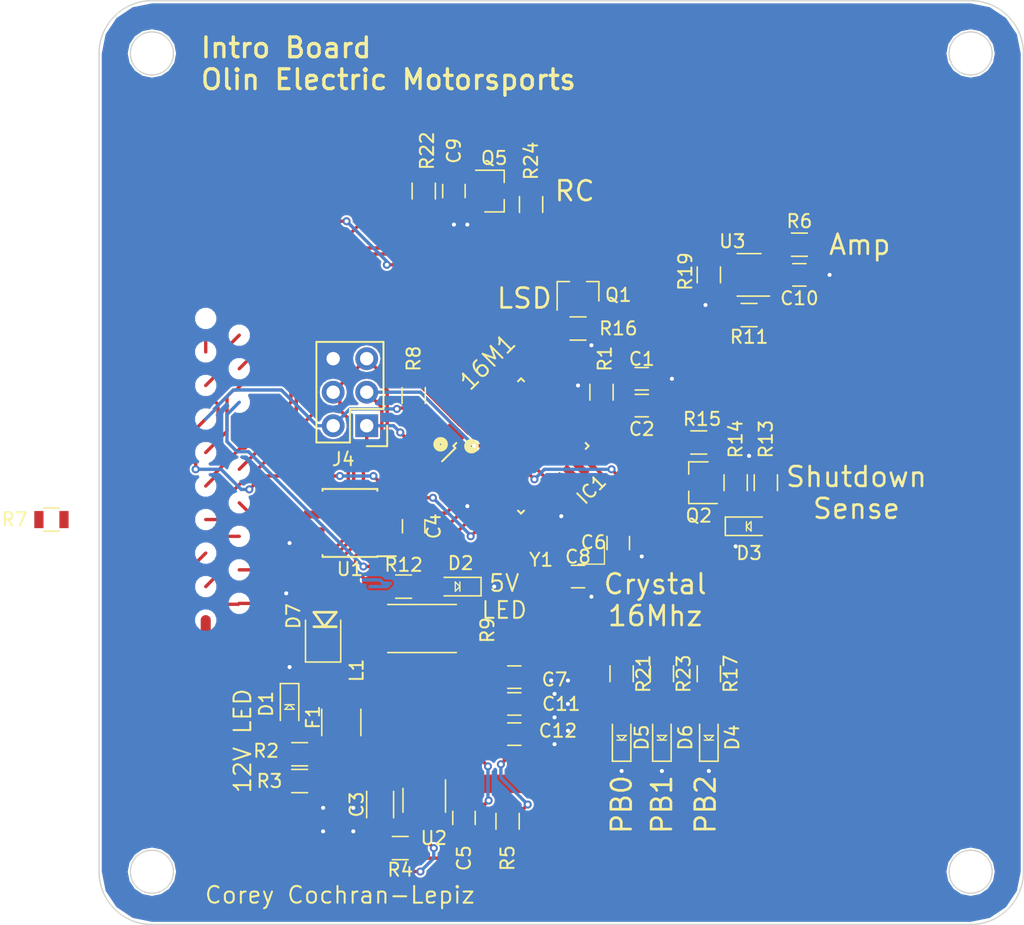
<source format=kicad_pcb>
(kicad_pcb (version 4) (host pcbnew 4.0.7-e2-6376~61~ubuntu18.04.1)

  (general
    (links 99)
    (no_connects 3)
    (area 117.095999 48.261999 187.196001 118.362001)
    (thickness 1.6)
    (drawings 25)
    (tracks 474)
    (zones 0)
    (modules 51)
    (nets 56)
  )

  (page A4)
  (layers
    (0 F.Cu signal)
    (31 B.Cu signal hide)
    (32 B.Adhes user)
    (33 F.Adhes user)
    (34 B.Paste user)
    (35 F.Paste user)
    (36 B.SilkS user)
    (37 F.SilkS user)
    (38 B.Mask user)
    (39 F.Mask user hide)
    (40 Dwgs.User user)
    (41 Cmts.User user)
    (42 Eco1.User user)
    (43 Eco2.User user)
    (44 Edge.Cuts user)
    (45 Margin user)
    (46 B.CrtYd user)
    (47 F.CrtYd user)
    (48 B.Fab user)
    (49 F.Fab user)
  )

  (setup
    (last_trace_width 0.254)
    (user_trace_width 0.254)
    (user_trace_width 0.508)
    (user_trace_width 0.7)
    (user_trace_width 0.762)
    (user_trace_width 0.8)
    (user_trace_width 1.016)
    (trace_clearance 0.1524)
    (zone_clearance 0.1524)
    (zone_45_only no)
    (trace_min 0.2)
    (segment_width 0.2)
    (edge_width 0.15)
    (via_size 0.6096)
    (via_drill 0.3048)
    (via_min_size 0.4)
    (via_min_drill 0.3)
    (uvia_size 0.3)
    (uvia_drill 0.1)
    (uvias_allowed no)
    (uvia_min_size 0)
    (uvia_min_drill 0)
    (pcb_text_width 0.3)
    (pcb_text_size 1.5 1.5)
    (mod_edge_width 0.15)
    (mod_text_size 1 1)
    (mod_text_width 0.15)
    (pad_size 3.3 8.2)
    (pad_drill 0)
    (pad_to_mask_clearance 0.2)
    (aux_axis_origin 0 0)
    (visible_elements FFFFEF7F)
    (pcbplotparams
      (layerselection 0x00030_80000001)
      (usegerberextensions false)
      (excludeedgelayer true)
      (linewidth 0.100000)
      (plotframeref false)
      (viasonmask false)
      (mode 1)
      (useauxorigin false)
      (hpglpennumber 1)
      (hpglpenspeed 20)
      (hpglpendiameter 15)
      (hpglpenoverlay 2)
      (psnegative false)
      (psa4output false)
      (plotreference true)
      (plotvalue true)
      (plotinvisibletext false)
      (padsonsilk false)
      (subtractmaskfromsilk false)
      (outputformat 1)
      (mirror false)
      (drillshape 1)
      (scaleselection 1)
      (outputdirectory ""))
  )

  (net 0 "")
  (net 1 GND)
  (net 2 VCC)
  (net 3 "Net-(C6-Pad1)")
  (net 4 "Net-(D2-Pad2)")
  (net 5 "Net-(D6-Pad2)")
  (net 6 /MISO)
  (net 7 /MOSI)
  (net 8 /TXCAN)
  (net 9 /RXCAN)
  (net 10 /SCK)
  (net 11 "Net-(IC1-Pad21)")
  (net 12 "Net-(IC1-Pad23)")
  (net 13 "Net-(IC1-Pad25)")
  (net 14 "Net-(IC1-Pad29)")
  (net 15 "Net-(IC1-Pad30)")
  (net 16 /RESET)
  (net 17 "Net-(IC1-Pad32)")
  (net 18 /CANL)
  (net 19 /CANH)
  (net 20 "Net-(C2-Pad1)")
  (net 21 /12V_Fused)
  (net 22 "Net-(C5-Pad1)")
  (net 23 "Net-(C5-Pad2)")
  (net 24 "Net-(C11-Pad1)")
  (net 25 "Net-(C8-Pad1)")
  (net 26 "Net-(C9-Pad2)")
  (net 27 "Net-(D1-Pad2)")
  (net 28 "Net-(D3-Pad2)")
  (net 29 "Net-(D4-Pad2)")
  (net 30 "Net-(D5-Pad2)")
  (net 31 +12V)
  (net 32 /SS)
  (net 33 /P_LED_1)
  (net 34 /P_LED_2)
  (net 35 "Net-(IC1-Pad13)")
  (net 36 "Net-(IC1-Pad14)")
  (net 37 "Net-(IC1-Pad15)")
  (net 38 /P_LED_3)
  (net 39 /SSO_1)
  (net 40 "Net-(IC1-Pad18)")
  (net 41 /SensorAmp)
  (net 42 /LSD_Gate)
  (net 43 "Net-(IC1-Pad26)")
  (net 44 /SensorOut)
  (net 45 /SSI_1)
  (net 46 /RCIn)
  (net 47 /RCOut)
  (net 48 /LSD)
  (net 49 "Net-(R3-Pad2)")
  (net 50 "Net-(R4-Pad1)")
  (net 51 "Net-(R11-Pad2)")
  (net 52 "Net-(R16-Pad1)")
  (net 53 "Net-(U1-Pad5)")
  (net 54 /Pinout1)
  (net 55 /Pinout2)

  (net_class Default "This is the default net class."
    (clearance 0.1524)
    (trace_width 0.254)
    (via_dia 0.6096)
    (via_drill 0.3048)
    (uvia_dia 0.3)
    (uvia_drill 0.1)
    (add_net +12V)
    (add_net /12V_Fused)
    (add_net /CANH)
    (add_net /CANL)
    (add_net /LSD)
    (add_net /LSD_Gate)
    (add_net /MISO)
    (add_net /MOSI)
    (add_net /P_LED_1)
    (add_net /P_LED_2)
    (add_net /P_LED_3)
    (add_net /Pinout1)
    (add_net /Pinout2)
    (add_net /RCIn)
    (add_net /RCOut)
    (add_net /RESET)
    (add_net /RXCAN)
    (add_net /SCK)
    (add_net /SS)
    (add_net /SSI_1)
    (add_net /SSO_1)
    (add_net /SensorAmp)
    (add_net /SensorOut)
    (add_net /TXCAN)
    (add_net GND)
    (add_net "Net-(C11-Pad1)")
    (add_net "Net-(C2-Pad1)")
    (add_net "Net-(C5-Pad1)")
    (add_net "Net-(C5-Pad2)")
    (add_net "Net-(C6-Pad1)")
    (add_net "Net-(C8-Pad1)")
    (add_net "Net-(C9-Pad2)")
    (add_net "Net-(D1-Pad2)")
    (add_net "Net-(D2-Pad2)")
    (add_net "Net-(D3-Pad2)")
    (add_net "Net-(D4-Pad2)")
    (add_net "Net-(D5-Pad2)")
    (add_net "Net-(D6-Pad2)")
    (add_net "Net-(IC1-Pad13)")
    (add_net "Net-(IC1-Pad14)")
    (add_net "Net-(IC1-Pad15)")
    (add_net "Net-(IC1-Pad18)")
    (add_net "Net-(IC1-Pad21)")
    (add_net "Net-(IC1-Pad23)")
    (add_net "Net-(IC1-Pad25)")
    (add_net "Net-(IC1-Pad26)")
    (add_net "Net-(IC1-Pad29)")
    (add_net "Net-(IC1-Pad30)")
    (add_net "Net-(IC1-Pad32)")
    (add_net "Net-(R11-Pad2)")
    (add_net "Net-(R16-Pad1)")
    (add_net "Net-(R3-Pad2)")
    (add_net "Net-(R4-Pad1)")
    (add_net "Net-(U1-Pad5)")
    (add_net VCC)
  )

  (module footprints:C_0805_OEM (layer F.Cu) (tedit 5B8D4D06) (tstamp 5B71715B)
    (at 140.97 88.138 270)
    (descr "Capacitor SMD 0805, reflow soldering, AVX (see smccp.pdf)")
    (tags "capacitor 0805")
    (path /59E068FA)
    (attr smd)
    (fp_text reference C4 (at 0 -1.524 270) (layer F.SilkS)
      (effects (font (size 1 1) (thickness 0.15)))
    )
    (fp_text value C_0.1uF (at 0 1.75 270) (layer F.Fab) hide
      (effects (font (size 1 1) (thickness 0.15)))
    )
    (fp_line (start -1 0.62) (end -1 -0.62) (layer F.Fab) (width 0.1))
    (fp_line (start 1 0.62) (end -1 0.62) (layer F.Fab) (width 0.1))
    (fp_line (start 1 -0.62) (end 1 0.62) (layer F.Fab) (width 0.1))
    (fp_line (start -1 -0.62) (end 1 -0.62) (layer F.Fab) (width 0.1))
    (fp_line (start 0.5 -0.85) (end -0.5 -0.85) (layer F.SilkS) (width 0.12))
    (fp_line (start -0.5 0.85) (end 0.5 0.85) (layer F.SilkS) (width 0.12))
    (fp_line (start -1.75 -0.88) (end 1.75 -0.88) (layer F.CrtYd) (width 0.05))
    (fp_line (start -1.75 -0.88) (end -1.75 0.87) (layer F.CrtYd) (width 0.05))
    (fp_line (start 1.75 0.87) (end 1.75 -0.88) (layer F.CrtYd) (width 0.05))
    (fp_line (start 1.75 0.87) (end -1.75 0.87) (layer F.CrtYd) (width 0.05))
    (pad 1 smd rect (at -1 0 270) (size 1 1.25) (layers F.Cu F.Paste F.Mask)
      (net 2 VCC))
    (pad 2 smd rect (at 1 0 270) (size 1 1.25) (layers F.Cu F.Paste F.Mask)
      (net 1 GND))
    (model /home/josh/Formula/OEM_Preferred_Parts/3DModels/C_0805_OEM/C_0805.wrl
      (at (xyz 0 0 0))
      (scale (xyz 1 1 1))
      (rotate (xyz 0 0 0))
    )
  )

  (module footprints:C_0805_OEM (layer F.Cu) (tedit 5B8D4D44) (tstamp 5B71716B)
    (at 144.78 110.236 90)
    (descr "Capacitor SMD 0805, reflow soldering, AVX (see smccp.pdf)")
    (tags "capacitor 0805")
    (path /59E048C8)
    (attr smd)
    (fp_text reference C5 (at -3.048 0 90) (layer F.SilkS)
      (effects (font (size 1 1) (thickness 0.15)))
    )
    (fp_text value C_0.1uF (at 0 1.75 90) (layer F.Fab) hide
      (effects (font (size 1 1) (thickness 0.15)))
    )
    (fp_line (start -1 0.62) (end -1 -0.62) (layer F.Fab) (width 0.1))
    (fp_line (start 1 0.62) (end -1 0.62) (layer F.Fab) (width 0.1))
    (fp_line (start 1 -0.62) (end 1 0.62) (layer F.Fab) (width 0.1))
    (fp_line (start -1 -0.62) (end 1 -0.62) (layer F.Fab) (width 0.1))
    (fp_line (start 0.5 -0.85) (end -0.5 -0.85) (layer F.SilkS) (width 0.12))
    (fp_line (start -0.5 0.85) (end 0.5 0.85) (layer F.SilkS) (width 0.12))
    (fp_line (start -1.75 -0.88) (end 1.75 -0.88) (layer F.CrtYd) (width 0.05))
    (fp_line (start -1.75 -0.88) (end -1.75 0.87) (layer F.CrtYd) (width 0.05))
    (fp_line (start 1.75 0.87) (end 1.75 -0.88) (layer F.CrtYd) (width 0.05))
    (fp_line (start 1.75 0.87) (end -1.75 0.87) (layer F.CrtYd) (width 0.05))
    (pad 1 smd rect (at -1 0 90) (size 1 1.25) (layers F.Cu F.Paste F.Mask)
      (net 22 "Net-(C5-Pad1)"))
    (pad 2 smd rect (at 1 0 90) (size 1 1.25) (layers F.Cu F.Paste F.Mask)
      (net 23 "Net-(C5-Pad2)"))
    (model /home/josh/Formula/OEM_Preferred_Parts/3DModels/C_0805_OEM/C_0805.wrl
      (at (xyz 0 0 0))
      (scale (xyz 1 1 1))
      (rotate (xyz 0 0 0))
    )
  )

  (module footprints:C_0805_OEM (layer F.Cu) (tedit 5B7F1152) (tstamp 5B71717B)
    (at 156.464 89.408 270)
    (descr "Capacitor SMD 0805, reflow soldering, AVX (see smccp.pdf)")
    (tags "capacitor 0805")
    (path /59E06F43)
    (attr smd)
    (fp_text reference C6 (at -0.0555 1.8695 360) (layer F.SilkS)
      (effects (font (size 1 1) (thickness 0.15)))
    )
    (fp_text value C_30pF (at 0 1.75 270) (layer F.Fab) hide
      (effects (font (size 1 1) (thickness 0.15)))
    )
    (fp_line (start -1 0.62) (end -1 -0.62) (layer F.Fab) (width 0.1))
    (fp_line (start 1 0.62) (end -1 0.62) (layer F.Fab) (width 0.1))
    (fp_line (start 1 -0.62) (end 1 0.62) (layer F.Fab) (width 0.1))
    (fp_line (start -1 -0.62) (end 1 -0.62) (layer F.Fab) (width 0.1))
    (fp_line (start 0.5 -0.85) (end -0.5 -0.85) (layer F.SilkS) (width 0.12))
    (fp_line (start -0.5 0.85) (end 0.5 0.85) (layer F.SilkS) (width 0.12))
    (fp_line (start -1.75 -0.88) (end 1.75 -0.88) (layer F.CrtYd) (width 0.05))
    (fp_line (start -1.75 -0.88) (end -1.75 0.87) (layer F.CrtYd) (width 0.05))
    (fp_line (start 1.75 0.87) (end 1.75 -0.88) (layer F.CrtYd) (width 0.05))
    (fp_line (start 1.75 0.87) (end -1.75 0.87) (layer F.CrtYd) (width 0.05))
    (pad 1 smd rect (at -1 0 270) (size 1 1.25) (layers F.Cu F.Paste F.Mask)
      (net 3 "Net-(C6-Pad1)"))
    (pad 2 smd rect (at 1 0 270) (size 1 1.25) (layers F.Cu F.Paste F.Mask)
      (net 1 GND))
    (model /home/josh/Formula/OEM_Preferred_Parts/3DModels/C_0805_OEM/C_0805.wrl
      (at (xyz 0 0 0))
      (scale (xyz 1 1 1))
      (rotate (xyz 0 0 0))
    )
  )

  (module footprints:C_0805_OEM (layer F.Cu) (tedit 5B8C3BFA) (tstamp 5B7171BB)
    (at 170.18 69.088 180)
    (descr "Capacitor SMD 0805, reflow soldering, AVX (see smccp.pdf)")
    (tags "capacitor 0805")
    (path /5A793845)
    (attr smd)
    (fp_text reference C10 (at 0 -1.778 180) (layer F.SilkS)
      (effects (font (size 1 1) (thickness 0.15)))
    )
    (fp_text value C_0.1uF (at 0 1.75 180) (layer F.Fab) hide
      (effects (font (size 1 1) (thickness 0.15)))
    )
    (fp_line (start -1 0.62) (end -1 -0.62) (layer F.Fab) (width 0.1))
    (fp_line (start 1 0.62) (end -1 0.62) (layer F.Fab) (width 0.1))
    (fp_line (start 1 -0.62) (end 1 0.62) (layer F.Fab) (width 0.1))
    (fp_line (start -1 -0.62) (end 1 -0.62) (layer F.Fab) (width 0.1))
    (fp_line (start 0.5 -0.85) (end -0.5 -0.85) (layer F.SilkS) (width 0.12))
    (fp_line (start -0.5 0.85) (end 0.5 0.85) (layer F.SilkS) (width 0.12))
    (fp_line (start -1.75 -0.88) (end 1.75 -0.88) (layer F.CrtYd) (width 0.05))
    (fp_line (start -1.75 -0.88) (end -1.75 0.87) (layer F.CrtYd) (width 0.05))
    (fp_line (start 1.75 0.87) (end 1.75 -0.88) (layer F.CrtYd) (width 0.05))
    (fp_line (start 1.75 0.87) (end -1.75 0.87) (layer F.CrtYd) (width 0.05))
    (pad 1 smd rect (at -1 0 180) (size 1 1.25) (layers F.Cu F.Paste F.Mask)
      (net 1 GND))
    (pad 2 smd rect (at 1 0 180) (size 1 1.25) (layers F.Cu F.Paste F.Mask)
      (net 2 VCC))
    (model /home/josh/Formula/OEM_Preferred_Parts/3DModels/C_0805_OEM/C_0805.wrl
      (at (xyz 0 0 0))
      (scale (xyz 1 1 1))
      (rotate (xyz 0 0 0))
    )
  )

  (module footprints:C_0805_OEM (layer F.Cu) (tedit 5B8C0436) (tstamp 5B7171CB)
    (at 148.59 101.6)
    (descr "Capacitor SMD 0805, reflow soldering, AVX (see smccp.pdf)")
    (tags "capacitor 0805")
    (path /5A79269E)
    (attr smd)
    (fp_text reference C11 (at 3.556 0) (layer F.SilkS)
      (effects (font (size 1 1) (thickness 0.15)))
    )
    (fp_text value C_1uF (at 0 1.75) (layer F.Fab) hide
      (effects (font (size 1 1) (thickness 0.15)))
    )
    (fp_line (start -1 0.62) (end -1 -0.62) (layer F.Fab) (width 0.1))
    (fp_line (start 1 0.62) (end -1 0.62) (layer F.Fab) (width 0.1))
    (fp_line (start 1 -0.62) (end 1 0.62) (layer F.Fab) (width 0.1))
    (fp_line (start -1 -0.62) (end 1 -0.62) (layer F.Fab) (width 0.1))
    (fp_line (start 0.5 -0.85) (end -0.5 -0.85) (layer F.SilkS) (width 0.12))
    (fp_line (start -0.5 0.85) (end 0.5 0.85) (layer F.SilkS) (width 0.12))
    (fp_line (start -1.75 -0.88) (end 1.75 -0.88) (layer F.CrtYd) (width 0.05))
    (fp_line (start -1.75 -0.88) (end -1.75 0.87) (layer F.CrtYd) (width 0.05))
    (fp_line (start 1.75 0.87) (end 1.75 -0.88) (layer F.CrtYd) (width 0.05))
    (fp_line (start 1.75 0.87) (end -1.75 0.87) (layer F.CrtYd) (width 0.05))
    (pad 1 smd rect (at -1 0) (size 1 1.25) (layers F.Cu F.Paste F.Mask)
      (net 24 "Net-(C11-Pad1)"))
    (pad 2 smd rect (at 1 0) (size 1 1.25) (layers F.Cu F.Paste F.Mask)
      (net 1 GND))
    (model /home/josh/Formula/OEM_Preferred_Parts/3DModels/C_0805_OEM/C_0805.wrl
      (at (xyz 0 0 0))
      (scale (xyz 1 1 1))
      (rotate (xyz 0 0 0))
    )
  )

  (module footprints:C_0805_OEM (layer F.Cu) (tedit 5B8C043A) (tstamp 5B7171DB)
    (at 148.59 103.886)
    (descr "Capacitor SMD 0805, reflow soldering, AVX (see smccp.pdf)")
    (tags "capacitor 0805")
    (path /5A79252F)
    (attr smd)
    (fp_text reference C12 (at 3.302 -0.254) (layer F.SilkS)
      (effects (font (size 1 1) (thickness 0.15)))
    )
    (fp_text value C_0.1uF (at 0 1.75) (layer F.Fab) hide
      (effects (font (size 1 1) (thickness 0.15)))
    )
    (fp_line (start -1 0.62) (end -1 -0.62) (layer F.Fab) (width 0.1))
    (fp_line (start 1 0.62) (end -1 0.62) (layer F.Fab) (width 0.1))
    (fp_line (start 1 -0.62) (end 1 0.62) (layer F.Fab) (width 0.1))
    (fp_line (start -1 -0.62) (end 1 -0.62) (layer F.Fab) (width 0.1))
    (fp_line (start 0.5 -0.85) (end -0.5 -0.85) (layer F.SilkS) (width 0.12))
    (fp_line (start -0.5 0.85) (end 0.5 0.85) (layer F.SilkS) (width 0.12))
    (fp_line (start -1.75 -0.88) (end 1.75 -0.88) (layer F.CrtYd) (width 0.05))
    (fp_line (start -1.75 -0.88) (end -1.75 0.87) (layer F.CrtYd) (width 0.05))
    (fp_line (start 1.75 0.87) (end 1.75 -0.88) (layer F.CrtYd) (width 0.05))
    (fp_line (start 1.75 0.87) (end -1.75 0.87) (layer F.CrtYd) (width 0.05))
    (pad 1 smd rect (at -1 0) (size 1 1.25) (layers F.Cu F.Paste F.Mask)
      (net 24 "Net-(C11-Pad1)"))
    (pad 2 smd rect (at 1 0) (size 1 1.25) (layers F.Cu F.Paste F.Mask)
      (net 1 GND))
    (model /home/josh/Formula/OEM_Preferred_Parts/3DModels/C_0805_OEM/C_0805.wrl
      (at (xyz 0 0 0))
      (scale (xyz 1 1 1))
      (rotate (xyz 0 0 0))
    )
  )

  (module footprints:LED_0805_OEM (layer F.Cu) (tedit 5B8D4D19) (tstamp 5B717259)
    (at 144.272 92.71 180)
    (descr "LED 0805 smd package")
    (tags "LED led 0805 SMD smd SMT smt smdled SMDLED smtled SMTLED")
    (path /59E0483A)
    (attr smd)
    (fp_text reference D2 (at -0.254 1.778 360) (layer F.SilkS)
      (effects (font (size 1 1) (thickness 0.15)))
    )
    (fp_text value LED_0805 (at 0.508 2.032 180) (layer F.Fab) hide
      (effects (font (size 1 1) (thickness 0.15)))
    )
    (fp_line (start -0.2 0.35) (end -0.2 0) (layer F.SilkS) (width 0.1))
    (fp_line (start -0.2 0) (end -0.2 -0.35) (layer F.SilkS) (width 0.1))
    (fp_line (start 0.15 0.35) (end -0.2 0) (layer F.SilkS) (width 0.1))
    (fp_line (start 0.15 0.3) (end 0.15 0.35) (layer F.SilkS) (width 0.1))
    (fp_line (start 0.15 0.35) (end 0.15 0.3) (layer F.SilkS) (width 0.1))
    (fp_line (start 0.15 -0.35) (end 0.15 0.3) (layer F.SilkS) (width 0.1))
    (fp_line (start 0.1 -0.3) (end 0.15 -0.35) (layer F.SilkS) (width 0.1))
    (fp_line (start -0.2 0) (end 0.1 -0.3) (layer F.SilkS) (width 0.1))
    (fp_line (start -1.8 -0.7) (end -1.8 0.7) (layer F.SilkS) (width 0.12))
    (fp_line (start 1 0.6) (end -1 0.6) (layer F.Fab) (width 0.1))
    (fp_line (start 1 -0.6) (end 1 0.6) (layer F.Fab) (width 0.1))
    (fp_line (start -1 -0.6) (end 1 -0.6) (layer F.Fab) (width 0.1))
    (fp_line (start -1 0.6) (end -1 -0.6) (layer F.Fab) (width 0.1))
    (fp_line (start -1.8 0.7) (end 1 0.7) (layer F.SilkS) (width 0.12))
    (fp_line (start -1.8 -0.7) (end 1 -0.7) (layer F.SilkS) (width 0.12))
    (fp_line (start 1.95 -0.85) (end 1.95 0.85) (layer F.CrtYd) (width 0.05))
    (fp_line (start 1.95 0.85) (end -1.95 0.85) (layer F.CrtYd) (width 0.05))
    (fp_line (start -1.95 0.85) (end -1.95 -0.85) (layer F.CrtYd) (width 0.05))
    (fp_line (start -1.95 -0.85) (end 1.95 -0.85) (layer F.CrtYd) (width 0.05))
    (pad 2 smd rect (at 1.1 0) (size 1.2 1.2) (layers F.Cu F.Paste F.Mask)
      (net 4 "Net-(D2-Pad2)"))
    (pad 1 smd rect (at -1.1 0) (size 1.2 1.2) (layers F.Cu F.Paste F.Mask)
      (net 1 GND))
    (model "/home/josh/Formula/OEM_Preferred_Parts/3DModels/LED_0805/LED 0805 Base GREEN001_sp.wrl"
      (at (xyz 0 0 0))
      (scale (xyz 1 1 1))
      (rotate (xyz 0 0 180))
    )
  )

  (module footprints:LED_0805_OEM (layer F.Cu) (tedit 5B8D4BAE) (tstamp 5B7172BD)
    (at 159.766 104.14 90)
    (descr "LED 0805 smd package")
    (tags "LED led 0805 SMD smd SMT smt smdled SMDLED smtled SMTLED")
    (path /59EE66CC)
    (attr smd)
    (fp_text reference D6 (at 0 1.778 90) (layer F.SilkS)
      (effects (font (size 1 1) (thickness 0.15)))
    )
    (fp_text value LED_0805 (at 0.508 2.032 90) (layer F.Fab) hide
      (effects (font (size 1 1) (thickness 0.15)))
    )
    (fp_line (start -0.2 0.35) (end -0.2 0) (layer F.SilkS) (width 0.1))
    (fp_line (start -0.2 0) (end -0.2 -0.35) (layer F.SilkS) (width 0.1))
    (fp_line (start 0.15 0.35) (end -0.2 0) (layer F.SilkS) (width 0.1))
    (fp_line (start 0.15 0.3) (end 0.15 0.35) (layer F.SilkS) (width 0.1))
    (fp_line (start 0.15 0.35) (end 0.15 0.3) (layer F.SilkS) (width 0.1))
    (fp_line (start 0.15 -0.35) (end 0.15 0.3) (layer F.SilkS) (width 0.1))
    (fp_line (start 0.1 -0.3) (end 0.15 -0.35) (layer F.SilkS) (width 0.1))
    (fp_line (start -0.2 0) (end 0.1 -0.3) (layer F.SilkS) (width 0.1))
    (fp_line (start -1.8 -0.7) (end -1.8 0.7) (layer F.SilkS) (width 0.12))
    (fp_line (start 1 0.6) (end -1 0.6) (layer F.Fab) (width 0.1))
    (fp_line (start 1 -0.6) (end 1 0.6) (layer F.Fab) (width 0.1))
    (fp_line (start -1 -0.6) (end 1 -0.6) (layer F.Fab) (width 0.1))
    (fp_line (start -1 0.6) (end -1 -0.6) (layer F.Fab) (width 0.1))
    (fp_line (start -1.8 0.7) (end 1 0.7) (layer F.SilkS) (width 0.12))
    (fp_line (start -1.8 -0.7) (end 1 -0.7) (layer F.SilkS) (width 0.12))
    (fp_line (start 1.95 -0.85) (end 1.95 0.85) (layer F.CrtYd) (width 0.05))
    (fp_line (start 1.95 0.85) (end -1.95 0.85) (layer F.CrtYd) (width 0.05))
    (fp_line (start -1.95 0.85) (end -1.95 -0.85) (layer F.CrtYd) (width 0.05))
    (fp_line (start -1.95 -0.85) (end 1.95 -0.85) (layer F.CrtYd) (width 0.05))
    (pad 2 smd rect (at 1.1 0 270) (size 1.2 1.2) (layers F.Cu F.Paste F.Mask)
      (net 5 "Net-(D6-Pad2)"))
    (pad 1 smd rect (at -1.1 0 270) (size 1.2 1.2) (layers F.Cu F.Paste F.Mask)
      (net 1 GND))
    (model "/home/josh/Formula/OEM_Preferred_Parts/3DModels/LED_0805/LED 0805 Base GREEN001_sp.wrl"
      (at (xyz 0 0 0))
      (scale (xyz 1 1 1))
      (rotate (xyz 0 0 180))
    )
  )

  (module footprints:Fuse_1210 (layer F.Cu) (tedit 5B8D4D2C) (tstamp 5B7172CD)
    (at 135.4895 103.0025 270)
    (descr "Resistor SMD 1210, reflow soldering, Vishay (see dcrcw.pdf)")
    (tags "resistor 1210")
    (path /59E0A5CF)
    (attr smd)
    (fp_text reference F1 (at -0.3865 2.1395 450) (layer F.SilkS)
      (effects (font (size 1 1) (thickness 0.15)))
    )
    (fp_text value 500mA (at 0 2.4 270) (layer F.Fab) hide
      (effects (font (size 1 1) (thickness 0.15)))
    )
    (fp_line (start -1.6 1.25) (end -1.6 -1.25) (layer F.Fab) (width 0.1))
    (fp_line (start 1.6 1.25) (end -1.6 1.25) (layer F.Fab) (width 0.1))
    (fp_line (start 1.6 -1.25) (end 1.6 1.25) (layer F.Fab) (width 0.1))
    (fp_line (start -1.6 -1.25) (end 1.6 -1.25) (layer F.Fab) (width 0.1))
    (fp_line (start 1 1.48) (end -1 1.48) (layer F.SilkS) (width 0.12))
    (fp_line (start -1 -1.48) (end 1 -1.48) (layer F.SilkS) (width 0.12))
    (fp_line (start -2.15 -1.5) (end 2.15 -1.5) (layer F.CrtYd) (width 0.05))
    (fp_line (start -2.15 -1.5) (end -2.15 1.5) (layer F.CrtYd) (width 0.05))
    (fp_line (start 2.15 1.5) (end 2.15 -1.5) (layer F.CrtYd) (width 0.05))
    (fp_line (start 2.15 1.5) (end -2.15 1.5) (layer F.CrtYd) (width 0.05))
    (pad 1 smd rect (at -1.45 0 270) (size 0.9 2.5) (layers F.Cu F.Paste F.Mask)
      (net 31 +12V))
    (pad 2 smd rect (at 1.45 0 270) (size 0.9 2.5) (layers F.Cu F.Paste F.Mask)
      (net 21 /12V_Fused))
    (model /home/josh/Formula/OEM_Preferred_Parts/3DModels/Fuse_1210_OEM/Fuse1210.wrl
      (at (xyz 0 0 0))
      (scale (xyz 1 1 1))
      (rotate (xyz 0 0 0))
    )
  )

  (module footprints:TQFP-32_7x7mm_Pitch0.8mm (layer F.Cu) (tedit 5B8D4F8A) (tstamp 5B717306)
    (at 149.098 82.051305 45)
    (descr "32-Lead Plastic Thin Quad Flatpack (PT) - 7x7x1.0 mm Body, 2.00 mm [TQFP] (see Microchip Packaging Specification 00000049BS.pdf)")
    (tags "QFP 0.8")
    (path /59E10948)
    (attr smd)
    (fp_text reference IC1 (at 1.443421 6.099995 45) (layer F.SilkS)
      (effects (font (size 1 1) (thickness 0.15)))
    )
    (fp_text value ATMEGA16M1 (at 0 6.05 45) (layer F.Fab) hide
      (effects (font (size 1 1) (thickness 0.15)))
    )
    (fp_circle (center -2.667 -2.6416) (end -2.667 -2.6924) (layer F.SilkS) (width 0.5))
    (fp_circle (center -4.2164 -4.3942) (end -4.2164 -4.445) (layer F.SilkS) (width 0.5))
    (fp_text user %R (at 0 0 225) (layer F.Fab)
      (effects (font (size 1 1) (thickness 0.15)))
    )
    (fp_line (start -2.5 -3.5) (end 3.5 -3.5) (layer F.Fab) (width 0.15))
    (fp_line (start 3.5 -3.5) (end 3.5 3.5) (layer F.Fab) (width 0.15))
    (fp_line (start 3.5 3.5) (end -3.5 3.5) (layer F.Fab) (width 0.15))
    (fp_line (start -3.5 3.5) (end -3.5 -2.5) (layer F.Fab) (width 0.15))
    (fp_line (start -3.5 -2.5) (end -2.5 -3.5) (layer F.Fab) (width 0.15))
    (fp_line (start -5.3 -5.3) (end -5.3 5.3) (layer F.CrtYd) (width 0.05))
    (fp_line (start 5.3 -5.3) (end 5.3 5.3) (layer F.CrtYd) (width 0.05))
    (fp_line (start -5.3 -5.3) (end 5.3 -5.3) (layer F.CrtYd) (width 0.05))
    (fp_line (start -5.3 5.3) (end 5.3 5.3) (layer F.CrtYd) (width 0.05))
    (fp_line (start -3.625 -3.625) (end -3.625 -3.4) (layer F.SilkS) (width 0.15))
    (fp_line (start 3.625 -3.625) (end 3.625 -3.3) (layer F.SilkS) (width 0.15))
    (fp_line (start 3.625 3.625) (end 3.625 3.3) (layer F.SilkS) (width 0.15))
    (fp_line (start -3.625 3.625) (end -3.625 3.3) (layer F.SilkS) (width 0.15))
    (fp_line (start -3.625 -3.625) (end -3.3 -3.625) (layer F.SilkS) (width 0.15))
    (fp_line (start -3.625 3.625) (end -3.3 3.625) (layer F.SilkS) (width 0.15))
    (fp_line (start 3.625 3.625) (end 3.3 3.625) (layer F.SilkS) (width 0.15))
    (fp_line (start 3.625 -3.625) (end 3.3 -3.625) (layer F.SilkS) (width 0.15))
    (fp_line (start -3.625 -3.4) (end -5.05 -3.4) (layer F.SilkS) (width 0.15))
    (pad 1 smd rect (at -4.25 -2.8 45) (size 1.6 0.55) (layers F.Cu F.Paste F.Mask)
      (net 6 /MISO))
    (pad 2 smd rect (at -4.25 -2 45) (size 1.6 0.55) (layers F.Cu F.Paste F.Mask)
      (net 7 /MOSI))
    (pad 3 smd rect (at -4.25 -1.2 45) (size 1.6 0.55) (layers F.Cu F.Paste F.Mask)
      (net 32 /SS))
    (pad 4 smd rect (at -4.25 -0.4 45) (size 1.6 0.55) (layers F.Cu F.Paste F.Mask)
      (net 2 VCC))
    (pad 5 smd rect (at -4.25 0.4 45) (size 1.6 0.55) (layers F.Cu F.Paste F.Mask)
      (net 1 GND))
    (pad 6 smd rect (at -4.25 1.2 45) (size 1.6 0.55) (layers F.Cu F.Paste F.Mask)
      (net 8 /TXCAN))
    (pad 7 smd rect (at -4.25 2 45) (size 1.6 0.55) (layers F.Cu F.Paste F.Mask)
      (net 9 /RXCAN))
    (pad 8 smd rect (at -4.25 2.8 45) (size 1.6 0.55) (layers F.Cu F.Paste F.Mask)
      (net 33 /P_LED_1))
    (pad 9 smd rect (at -2.8 4.25 135) (size 1.6 0.55) (layers F.Cu F.Paste F.Mask)
      (net 34 /P_LED_2))
    (pad 10 smd rect (at -2 4.25 135) (size 1.6 0.55) (layers F.Cu F.Paste F.Mask)
      (net 25 "Net-(C8-Pad1)"))
    (pad 11 smd rect (at -1.2 4.25 135) (size 1.6 0.55) (layers F.Cu F.Paste F.Mask)
      (net 3 "Net-(C6-Pad1)"))
    (pad 12 smd rect (at -0.4 4.25 135) (size 1.6 0.55) (layers F.Cu F.Paste F.Mask)
      (net 10 /SCK))
    (pad 13 smd rect (at 0.4 4.25 135) (size 1.6 0.55) (layers F.Cu F.Paste F.Mask)
      (net 35 "Net-(IC1-Pad13)"))
    (pad 14 smd rect (at 1.2 4.25 135) (size 1.6 0.55) (layers F.Cu F.Paste F.Mask)
      (net 36 "Net-(IC1-Pad14)"))
    (pad 15 smd rect (at 2 4.25 135) (size 1.6 0.55) (layers F.Cu F.Paste F.Mask)
      (net 37 "Net-(IC1-Pad15)"))
    (pad 16 smd rect (at 2.8 4.25 135) (size 1.6 0.55) (layers F.Cu F.Paste F.Mask)
      (net 38 /P_LED_3))
    (pad 17 smd rect (at 4.25 2.8 45) (size 1.6 0.55) (layers F.Cu F.Paste F.Mask)
      (net 39 /SSO_1))
    (pad 18 smd rect (at 4.25 2 45) (size 1.6 0.55) (layers F.Cu F.Paste F.Mask)
      (net 40 "Net-(IC1-Pad18)"))
    (pad 19 smd rect (at 4.25 1.2 45) (size 1.6 0.55) (layers F.Cu F.Paste F.Mask)
      (net 20 "Net-(C2-Pad1)"))
    (pad 20 smd rect (at 4.25 0.4 45) (size 1.6 0.55) (layers F.Cu F.Paste F.Mask)
      (net 1 GND))
    (pad 21 smd rect (at 4.25 -0.4 45) (size 1.6 0.55) (layers F.Cu F.Paste F.Mask)
      (net 11 "Net-(IC1-Pad21)"))
    (pad 22 smd rect (at 4.25 -1.2 45) (size 1.6 0.55) (layers F.Cu F.Paste F.Mask)
      (net 41 /SensorAmp))
    (pad 23 smd rect (at 4.25 -2 45) (size 1.6 0.55) (layers F.Cu F.Paste F.Mask)
      (net 12 "Net-(IC1-Pad23)"))
    (pad 24 smd rect (at 4.25 -2.8 45) (size 1.6 0.55) (layers F.Cu F.Paste F.Mask)
      (net 42 /LSD_Gate))
    (pad 25 smd rect (at 2.8 -4.25 135) (size 1.6 0.55) (layers F.Cu F.Paste F.Mask)
      (net 13 "Net-(IC1-Pad25)"))
    (pad 26 smd rect (at 2 -4.25 135) (size 1.6 0.55) (layers F.Cu F.Paste F.Mask)
      (net 43 "Net-(IC1-Pad26)"))
    (pad 27 smd rect (at 1.2 -4.25 135) (size 1.6 0.55) (layers F.Cu F.Paste F.Mask)
      (net 54 /Pinout1))
    (pad 28 smd rect (at 0.4 -4.25 135) (size 1.6 0.55) (layers F.Cu F.Paste F.Mask)
      (net 55 /Pinout2))
    (pad 29 smd rect (at -0.4 -4.25 135) (size 1.6 0.55) (layers F.Cu F.Paste F.Mask)
      (net 14 "Net-(IC1-Pad29)"))
    (pad 30 smd rect (at -1.2 -4.25 135) (size 1.6 0.55) (layers F.Cu F.Paste F.Mask)
      (net 15 "Net-(IC1-Pad30)"))
    (pad 31 smd rect (at -2 -4.25 135) (size 1.6 0.55) (layers F.Cu F.Paste F.Mask)
      (net 16 /RESET))
    (pad 32 smd rect (at -2.8 -4.25 135) (size 1.6 0.55) (layers F.Cu F.Paste F.Mask)
      (net 17 "Net-(IC1-Pad32)"))
    (model Housings_QFP.3dshapes/TQFP-32_7x7mm_Pitch0.8mm.wrl
      (at (xyz 0 0 0))
      (scale (xyz 1 1 1))
      (rotate (xyz 0 0 0))
    )
  )

  (module footprints:4.7uH_Inductor_OEM (layer F.Cu) (tedit 5B8C0445) (tstamp 5B71730C)
    (at 141.7955 102.2985 90)
    (path /59E04875)
    (fp_text reference L1 (at 3.2385 -5.1435 90) (layer F.SilkS)
      (effects (font (size 1 1) (thickness 0.15)))
    )
    (fp_text value L_4.7uH (at 0 -5.08 90) (layer F.Fab) hide
      (effects (font (size 1 1) (thickness 0.15)))
    )
    (pad 1 smd rect (at -2.35 0 90) (size 3.3 8.2) (layers F.Cu F.Paste F.Mask)
      (net 23 "Net-(C5-Pad2)"))
    (pad 2 smd rect (at 2.35 0 90) (size 3.3 8.2) (layers F.Cu F.Paste F.Mask)
      (net 24 "Net-(C11-Pad1)"))
  )

  (module footprints:R_0805_OEM (layer F.Cu) (tedit 5B8D4CEB) (tstamp 5B717333)
    (at 155.194 77.978 270)
    (descr "Resistor SMD 0805, reflow soldering, Vishay (see dcrcw.pdf)")
    (tags "resistor 0805")
    (path /59E06840)
    (attr smd)
    (fp_text reference R1 (at -2.54 -0.254 270) (layer F.SilkS)
      (effects (font (size 1 1) (thickness 0.15)))
    )
    (fp_text value R_100 (at 0 1.75 270) (layer F.Fab) hide
      (effects (font (size 1 1) (thickness 0.15)))
    )
    (fp_line (start -1 0.62) (end -1 -0.62) (layer F.Fab) (width 0.1))
    (fp_line (start 1 0.62) (end -1 0.62) (layer F.Fab) (width 0.1))
    (fp_line (start 1 -0.62) (end 1 0.62) (layer F.Fab) (width 0.1))
    (fp_line (start -1 -0.62) (end 1 -0.62) (layer F.Fab) (width 0.1))
    (fp_line (start 0.6 0.88) (end -0.6 0.88) (layer F.SilkS) (width 0.12))
    (fp_line (start -0.6 -0.88) (end 0.6 -0.88) (layer F.SilkS) (width 0.12))
    (fp_line (start -1.55 -0.9) (end 1.55 -0.9) (layer F.CrtYd) (width 0.05))
    (fp_line (start -1.55 -0.9) (end -1.55 0.9) (layer F.CrtYd) (width 0.05))
    (fp_line (start 1.55 0.9) (end 1.55 -0.9) (layer F.CrtYd) (width 0.05))
    (fp_line (start 1.55 0.9) (end -1.55 0.9) (layer F.CrtYd) (width 0.05))
    (pad 1 smd rect (at -0.95 0 270) (size 0.7 1.3) (layers F.Cu F.Paste F.Mask)
      (net 2 VCC))
    (pad 2 smd rect (at 0.95 0 270) (size 0.7 1.3) (layers F.Cu F.Paste F.Mask)
      (net 20 "Net-(C2-Pad1)"))
    (model "/home/josh/Formula/OEM_Preferred_Parts/3DModels/WRL Files/res0805.wrl"
      (at (xyz 0 0 0))
      (scale (xyz 1 1 1))
      (rotate (xyz 0 0 0))
    )
  )

  (module footprints:R_0805_OEM (layer F.Cu) (tedit 5B8D4D25) (tstamp 5B717343)
    (at 132.334 105.41 180)
    (descr "Resistor SMD 0805, reflow soldering, Vishay (see dcrcw.pdf)")
    (tags "resistor 0805")
    (path /59E0432B)
    (attr smd)
    (fp_text reference R2 (at 2.54 0.254 180) (layer F.SilkS)
      (effects (font (size 1 1) (thickness 0.15)))
    )
    (fp_text value R_1k (at 0 1.75 180) (layer F.Fab) hide
      (effects (font (size 1 1) (thickness 0.15)))
    )
    (fp_line (start -1 0.62) (end -1 -0.62) (layer F.Fab) (width 0.1))
    (fp_line (start 1 0.62) (end -1 0.62) (layer F.Fab) (width 0.1))
    (fp_line (start 1 -0.62) (end 1 0.62) (layer F.Fab) (width 0.1))
    (fp_line (start -1 -0.62) (end 1 -0.62) (layer F.Fab) (width 0.1))
    (fp_line (start 0.6 0.88) (end -0.6 0.88) (layer F.SilkS) (width 0.12))
    (fp_line (start -0.6 -0.88) (end 0.6 -0.88) (layer F.SilkS) (width 0.12))
    (fp_line (start -1.55 -0.9) (end 1.55 -0.9) (layer F.CrtYd) (width 0.05))
    (fp_line (start -1.55 -0.9) (end -1.55 0.9) (layer F.CrtYd) (width 0.05))
    (fp_line (start 1.55 0.9) (end 1.55 -0.9) (layer F.CrtYd) (width 0.05))
    (fp_line (start 1.55 0.9) (end -1.55 0.9) (layer F.CrtYd) (width 0.05))
    (pad 1 smd rect (at -0.95 0 180) (size 0.7 1.3) (layers F.Cu F.Paste F.Mask)
      (net 21 /12V_Fused))
    (pad 2 smd rect (at 0.95 0 180) (size 0.7 1.3) (layers F.Cu F.Paste F.Mask)
      (net 27 "Net-(D1-Pad2)"))
    (model "/home/josh/Formula/OEM_Preferred_Parts/3DModels/WRL Files/res0805.wrl"
      (at (xyz 0 0 0))
      (scale (xyz 1 1 1))
      (rotate (xyz 0 0 0))
    )
  )

  (module footprints:R_0805_OEM (layer F.Cu) (tedit 5B8D4D28) (tstamp 5B717353)
    (at 132.334 107.442 180)
    (descr "Resistor SMD 0805, reflow soldering, Vishay (see dcrcw.pdf)")
    (tags "resistor 0805")
    (path /59E042A3)
    (attr smd)
    (fp_text reference R3 (at 2.286 0 360) (layer F.SilkS)
      (effects (font (size 1 1) (thickness 0.15)))
    )
    (fp_text value R_10k (at 0 1.75 180) (layer F.Fab) hide
      (effects (font (size 1 1) (thickness 0.15)))
    )
    (fp_line (start -1 0.62) (end -1 -0.62) (layer F.Fab) (width 0.1))
    (fp_line (start 1 0.62) (end -1 0.62) (layer F.Fab) (width 0.1))
    (fp_line (start 1 -0.62) (end 1 0.62) (layer F.Fab) (width 0.1))
    (fp_line (start -1 -0.62) (end 1 -0.62) (layer F.Fab) (width 0.1))
    (fp_line (start 0.6 0.88) (end -0.6 0.88) (layer F.SilkS) (width 0.12))
    (fp_line (start -0.6 -0.88) (end 0.6 -0.88) (layer F.SilkS) (width 0.12))
    (fp_line (start -1.55 -0.9) (end 1.55 -0.9) (layer F.CrtYd) (width 0.05))
    (fp_line (start -1.55 -0.9) (end -1.55 0.9) (layer F.CrtYd) (width 0.05))
    (fp_line (start 1.55 0.9) (end 1.55 -0.9) (layer F.CrtYd) (width 0.05))
    (fp_line (start 1.55 0.9) (end -1.55 0.9) (layer F.CrtYd) (width 0.05))
    (pad 1 smd rect (at -0.95 0 180) (size 0.7 1.3) (layers F.Cu F.Paste F.Mask)
      (net 21 /12V_Fused))
    (pad 2 smd rect (at 0.95 0 180) (size 0.7 1.3) (layers F.Cu F.Paste F.Mask)
      (net 49 "Net-(R3-Pad2)"))
    (model "/home/josh/Formula/OEM_Preferred_Parts/3DModels/WRL Files/res0805.wrl"
      (at (xyz 0 0 0))
      (scale (xyz 1 1 1))
      (rotate (xyz 0 0 0))
    )
  )

  (module footprints:R_0805_OEM (layer F.Cu) (tedit 5B8C3BF8) (tstamp 5B717383)
    (at 170.18 66.802 180)
    (descr "Resistor SMD 0805, reflow soldering, Vishay (see dcrcw.pdf)")
    (tags "resistor 0805")
    (path /5B6DC25A)
    (attr smd)
    (fp_text reference R6 (at 0 1.778 360) (layer F.SilkS)
      (effects (font (size 1 1) (thickness 0.15)))
    )
    (fp_text value R_1M (at 0 1.75 180) (layer F.Fab) hide
      (effects (font (size 1 1) (thickness 0.15)))
    )
    (fp_line (start -1 0.62) (end -1 -0.62) (layer F.Fab) (width 0.1))
    (fp_line (start 1 0.62) (end -1 0.62) (layer F.Fab) (width 0.1))
    (fp_line (start 1 -0.62) (end 1 0.62) (layer F.Fab) (width 0.1))
    (fp_line (start -1 -0.62) (end 1 -0.62) (layer F.Fab) (width 0.1))
    (fp_line (start 0.6 0.88) (end -0.6 0.88) (layer F.SilkS) (width 0.12))
    (fp_line (start -0.6 -0.88) (end 0.6 -0.88) (layer F.SilkS) (width 0.12))
    (fp_line (start -1.55 -0.9) (end 1.55 -0.9) (layer F.CrtYd) (width 0.05))
    (fp_line (start -1.55 -0.9) (end -1.55 0.9) (layer F.CrtYd) (width 0.05))
    (fp_line (start 1.55 0.9) (end 1.55 -0.9) (layer F.CrtYd) (width 0.05))
    (fp_line (start 1.55 0.9) (end -1.55 0.9) (layer F.CrtYd) (width 0.05))
    (pad 1 smd rect (at -0.95 0 180) (size 0.7 1.3) (layers F.Cu F.Paste F.Mask)
      (net 2 VCC))
    (pad 2 smd rect (at 0.95 0 180) (size 0.7 1.3) (layers F.Cu F.Paste F.Mask)
      (net 44 /SensorOut))
    (model "/home/josh/Formula/OEM_Preferred_Parts/3DModels/WRL Files/res0805.wrl"
      (at (xyz 0 0 0))
      (scale (xyz 1 1 1))
      (rotate (xyz 0 0 0))
    )
  )

  (module footprints:R_0805_OEM (layer F.Cu) (tedit 5B8D4D02) (tstamp 5B7173A3)
    (at 140.97 78.232 90)
    (descr "Resistor SMD 0805, reflow soldering, Vishay (see dcrcw.pdf)")
    (tags "resistor 0805")
    (path /59E087A5)
    (attr smd)
    (fp_text reference R8 (at 2.794 0 90) (layer F.SilkS)
      (effects (font (size 1 1) (thickness 0.15)))
    )
    (fp_text value R_10k (at 0 1.75 90) (layer F.Fab) hide
      (effects (font (size 1 1) (thickness 0.15)))
    )
    (fp_line (start -1 0.62) (end -1 -0.62) (layer F.Fab) (width 0.1))
    (fp_line (start 1 0.62) (end -1 0.62) (layer F.Fab) (width 0.1))
    (fp_line (start 1 -0.62) (end 1 0.62) (layer F.Fab) (width 0.1))
    (fp_line (start -1 -0.62) (end 1 -0.62) (layer F.Fab) (width 0.1))
    (fp_line (start 0.6 0.88) (end -0.6 0.88) (layer F.SilkS) (width 0.12))
    (fp_line (start -0.6 -0.88) (end 0.6 -0.88) (layer F.SilkS) (width 0.12))
    (fp_line (start -1.55 -0.9) (end 1.55 -0.9) (layer F.CrtYd) (width 0.05))
    (fp_line (start -1.55 -0.9) (end -1.55 0.9) (layer F.CrtYd) (width 0.05))
    (fp_line (start 1.55 0.9) (end 1.55 -0.9) (layer F.CrtYd) (width 0.05))
    (fp_line (start 1.55 0.9) (end -1.55 0.9) (layer F.CrtYd) (width 0.05))
    (pad 1 smd rect (at -0.95 0 90) (size 0.7 1.3) (layers F.Cu F.Paste F.Mask)
      (net 2 VCC))
    (pad 2 smd rect (at 0.95 0 90) (size 0.7 1.3) (layers F.Cu F.Paste F.Mask)
      (net 16 /RESET))
    (model "/home/josh/Formula/OEM_Preferred_Parts/3DModels/WRL Files/res0805.wrl"
      (at (xyz 0 0 0))
      (scale (xyz 1 1 1))
      (rotate (xyz 0 0 0))
    )
  )

  (module footprints:R_0805_OEM (layer F.Cu) (tedit 59F25131) (tstamp 5B7173D3)
    (at 166.37 72.136 180)
    (descr "Resistor SMD 0805, reflow soldering, Vishay (see dcrcw.pdf)")
    (tags "resistor 0805")
    (path /5B6DCF1B)
    (attr smd)
    (fp_text reference R11 (at 0 -1.65 180) (layer F.SilkS)
      (effects (font (size 1 1) (thickness 0.15)))
    )
    (fp_text value R_1k (at 0 1.75 180) (layer F.Fab) hide
      (effects (font (size 1 1) (thickness 0.15)))
    )
    (fp_line (start -1 0.62) (end -1 -0.62) (layer F.Fab) (width 0.1))
    (fp_line (start 1 0.62) (end -1 0.62) (layer F.Fab) (width 0.1))
    (fp_line (start 1 -0.62) (end 1 0.62) (layer F.Fab) (width 0.1))
    (fp_line (start -1 -0.62) (end 1 -0.62) (layer F.Fab) (width 0.1))
    (fp_line (start 0.6 0.88) (end -0.6 0.88) (layer F.SilkS) (width 0.12))
    (fp_line (start -0.6 -0.88) (end 0.6 -0.88) (layer F.SilkS) (width 0.12))
    (fp_line (start -1.55 -0.9) (end 1.55 -0.9) (layer F.CrtYd) (width 0.05))
    (fp_line (start -1.55 -0.9) (end -1.55 0.9) (layer F.CrtYd) (width 0.05))
    (fp_line (start 1.55 0.9) (end 1.55 -0.9) (layer F.CrtYd) (width 0.05))
    (fp_line (start 1.55 0.9) (end -1.55 0.9) (layer F.CrtYd) (width 0.05))
    (pad 1 smd rect (at -0.95 0 180) (size 0.7 1.3) (layers F.Cu F.Paste F.Mask)
      (net 41 /SensorAmp))
    (pad 2 smd rect (at 0.95 0 180) (size 0.7 1.3) (layers F.Cu F.Paste F.Mask)
      (net 51 "Net-(R11-Pad2)"))
    (model "/home/josh/Formula/OEM_Preferred_Parts/3DModels/WRL Files/res0805.wrl"
      (at (xyz 0 0 0))
      (scale (xyz 1 1 1))
      (rotate (xyz 0 0 0))
    )
  )

  (module footprints:R_0805_OEM (layer F.Cu) (tedit 59F25131) (tstamp 5B7173E3)
    (at 140.208 92.71)
    (descr "Resistor SMD 0805, reflow soldering, Vishay (see dcrcw.pdf)")
    (tags "resistor 0805")
    (path /59E04401)
    (attr smd)
    (fp_text reference R12 (at 0 -1.65) (layer F.SilkS)
      (effects (font (size 1 1) (thickness 0.15)))
    )
    (fp_text value R_200 (at 0 1.75) (layer F.Fab) hide
      (effects (font (size 1 1) (thickness 0.15)))
    )
    (fp_line (start -1 0.62) (end -1 -0.62) (layer F.Fab) (width 0.1))
    (fp_line (start 1 0.62) (end -1 0.62) (layer F.Fab) (width 0.1))
    (fp_line (start 1 -0.62) (end 1 0.62) (layer F.Fab) (width 0.1))
    (fp_line (start -1 -0.62) (end 1 -0.62) (layer F.Fab) (width 0.1))
    (fp_line (start 0.6 0.88) (end -0.6 0.88) (layer F.SilkS) (width 0.12))
    (fp_line (start -0.6 -0.88) (end 0.6 -0.88) (layer F.SilkS) (width 0.12))
    (fp_line (start -1.55 -0.9) (end 1.55 -0.9) (layer F.CrtYd) (width 0.05))
    (fp_line (start -1.55 -0.9) (end -1.55 0.9) (layer F.CrtYd) (width 0.05))
    (fp_line (start 1.55 0.9) (end 1.55 -0.9) (layer F.CrtYd) (width 0.05))
    (fp_line (start 1.55 0.9) (end -1.55 0.9) (layer F.CrtYd) (width 0.05))
    (pad 1 smd rect (at -0.95 0) (size 0.7 1.3) (layers F.Cu F.Paste F.Mask)
      (net 2 VCC))
    (pad 2 smd rect (at 0.95 0) (size 0.7 1.3) (layers F.Cu F.Paste F.Mask)
      (net 4 "Net-(D2-Pad2)"))
    (model "/home/josh/Formula/OEM_Preferred_Parts/3DModels/WRL Files/res0805.wrl"
      (at (xyz 0 0 0))
      (scale (xyz 1 1 1))
      (rotate (xyz 0 0 0))
    )
  )

  (module footprints:R_0805_OEM (layer F.Cu) (tedit 5B8C3C53) (tstamp 5B7173F3)
    (at 153.416 73.152)
    (descr "Resistor SMD 0805, reflow soldering, Vishay (see dcrcw.pdf)")
    (tags "resistor 0805")
    (path /5B6D949B)
    (attr smd)
    (fp_text reference R16 (at 3.048 0) (layer F.SilkS)
      (effects (font (size 1 1) (thickness 0.15)))
    )
    (fp_text value R_100k (at 0 1.75) (layer F.Fab) hide
      (effects (font (size 1 1) (thickness 0.15)))
    )
    (fp_line (start -1 0.62) (end -1 -0.62) (layer F.Fab) (width 0.1))
    (fp_line (start 1 0.62) (end -1 0.62) (layer F.Fab) (width 0.1))
    (fp_line (start 1 -0.62) (end 1 0.62) (layer F.Fab) (width 0.1))
    (fp_line (start -1 -0.62) (end 1 -0.62) (layer F.Fab) (width 0.1))
    (fp_line (start 0.6 0.88) (end -0.6 0.88) (layer F.SilkS) (width 0.12))
    (fp_line (start -0.6 -0.88) (end 0.6 -0.88) (layer F.SilkS) (width 0.12))
    (fp_line (start -1.55 -0.9) (end 1.55 -0.9) (layer F.CrtYd) (width 0.05))
    (fp_line (start -1.55 -0.9) (end -1.55 0.9) (layer F.CrtYd) (width 0.05))
    (fp_line (start 1.55 0.9) (end 1.55 -0.9) (layer F.CrtYd) (width 0.05))
    (fp_line (start 1.55 0.9) (end -1.55 0.9) (layer F.CrtYd) (width 0.05))
    (pad 1 smd rect (at -0.95 0) (size 0.7 1.3) (layers F.Cu F.Paste F.Mask)
      (net 52 "Net-(R16-Pad1)"))
    (pad 2 smd rect (at 0.95 0) (size 0.7 1.3) (layers F.Cu F.Paste F.Mask)
      (net 1 GND))
    (model "/home/josh/Formula/OEM_Preferred_Parts/3DModels/WRL Files/res0805.wrl"
      (at (xyz 0 0 0))
      (scale (xyz 1 1 1))
      (rotate (xyz 0 0 0))
    )
  )

  (module footprints:SOT-23-6_OEM (layer F.Cu) (tedit 5B8D4D41) (tstamp 5B71743C)
    (at 141.7701 108.9025 270)
    (descr "6-pin SOT-23 package")
    (tags SOT-23-6)
    (path /59E04993)
    (attr smd)
    (fp_text reference U2 (at 2.8575 -0.7239 360) (layer F.SilkS)
      (effects (font (size 1 1) (thickness 0.15)))
    )
    (fp_text value TPS561201 (at 0 2.9 270) (layer F.Fab) hide
      (effects (font (size 1 1) (thickness 0.15)))
    )
    (fp_line (start -0.9 1.61) (end 0.9 1.61) (layer F.SilkS) (width 0.12))
    (fp_line (start 0.9 -1.61) (end -1.55 -1.61) (layer F.SilkS) (width 0.12))
    (fp_line (start 1.9 -1.8) (end -1.9 -1.8) (layer F.CrtYd) (width 0.05))
    (fp_line (start 1.9 1.8) (end 1.9 -1.8) (layer F.CrtYd) (width 0.05))
    (fp_line (start -1.9 1.8) (end 1.9 1.8) (layer F.CrtYd) (width 0.05))
    (fp_line (start -1.9 -1.8) (end -1.9 1.8) (layer F.CrtYd) (width 0.05))
    (fp_line (start -0.9 -0.9) (end -0.25 -1.55) (layer F.Fab) (width 0.1))
    (fp_line (start 0.9 -1.55) (end -0.25 -1.55) (layer F.Fab) (width 0.1))
    (fp_line (start -0.9 -0.9) (end -0.9 1.55) (layer F.Fab) (width 0.1))
    (fp_line (start 0.9 1.55) (end -0.9 1.55) (layer F.Fab) (width 0.1))
    (fp_line (start 0.9 -1.55) (end 0.9 1.55) (layer F.Fab) (width 0.1))
    (pad 1 smd rect (at -1.1 -0.95 270) (size 1.06 0.65) (layers F.Cu F.Paste F.Mask)
      (net 1 GND))
    (pad 2 smd rect (at -1.1 0 270) (size 1.06 0.65) (layers F.Cu F.Paste F.Mask)
      (net 23 "Net-(C5-Pad2)"))
    (pad 3 smd rect (at -1.1 0.95 270) (size 1.06 0.65) (layers F.Cu F.Paste F.Mask)
      (net 21 /12V_Fused))
    (pad 4 smd rect (at 1.1 0.95 270) (size 1.06 0.65) (layers F.Cu F.Paste F.Mask)
      (net 50 "Net-(R4-Pad1)"))
    (pad 6 smd rect (at 1.1 -0.95 270) (size 1.06 0.65) (layers F.Cu F.Paste F.Mask)
      (net 22 "Net-(C5-Pad1)"))
    (pad 5 smd rect (at 1.1 0 270) (size 1.06 0.65) (layers F.Cu F.Paste F.Mask)
      (net 49 "Net-(R3-Pad2)"))
    (model ${KISYS3DMOD}/TO_SOT_Packages_SMD.3dshapes/SOT-23-6.wrl
      (at (xyz 0 0 0))
      (scale (xyz 1 1 1))
      (rotate (xyz 0 0 0))
    )
  )

  (module footprints:Crystal_SMD_FA238 (layer F.Cu) (tedit 5B8C3CAD) (tstamp 5B7174AB)
    (at 153.416 89.408 180)
    (descr "crystal Epson Toyocom FA-238 series http://www.mouser.com/ds/2/137/1721499-465440.pdf, hand-soldering, 3.2x2.5mm^2 package")
    (tags "SMD SMT crystal hand-soldering")
    (path /59E10C38)
    (attr smd)
    (fp_text reference Y1 (at 2.794 -1.27 180) (layer F.SilkS)
      (effects (font (size 1 1) (thickness 0.15)))
    )
    (fp_text value Crystal_SMD (at 0.0762 2.42316 180) (layer F.Fab) hide
      (effects (font (size 1 1) (thickness 0.15)))
    )
    (fp_line (start -2 -1.6) (end 0 -1.6) (layer F.SilkS) (width 0.1))
    (fp_line (start -2 -1.6) (end -2 0) (layer F.SilkS) (width 0.1))
    (fp_line (start -1.5 -1.25) (end 1.5 -1.25) (layer F.Fab) (width 0.1))
    (fp_line (start 1.5 -1.25) (end 1.6 -1.15) (layer F.Fab) (width 0.1))
    (fp_line (start 1.6 -1.15) (end 1.6 1.15) (layer F.Fab) (width 0.1))
    (fp_line (start 1.6 1.15) (end 1.5 1.25) (layer F.Fab) (width 0.1))
    (fp_line (start 1.5 1.25) (end -1.5 1.25) (layer F.Fab) (width 0.1))
    (fp_line (start -1.5 1.25) (end -1.6 1.15) (layer F.Fab) (width 0.1))
    (fp_line (start -1.6 1.15) (end -1.6 -1.15) (layer F.Fab) (width 0.1))
    (fp_line (start -1.6 -1.15) (end -1.5 -1.25) (layer F.Fab) (width 0.1))
    (pad 1 smd rect (at -1.1 0.8 180) (size 1.4 1.2) (layers F.Cu F.Mask)
      (net 3 "Net-(C6-Pad1)"))
    (pad 2 smd rect (at 1.1 0.8 180) (size 1.4 1.2) (layers F.Cu F.Mask)
      (net 1 GND))
    (pad 3 smd rect (at 1.1 -0.8 180) (size 1.4 1.2) (layers F.Cu F.Mask)
      (net 25 "Net-(C8-Pad1)"))
    (pad 4 smd rect (at -1.1 -0.8 180) (size 1.4 1.2) (layers F.Cu F.Mask)
      (net 1 GND))
    (model Crystals.3dshapes/Crystal_SMD_SeikoEpson_FA238-4pin_3.2x2.5mm_HandSoldering.wrl
      (at (xyz 0 0 0))
      (scale (xyz 0.24 0.24 0.24))
      (rotate (xyz 0 0 0))
    )
  )

  (module footprints:R_0805_OEM (layer F.Cu) (tedit 5B8C3BA0) (tstamp 5B71838D)
    (at 167.64 84.836 90)
    (descr "Resistor SMD 0805, reflow soldering, Vishay (see dcrcw.pdf)")
    (tags "resistor 0805")
    (path /59EE36C3)
    (attr smd)
    (fp_text reference R13 (at 3.302 0 90) (layer F.SilkS)
      (effects (font (size 1 1) (thickness 0.15)))
    )
    (fp_text value R_1k (at 0 1.75 90) (layer F.Fab) hide
      (effects (font (size 1 1) (thickness 0.15)))
    )
    (fp_line (start -1 0.62) (end -1 -0.62) (layer F.Fab) (width 0.1))
    (fp_line (start 1 0.62) (end -1 0.62) (layer F.Fab) (width 0.1))
    (fp_line (start 1 -0.62) (end 1 0.62) (layer F.Fab) (width 0.1))
    (fp_line (start -1 -0.62) (end 1 -0.62) (layer F.Fab) (width 0.1))
    (fp_line (start 0.6 0.88) (end -0.6 0.88) (layer F.SilkS) (width 0.12))
    (fp_line (start -0.6 -0.88) (end 0.6 -0.88) (layer F.SilkS) (width 0.12))
    (fp_line (start -1.55 -0.9) (end 1.55 -0.9) (layer F.CrtYd) (width 0.05))
    (fp_line (start -1.55 -0.9) (end -1.55 0.9) (layer F.CrtYd) (width 0.05))
    (fp_line (start 1.55 0.9) (end 1.55 -0.9) (layer F.CrtYd) (width 0.05))
    (fp_line (start 1.55 0.9) (end -1.55 0.9) (layer F.CrtYd) (width 0.05))
    (pad 1 smd rect (at -0.95 0 90) (size 0.7 1.3) (layers F.Cu F.Paste F.Mask)
      (net 45 /SSI_1))
    (pad 2 smd rect (at 0.95 0 90) (size 0.7 1.3) (layers F.Cu F.Paste F.Mask)
      (net 28 "Net-(D3-Pad2)"))
    (model "/home/josh/Formula/OEM_Preferred_Parts/3DModels/WRL Files/res0805.wrl"
      (at (xyz 0 0 0))
      (scale (xyz 1 1 1))
      (rotate (xyz 0 0 0))
    )
  )

  (module footprints:R_0805_OEM (layer F.Cu) (tedit 5B8C3BAB) (tstamp 5B71839D)
    (at 165.354 84.836 90)
    (descr "Resistor SMD 0805, reflow soldering, Vishay (see dcrcw.pdf)")
    (tags "resistor 0805")
    (path /59EE39DA)
    (attr smd)
    (fp_text reference R14 (at 3.302 0 90) (layer F.SilkS)
      (effects (font (size 1 1) (thickness 0.15)))
    )
    (fp_text value R_100k (at 0 1.75 90) (layer F.Fab) hide
      (effects (font (size 1 1) (thickness 0.15)))
    )
    (fp_line (start -1 0.62) (end -1 -0.62) (layer F.Fab) (width 0.1))
    (fp_line (start 1 0.62) (end -1 0.62) (layer F.Fab) (width 0.1))
    (fp_line (start 1 -0.62) (end 1 0.62) (layer F.Fab) (width 0.1))
    (fp_line (start -1 -0.62) (end 1 -0.62) (layer F.Fab) (width 0.1))
    (fp_line (start 0.6 0.88) (end -0.6 0.88) (layer F.SilkS) (width 0.12))
    (fp_line (start -0.6 -0.88) (end 0.6 -0.88) (layer F.SilkS) (width 0.12))
    (fp_line (start -1.55 -0.9) (end 1.55 -0.9) (layer F.CrtYd) (width 0.05))
    (fp_line (start -1.55 -0.9) (end -1.55 0.9) (layer F.CrtYd) (width 0.05))
    (fp_line (start 1.55 0.9) (end 1.55 -0.9) (layer F.CrtYd) (width 0.05))
    (fp_line (start 1.55 0.9) (end -1.55 0.9) (layer F.CrtYd) (width 0.05))
    (pad 1 smd rect (at -0.95 0 90) (size 0.7 1.3) (layers F.Cu F.Paste F.Mask)
      (net 45 /SSI_1))
    (pad 2 smd rect (at 0.95 0 90) (size 0.7 1.3) (layers F.Cu F.Paste F.Mask)
      (net 1 GND))
    (model "/home/josh/Formula/OEM_Preferred_Parts/3DModels/WRL Files/res0805.wrl"
      (at (xyz 0 0 0))
      (scale (xyz 1 1 1))
      (rotate (xyz 0 0 0))
    )
  )

  (module footprints:R_0805_OEM (layer F.Cu) (tedit 5B8C3B7C) (tstamp 5B7183AD)
    (at 162.56 81.788 180)
    (descr "Resistor SMD 0805, reflow soldering, Vishay (see dcrcw.pdf)")
    (tags "resistor 0805")
    (path /59EE3DE6)
    (attr smd)
    (fp_text reference R15 (at -0.254 1.778 180) (layer F.SilkS)
      (effects (font (size 1 1) (thickness 0.15)))
    )
    (fp_text value R_10k (at 0 1.75 180) (layer F.Fab) hide
      (effects (font (size 1 1) (thickness 0.15)))
    )
    (fp_line (start -1 0.62) (end -1 -0.62) (layer F.Fab) (width 0.1))
    (fp_line (start 1 0.62) (end -1 0.62) (layer F.Fab) (width 0.1))
    (fp_line (start 1 -0.62) (end 1 0.62) (layer F.Fab) (width 0.1))
    (fp_line (start -1 -0.62) (end 1 -0.62) (layer F.Fab) (width 0.1))
    (fp_line (start 0.6 0.88) (end -0.6 0.88) (layer F.SilkS) (width 0.12))
    (fp_line (start -0.6 -0.88) (end 0.6 -0.88) (layer F.SilkS) (width 0.12))
    (fp_line (start -1.55 -0.9) (end 1.55 -0.9) (layer F.CrtYd) (width 0.05))
    (fp_line (start -1.55 -0.9) (end -1.55 0.9) (layer F.CrtYd) (width 0.05))
    (fp_line (start 1.55 0.9) (end 1.55 -0.9) (layer F.CrtYd) (width 0.05))
    (fp_line (start 1.55 0.9) (end -1.55 0.9) (layer F.CrtYd) (width 0.05))
    (pad 1 smd rect (at -0.95 0 180) (size 0.7 1.3) (layers F.Cu F.Paste F.Mask)
      (net 2 VCC))
    (pad 2 smd rect (at 0.95 0 180) (size 0.7 1.3) (layers F.Cu F.Paste F.Mask)
      (net 39 /SSO_1))
    (model "/home/josh/Formula/OEM_Preferred_Parts/3DModels/WRL Files/res0805.wrl"
      (at (xyz 0 0 0))
      (scale (xyz 1 1 1))
      (rotate (xyz 0 0 0))
    )
  )

  (module footprints:R_0805_OEM (layer F.Cu) (tedit 59F25131) (tstamp 5B7CD48F)
    (at 163.322 99.314 270)
    (descr "Resistor SMD 0805, reflow soldering, Vishay (see dcrcw.pdf)")
    (tags "resistor 0805")
    (path /5B7E146F)
    (attr smd)
    (fp_text reference R17 (at 0 -1.65 270) (layer F.SilkS)
      (effects (font (size 1 1) (thickness 0.15)))
    )
    (fp_text value R_200 (at 0 1.75 270) (layer F.Fab) hide
      (effects (font (size 1 1) (thickness 0.15)))
    )
    (fp_line (start -1 0.62) (end -1 -0.62) (layer F.Fab) (width 0.1))
    (fp_line (start 1 0.62) (end -1 0.62) (layer F.Fab) (width 0.1))
    (fp_line (start 1 -0.62) (end 1 0.62) (layer F.Fab) (width 0.1))
    (fp_line (start -1 -0.62) (end 1 -0.62) (layer F.Fab) (width 0.1))
    (fp_line (start 0.6 0.88) (end -0.6 0.88) (layer F.SilkS) (width 0.12))
    (fp_line (start -0.6 -0.88) (end 0.6 -0.88) (layer F.SilkS) (width 0.12))
    (fp_line (start -1.55 -0.9) (end 1.55 -0.9) (layer F.CrtYd) (width 0.05))
    (fp_line (start -1.55 -0.9) (end -1.55 0.9) (layer F.CrtYd) (width 0.05))
    (fp_line (start 1.55 0.9) (end 1.55 -0.9) (layer F.CrtYd) (width 0.05))
    (fp_line (start 1.55 0.9) (end -1.55 0.9) (layer F.CrtYd) (width 0.05))
    (pad 1 smd rect (at -0.95 0 270) (size 0.7 1.3) (layers F.Cu F.Paste F.Mask)
      (net 38 /P_LED_3))
    (pad 2 smd rect (at 0.95 0 270) (size 0.7 1.3) (layers F.Cu F.Paste F.Mask)
      (net 29 "Net-(D4-Pad2)"))
    (model "/home/josh/Formula/OEM_Preferred_Parts/3DModels/WRL Files/res0805.wrl"
      (at (xyz 0 0 0))
      (scale (xyz 1 1 1))
      (rotate (xyz 0 0 0))
    )
  )

  (module footprints:C_1206_OEM (layer F.Cu) (tedit 5B8D4D32) (tstamp 5B8BECBA)
    (at 138.43 109.22 270)
    (descr "Capacitor SMD 1206, reflow soldering, AVX (see smccp.pdf)")
    (tags "capacitor 1206")
    (path /59E04907)
    (attr smd)
    (fp_text reference C3 (at 0 1.778 270) (layer F.SilkS)
      (effects (font (size 1 1) (thickness 0.15)))
    )
    (fp_text value C_22uF (at 0 2 270) (layer F.Fab) hide
      (effects (font (size 1 1) (thickness 0.15)))
    )
    (fp_line (start -1.6 0.8) (end -1.6 -0.8) (layer F.Fab) (width 0.1))
    (fp_line (start 1.6 0.8) (end -1.6 0.8) (layer F.Fab) (width 0.1))
    (fp_line (start 1.6 -0.8) (end 1.6 0.8) (layer F.Fab) (width 0.1))
    (fp_line (start -1.6 -0.8) (end 1.6 -0.8) (layer F.Fab) (width 0.1))
    (fp_line (start 1 -1.02) (end -1 -1.02) (layer F.SilkS) (width 0.12))
    (fp_line (start -1 1.02) (end 1 1.02) (layer F.SilkS) (width 0.12))
    (fp_line (start -2.25 -1.05) (end 2.25 -1.05) (layer F.CrtYd) (width 0.05))
    (fp_line (start -2.25 -1.05) (end -2.25 1.05) (layer F.CrtYd) (width 0.05))
    (fp_line (start 2.25 1.05) (end 2.25 -1.05) (layer F.CrtYd) (width 0.05))
    (fp_line (start 2.25 1.05) (end -2.25 1.05) (layer F.CrtYd) (width 0.05))
    (pad 1 smd rect (at -1.5 0 270) (size 1 1.6) (layers F.Cu F.Paste F.Mask)
      (net 21 /12V_Fused))
    (pad 2 smd rect (at 1.5 0 270) (size 1 1.6) (layers F.Cu F.Paste F.Mask)
      (net 1 GND))
    (model Capacitors_SMD.3dshapes/C_1206.wrl
      (at (xyz 0 0 0))
      (scale (xyz 1 1 1))
      (rotate (xyz 0 0 0))
    )
  )

  (module footprints:C_0805_OEM (layer F.Cu) (tedit 5B8C043E) (tstamp 5B8BECC9)
    (at 148.59 99.568)
    (descr "Capacitor SMD 0805, reflow soldering, AVX (see smccp.pdf)")
    (tags "capacitor 0805")
    (path /59E0494E)
    (attr smd)
    (fp_text reference C7 (at 3.052 0.183) (layer F.SilkS)
      (effects (font (size 1 1) (thickness 0.15)))
    )
    (fp_text value C_47uF (at 0 1.75) (layer F.Fab) hide
      (effects (font (size 1 1) (thickness 0.15)))
    )
    (fp_line (start -1 0.62) (end -1 -0.62) (layer F.Fab) (width 0.1))
    (fp_line (start 1 0.62) (end -1 0.62) (layer F.Fab) (width 0.1))
    (fp_line (start 1 -0.62) (end 1 0.62) (layer F.Fab) (width 0.1))
    (fp_line (start -1 -0.62) (end 1 -0.62) (layer F.Fab) (width 0.1))
    (fp_line (start 0.5 -0.85) (end -0.5 -0.85) (layer F.SilkS) (width 0.12))
    (fp_line (start -0.5 0.85) (end 0.5 0.85) (layer F.SilkS) (width 0.12))
    (fp_line (start -1.75 -0.88) (end 1.75 -0.88) (layer F.CrtYd) (width 0.05))
    (fp_line (start -1.75 -0.88) (end -1.75 0.87) (layer F.CrtYd) (width 0.05))
    (fp_line (start 1.75 0.87) (end 1.75 -0.88) (layer F.CrtYd) (width 0.05))
    (fp_line (start 1.75 0.87) (end -1.75 0.87) (layer F.CrtYd) (width 0.05))
    (pad 1 smd rect (at -1 0) (size 1 1.25) (layers F.Cu F.Paste F.Mask)
      (net 24 "Net-(C11-Pad1)"))
    (pad 2 smd rect (at 1 0) (size 1 1.25) (layers F.Cu F.Paste F.Mask)
      (net 1 GND))
    (model /home/josh/Formula/OEM_Preferred_Parts/3DModels/C_0805_OEM/C_0805.wrl
      (at (xyz 0 0 0))
      (scale (xyz 1 1 1))
      (rotate (xyz 0 0 0))
    )
  )

  (module footprints:C_0805_OEM (layer F.Cu) (tedit 59F250E7) (tstamp 5B8BECD8)
    (at 153.416 91.948)
    (descr "Capacitor SMD 0805, reflow soldering, AVX (see smccp.pdf)")
    (tags "capacitor 0805")
    (path /59E06ED0)
    (attr smd)
    (fp_text reference C8 (at 0 -1.5) (layer F.SilkS)
      (effects (font (size 1 1) (thickness 0.15)))
    )
    (fp_text value C_30pF (at 0 1.75) (layer F.Fab) hide
      (effects (font (size 1 1) (thickness 0.15)))
    )
    (fp_line (start -1 0.62) (end -1 -0.62) (layer F.Fab) (width 0.1))
    (fp_line (start 1 0.62) (end -1 0.62) (layer F.Fab) (width 0.1))
    (fp_line (start 1 -0.62) (end 1 0.62) (layer F.Fab) (width 0.1))
    (fp_line (start -1 -0.62) (end 1 -0.62) (layer F.Fab) (width 0.1))
    (fp_line (start 0.5 -0.85) (end -0.5 -0.85) (layer F.SilkS) (width 0.12))
    (fp_line (start -0.5 0.85) (end 0.5 0.85) (layer F.SilkS) (width 0.12))
    (fp_line (start -1.75 -0.88) (end 1.75 -0.88) (layer F.CrtYd) (width 0.05))
    (fp_line (start -1.75 -0.88) (end -1.75 0.87) (layer F.CrtYd) (width 0.05))
    (fp_line (start 1.75 0.87) (end 1.75 -0.88) (layer F.CrtYd) (width 0.05))
    (fp_line (start 1.75 0.87) (end -1.75 0.87) (layer F.CrtYd) (width 0.05))
    (pad 1 smd rect (at -1 0) (size 1 1.25) (layers F.Cu F.Paste F.Mask)
      (net 25 "Net-(C8-Pad1)"))
    (pad 2 smd rect (at 1 0) (size 1 1.25) (layers F.Cu F.Paste F.Mask)
      (net 1 GND))
    (model /home/josh/Formula/OEM_Preferred_Parts/3DModels/C_0805_OEM/C_0805.wrl
      (at (xyz 0 0 0))
      (scale (xyz 1 1 1))
      (rotate (xyz 0 0 0))
    )
  )

  (module footprints:C_0805_OEM (layer F.Cu) (tedit 5B8C3C74) (tstamp 5B8BECE7)
    (at 144.018 62.738 90)
    (descr "Capacitor SMD 0805, reflow soldering, AVX (see smccp.pdf)")
    (tags "capacitor 0805")
    (path /59EEC04D)
    (attr smd)
    (fp_text reference C9 (at 3.048 0 90) (layer F.SilkS)
      (effects (font (size 1 1) (thickness 0.15)))
    )
    (fp_text value C_47uF (at 0 1.75 90) (layer F.Fab) hide
      (effects (font (size 1 1) (thickness 0.15)))
    )
    (fp_line (start -1 0.62) (end -1 -0.62) (layer F.Fab) (width 0.1))
    (fp_line (start 1 0.62) (end -1 0.62) (layer F.Fab) (width 0.1))
    (fp_line (start 1 -0.62) (end 1 0.62) (layer F.Fab) (width 0.1))
    (fp_line (start -1 -0.62) (end 1 -0.62) (layer F.Fab) (width 0.1))
    (fp_line (start 0.5 -0.85) (end -0.5 -0.85) (layer F.SilkS) (width 0.12))
    (fp_line (start -0.5 0.85) (end 0.5 0.85) (layer F.SilkS) (width 0.12))
    (fp_line (start -1.75 -0.88) (end 1.75 -0.88) (layer F.CrtYd) (width 0.05))
    (fp_line (start -1.75 -0.88) (end -1.75 0.87) (layer F.CrtYd) (width 0.05))
    (fp_line (start 1.75 0.87) (end 1.75 -0.88) (layer F.CrtYd) (width 0.05))
    (fp_line (start 1.75 0.87) (end -1.75 0.87) (layer F.CrtYd) (width 0.05))
    (pad 1 smd rect (at -1 0 90) (size 1 1.25) (layers F.Cu F.Paste F.Mask)
      (net 1 GND))
    (pad 2 smd rect (at 1 0 90) (size 1 1.25) (layers F.Cu F.Paste F.Mask)
      (net 26 "Net-(C9-Pad2)"))
    (model /home/josh/Formula/OEM_Preferred_Parts/3DModels/C_0805_OEM/C_0805.wrl
      (at (xyz 0 0 0))
      (scale (xyz 1 1 1))
      (rotate (xyz 0 0 0))
    )
  )

  (module footprints:LED_0805_OEM (layer F.Cu) (tedit 5B8D4D22) (tstamp 5B8BECF6)
    (at 131.572 101.854 270)
    (descr "LED 0805 smd package")
    (tags "LED led 0805 SMD smd SMT smt smdled SMDLED smtled SMTLED")
    (path /59E047E3)
    (attr smd)
    (fp_text reference D1 (at -0.254 1.778 270) (layer F.SilkS)
      (effects (font (size 1 1) (thickness 0.15)))
    )
    (fp_text value LED_0805 (at 0.508 2.032 270) (layer F.Fab) hide
      (effects (font (size 1 1) (thickness 0.15)))
    )
    (fp_line (start -0.2 0.35) (end -0.2 0) (layer F.SilkS) (width 0.1))
    (fp_line (start -0.2 0) (end -0.2 -0.35) (layer F.SilkS) (width 0.1))
    (fp_line (start 0.15 0.35) (end -0.2 0) (layer F.SilkS) (width 0.1))
    (fp_line (start 0.15 0.3) (end 0.15 0.35) (layer F.SilkS) (width 0.1))
    (fp_line (start 0.15 0.35) (end 0.15 0.3) (layer F.SilkS) (width 0.1))
    (fp_line (start 0.15 -0.35) (end 0.15 0.3) (layer F.SilkS) (width 0.1))
    (fp_line (start 0.1 -0.3) (end 0.15 -0.35) (layer F.SilkS) (width 0.1))
    (fp_line (start -0.2 0) (end 0.1 -0.3) (layer F.SilkS) (width 0.1))
    (fp_line (start -1.8 -0.7) (end -1.8 0.7) (layer F.SilkS) (width 0.12))
    (fp_line (start 1 0.6) (end -1 0.6) (layer F.Fab) (width 0.1))
    (fp_line (start 1 -0.6) (end 1 0.6) (layer F.Fab) (width 0.1))
    (fp_line (start -1 -0.6) (end 1 -0.6) (layer F.Fab) (width 0.1))
    (fp_line (start -1 0.6) (end -1 -0.6) (layer F.Fab) (width 0.1))
    (fp_line (start -1.8 0.7) (end 1 0.7) (layer F.SilkS) (width 0.12))
    (fp_line (start -1.8 -0.7) (end 1 -0.7) (layer F.SilkS) (width 0.12))
    (fp_line (start 1.95 -0.85) (end 1.95 0.85) (layer F.CrtYd) (width 0.05))
    (fp_line (start 1.95 0.85) (end -1.95 0.85) (layer F.CrtYd) (width 0.05))
    (fp_line (start -1.95 0.85) (end -1.95 -0.85) (layer F.CrtYd) (width 0.05))
    (fp_line (start -1.95 -0.85) (end 1.95 -0.85) (layer F.CrtYd) (width 0.05))
    (pad 2 smd rect (at 1.1 0 90) (size 1.2 1.2) (layers F.Cu F.Paste F.Mask)
      (net 27 "Net-(D1-Pad2)"))
    (pad 1 smd rect (at -1.1 0 90) (size 1.2 1.2) (layers F.Cu F.Paste F.Mask)
      (net 1 GND))
    (model "/home/josh/Formula/OEM_Preferred_Parts/3DModels/LED_0805/LED 0805 Base GREEN001_sp.wrl"
      (at (xyz 0 0 0))
      (scale (xyz 1 1 1))
      (rotate (xyz 0 0 180))
    )
  )

  (module footprints:DO-214AA (layer F.Cu) (tedit 5A59FDFB) (tstamp 5B8BED22)
    (at 134.112 95.25 90)
    (descr "http://www.diodes.com/datasheets/ap02001.pdf p.144")
    (tags "Diode SOD523")
    (path /59F253C2)
    (attr smd)
    (fp_text reference D7 (at 0.3 -2.25 90) (layer F.SilkS)
      (effects (font (size 1 1) (thickness 0.15)))
    )
    (fp_text value D_Zener_18V (at 0 2.286 90) (layer F.Fab) hide
      (effects (font (size 1 1) (thickness 0.15)))
    )
    (fp_line (start 0.6 1) (end -0.5 0.1) (layer F.SilkS) (width 0.2))
    (fp_line (start 0.6 -0.7) (end 0.6 1) (layer F.SilkS) (width 0.2))
    (fp_line (start -0.5 0.1) (end 0.6 -0.7) (layer F.SilkS) (width 0.2))
    (fp_line (start -0.5 -0.7) (end -0.5 1) (layer F.SilkS) (width 0.2))
    (fp_line (start -3.175 -1.3335) (end -3.175 1.3335) (layer F.SilkS) (width 0.12))
    (fp_line (start 3.302 -1.4605) (end 3.302 1.4605) (layer F.CrtYd) (width 0.05))
    (fp_line (start -3.302 -1.4605) (end 3.302 -1.4605) (layer F.CrtYd) (width 0.05))
    (fp_line (start -3.302 -1.4605) (end -3.302 1.4605) (layer F.CrtYd) (width 0.05))
    (fp_line (start -3.302 1.4605) (end 3.302 1.4605) (layer F.CrtYd) (width 0.05))
    (fp_line (start 2.3749 -1.9685) (end 2.3749 1.9685) (layer F.Fab) (width 0.1))
    (fp_line (start -2.3749 -1.9685) (end 2.3749 -1.9685) (layer F.Fab) (width 0.1))
    (fp_line (start -2.3749 -1.9685) (end -2.3749 1.9685) (layer F.Fab) (width 0.1))
    (fp_line (start 2.3749 1.9685) (end -2.3749 1.9685) (layer F.Fab) (width 0.1))
    (fp_line (start -3.175 1.3335) (end 0 1.3335) (layer F.SilkS) (width 0.12))
    (fp_line (start -3.175 -1.3335) (end 0 -1.3335) (layer F.SilkS) (width 0.12))
    (pad 2 smd rect (at 2.032 0 270) (size 1.778 2.159) (layers F.Cu F.Paste F.Mask)
      (net 1 GND))
    (pad 1 smd rect (at -2.032 0 270) (size 1.778 2.159) (layers F.Cu F.Paste F.Mask)
      (net 31 +12V))
    (model /home/josh/Formula/OEM_Preferred_Parts/3DModels/DO_214AA_OEM/DO_214AA.wrl
      (at (xyz 0 0 0))
      (scale (xyz 1 1 1))
      (rotate (xyz 0 0 0))
    )
  )

  (module footprints:Pin_Header_Straight_2x03 (layer F.Cu) (tedit 59F24A3E) (tstamp 5B8BED57)
    (at 137.414 80.518 180)
    (descr "Through hole pin header")
    (tags "pin header")
    (path /59E10F9E)
    (fp_text reference J4 (at 1.778 -2.54 180) (layer F.SilkS)
      (effects (font (size 1 1) (thickness 0.15)))
    )
    (fp_text value CONN_02X03 (at 1.27 7.874 180) (layer F.Fab) hide
      (effects (font (size 1 1) (thickness 0.15)))
    )
    (fp_line (start -1.27 1.27) (end -1.27 6.35) (layer F.SilkS) (width 0.15))
    (fp_line (start -1.55 -1.55) (end 0 -1.55) (layer F.SilkS) (width 0.15))
    (fp_line (start -1.75 -1.75) (end -1.75 6.85) (layer F.CrtYd) (width 0.05))
    (fp_line (start 4.3 -1.75) (end 4.3 6.85) (layer F.CrtYd) (width 0.05))
    (fp_line (start -1.75 -1.75) (end 4.3 -1.75) (layer F.CrtYd) (width 0.05))
    (fp_line (start -1.75 6.85) (end 4.3 6.85) (layer F.CrtYd) (width 0.05))
    (fp_line (start 1.27 -1.27) (end 1.27 1.27) (layer F.SilkS) (width 0.15))
    (fp_line (start 1.27 1.27) (end -1.27 1.27) (layer F.SilkS) (width 0.15))
    (fp_line (start -1.27 6.35) (end 3.81 6.35) (layer F.SilkS) (width 0.15))
    (fp_line (start 3.81 6.35) (end 3.81 1.27) (layer F.SilkS) (width 0.15))
    (fp_line (start -1.55 -1.55) (end -1.55 0) (layer F.SilkS) (width 0.15))
    (fp_line (start 3.81 -1.27) (end 1.27 -1.27) (layer F.SilkS) (width 0.15))
    (fp_line (start 3.81 1.27) (end 3.81 -1.27) (layer F.SilkS) (width 0.15))
    (pad 1 thru_hole rect (at 0 0 180) (size 1.7272 1.7272) (drill 1.016) (layers *.Cu *.Mask)
      (net 6 /MISO))
    (pad 2 thru_hole oval (at 2.54 0 180) (size 1.7272 1.7272) (drill 1.016) (layers *.Cu *.Mask)
      (net 2 VCC))
    (pad 3 thru_hole oval (at 0 2.54 180) (size 1.7272 1.7272) (drill 1.016) (layers *.Cu *.Mask)
      (net 10 /SCK))
    (pad 4 thru_hole oval (at 2.54 2.54 180) (size 1.7272 1.7272) (drill 1.016) (layers *.Cu *.Mask)
      (net 7 /MOSI))
    (pad 5 thru_hole oval (at 0 5.08 180) (size 1.7272 1.7272) (drill 1.016) (layers *.Cu *.Mask)
      (net 16 /RESET))
    (pad 6 thru_hole oval (at 2.54 5.08 180) (size 1.7272 1.7272) (drill 1.016) (layers *.Cu *.Mask)
      (net 1 GND))
    (model Pin_Headers.3dshapes/Pin_Header_Straight_2x03.wrl
      (at (xyz 0.05 -0.1 0))
      (scale (xyz 1 1 1))
      (rotate (xyz 0 0 90))
    )
  )

  (module footprints:SOT-23F (layer F.Cu) (tedit 5B8D4CF6) (tstamp 5B8BED6B)
    (at 153.416 70.358 90)
    (descr "SOT-23, Standard")
    (tags SOT-23)
    (path /59EEA499)
    (attr smd)
    (fp_text reference Q1 (at -0.254 3.048 180) (layer F.SilkS)
      (effects (font (size 1 1) (thickness 0.15)))
    )
    (fp_text value SSM3K333R (at 0 2.5 90) (layer F.Fab) hide
      (effects (font (size 1 1) (thickness 0.15)))
    )
    (fp_line (start -0.7 -0.95) (end -0.7 1.5) (layer F.Fab) (width 0.1))
    (fp_line (start -0.15 -1.52) (end 0.7 -1.52) (layer F.Fab) (width 0.1))
    (fp_line (start -0.7 -0.95) (end -0.15 -1.52) (layer F.Fab) (width 0.1))
    (fp_line (start 0.7 -1.52) (end 0.7 1.52) (layer F.Fab) (width 0.1))
    (fp_line (start -0.7 1.52) (end 0.7 1.52) (layer F.Fab) (width 0.1))
    (fp_line (start 0.76 1.58) (end 0.76 0.65) (layer F.SilkS) (width 0.12))
    (fp_line (start 0.76 -1.58) (end 0.76 -0.65) (layer F.SilkS) (width 0.12))
    (fp_line (start -1.7 -1.75) (end 1.7 -1.75) (layer F.CrtYd) (width 0.05))
    (fp_line (start 1.7 -1.75) (end 1.7 1.75) (layer F.CrtYd) (width 0.05))
    (fp_line (start 1.7 1.75) (end -1.7 1.75) (layer F.CrtYd) (width 0.05))
    (fp_line (start -1.7 1.75) (end -1.7 -1.75) (layer F.CrtYd) (width 0.05))
    (fp_line (start 0.76 -1.58) (end -1.4 -1.58) (layer F.SilkS) (width 0.12))
    (fp_line (start 0.76 1.58) (end -0.7 1.58) (layer F.SilkS) (width 0.12))
    (pad 1 smd rect (at -1.05 -0.95 90) (size 0.9 0.8) (layers F.Cu F.Paste F.Mask)
      (net 42 /LSD_Gate))
    (pad 2 smd rect (at -1.05 0.95 90) (size 0.9 0.8) (layers F.Cu F.Paste F.Mask)
      (net 1 GND))
    (pad 3 smd rect (at 1.05 0 90) (size 0.9 0.8) (layers F.Cu F.Paste F.Mask)
      (net 48 /LSD))
    (model /home/josh/Formula/OEM_Preferred_Parts/3DModels/SOT-23_OEM/SOT-23.wrl
      (at (xyz 0 0 0))
      (scale (xyz 1 1 1))
      (rotate (xyz 0 0 0))
    )
  )

  (module footprints:SOT-23F (layer F.Cu) (tedit 59F24B04) (tstamp 5B8BED7F)
    (at 162.56 84.836 180)
    (descr "SOT-23, Standard")
    (tags SOT-23)
    (path /59EE2A82)
    (attr smd)
    (fp_text reference Q2 (at 0 -2.5 180) (layer F.SilkS)
      (effects (font (size 1 1) (thickness 0.15)))
    )
    (fp_text value SSM3K333R (at 0 2.5 180) (layer F.Fab) hide
      (effects (font (size 1 1) (thickness 0.15)))
    )
    (fp_line (start -0.7 -0.95) (end -0.7 1.5) (layer F.Fab) (width 0.1))
    (fp_line (start -0.15 -1.52) (end 0.7 -1.52) (layer F.Fab) (width 0.1))
    (fp_line (start -0.7 -0.95) (end -0.15 -1.52) (layer F.Fab) (width 0.1))
    (fp_line (start 0.7 -1.52) (end 0.7 1.52) (layer F.Fab) (width 0.1))
    (fp_line (start -0.7 1.52) (end 0.7 1.52) (layer F.Fab) (width 0.1))
    (fp_line (start 0.76 1.58) (end 0.76 0.65) (layer F.SilkS) (width 0.12))
    (fp_line (start 0.76 -1.58) (end 0.76 -0.65) (layer F.SilkS) (width 0.12))
    (fp_line (start -1.7 -1.75) (end 1.7 -1.75) (layer F.CrtYd) (width 0.05))
    (fp_line (start 1.7 -1.75) (end 1.7 1.75) (layer F.CrtYd) (width 0.05))
    (fp_line (start 1.7 1.75) (end -1.7 1.75) (layer F.CrtYd) (width 0.05))
    (fp_line (start -1.7 1.75) (end -1.7 -1.75) (layer F.CrtYd) (width 0.05))
    (fp_line (start 0.76 -1.58) (end -1.4 -1.58) (layer F.SilkS) (width 0.12))
    (fp_line (start 0.76 1.58) (end -0.7 1.58) (layer F.SilkS) (width 0.12))
    (pad 1 smd rect (at -1.05 -0.95 180) (size 0.9 0.8) (layers F.Cu F.Paste F.Mask)
      (net 45 /SSI_1))
    (pad 2 smd rect (at -1.05 0.95 180) (size 0.9 0.8) (layers F.Cu F.Paste F.Mask)
      (net 1 GND))
    (pad 3 smd rect (at 1.05 0 180) (size 0.9 0.8) (layers F.Cu F.Paste F.Mask)
      (net 39 /SSO_1))
    (model /home/josh/Formula/OEM_Preferred_Parts/3DModels/SOT-23_OEM/SOT-23.wrl
      (at (xyz 0 0 0))
      (scale (xyz 1 1 1))
      (rotate (xyz 0 0 0))
    )
  )

  (module footprints:SOT-23F (layer F.Cu) (tedit 59F24B04) (tstamp 5B8BED93)
    (at 147.066 62.738)
    (descr "SOT-23, Standard")
    (tags SOT-23)
    (path /59EEB161)
    (attr smd)
    (fp_text reference Q5 (at 0 -2.5) (layer F.SilkS)
      (effects (font (size 1 1) (thickness 0.15)))
    )
    (fp_text value SSM3K333R (at 0 2.5) (layer F.Fab) hide
      (effects (font (size 1 1) (thickness 0.15)))
    )
    (fp_line (start -0.7 -0.95) (end -0.7 1.5) (layer F.Fab) (width 0.1))
    (fp_line (start -0.15 -1.52) (end 0.7 -1.52) (layer F.Fab) (width 0.1))
    (fp_line (start -0.7 -0.95) (end -0.15 -1.52) (layer F.Fab) (width 0.1))
    (fp_line (start 0.7 -1.52) (end 0.7 1.52) (layer F.Fab) (width 0.1))
    (fp_line (start -0.7 1.52) (end 0.7 1.52) (layer F.Fab) (width 0.1))
    (fp_line (start 0.76 1.58) (end 0.76 0.65) (layer F.SilkS) (width 0.12))
    (fp_line (start 0.76 -1.58) (end 0.76 -0.65) (layer F.SilkS) (width 0.12))
    (fp_line (start -1.7 -1.75) (end 1.7 -1.75) (layer F.CrtYd) (width 0.05))
    (fp_line (start 1.7 -1.75) (end 1.7 1.75) (layer F.CrtYd) (width 0.05))
    (fp_line (start 1.7 1.75) (end -1.7 1.75) (layer F.CrtYd) (width 0.05))
    (fp_line (start -1.7 1.75) (end -1.7 -1.75) (layer F.CrtYd) (width 0.05))
    (fp_line (start 0.76 -1.58) (end -1.4 -1.58) (layer F.SilkS) (width 0.12))
    (fp_line (start 0.76 1.58) (end -0.7 1.58) (layer F.SilkS) (width 0.12))
    (pad 1 smd rect (at -1.05 -0.95) (size 0.9 0.8) (layers F.Cu F.Paste F.Mask)
      (net 26 "Net-(C9-Pad2)"))
    (pad 2 smd rect (at -1.05 0.95) (size 0.9 0.8) (layers F.Cu F.Paste F.Mask)
      (net 1 GND))
    (pad 3 smd rect (at 1.05 0) (size 0.9 0.8) (layers F.Cu F.Paste F.Mask)
      (net 47 /RCOut))
    (model /home/josh/Formula/OEM_Preferred_Parts/3DModels/SOT-23_OEM/SOT-23.wrl
      (at (xyz 0 0 0))
      (scale (xyz 1 1 1))
      (rotate (xyz 0 0 0))
    )
  )

  (module footprints:R_2512_OEM (layer F.Cu) (tedit 5B8D4D11) (tstamp 5B8BED94)
    (at 141.605 95.885)
    (descr "Resistor SMD 2512, reflow soldering, Vishay (see dcrcw.pdf)")
    (tags "resistor 2512")
    (path /59E0444E)
    (attr smd)
    (fp_text reference R9 (at 4.953 0.127 90) (layer F.SilkS)
      (effects (font (size 1 1) (thickness 0.15)))
    )
    (fp_text value R_0_Jumper (at 0 2.75) (layer F.Fab) hide
      (effects (font (size 1 1) (thickness 0.15)))
    )
    (fp_line (start -3.15 1.6) (end -3.15 -1.6) (layer F.Fab) (width 0.1))
    (fp_line (start 3.15 1.6) (end -3.15 1.6) (layer F.Fab) (width 0.1))
    (fp_line (start 3.15 -1.6) (end 3.15 1.6) (layer F.Fab) (width 0.1))
    (fp_line (start -3.15 -1.6) (end 3.15 -1.6) (layer F.Fab) (width 0.1))
    (fp_line (start 2.6 1.82) (end -2.6 1.82) (layer F.SilkS) (width 0.12))
    (fp_line (start -2.6 -1.82) (end 2.6 -1.82) (layer F.SilkS) (width 0.12))
    (fp_line (start -3.85 -1.85) (end 3.85 -1.85) (layer F.CrtYd) (width 0.05))
    (fp_line (start -3.85 -1.85) (end -3.85 1.85) (layer F.CrtYd) (width 0.05))
    (fp_line (start 3.85 1.85) (end 3.85 -1.85) (layer F.CrtYd) (width 0.05))
    (fp_line (start 3.85 1.85) (end -3.85 1.85) (layer F.CrtYd) (width 0.05))
    (pad 1 smd rect (at -3.1 0) (size 1 3.2) (layers F.Cu F.Paste F.Mask)
      (net 2 VCC))
    (pad 2 smd rect (at 3.1 0) (size 1 3.2) (layers F.Cu F.Paste F.Mask)
      (net 24 "Net-(C11-Pad1)"))
    (model ${KISYS3DMOD}/Resistors_SMD.3dshapes/R_2512.wrl
      (at (xyz 0 0 0))
      (scale (xyz 1 1 1))
      (rotate (xyz 0 0 0))
    )
  )

  (module footprints:R_0805_OEM (layer F.Cu) (tedit 5B8C3BFF) (tstamp 5B8BEDC1)
    (at 163.322 69.088 270)
    (descr "Resistor SMD 0805, reflow soldering, Vishay (see dcrcw.pdf)")
    (tags "resistor 0805")
    (path /59EE7AD6)
    (attr smd)
    (fp_text reference R19 (at -0.254 1.778 270) (layer F.SilkS)
      (effects (font (size 1 1) (thickness 0.15)))
    )
    (fp_text value R_1k (at 0 1.75 270) (layer F.Fab) hide
      (effects (font (size 1 1) (thickness 0.15)))
    )
    (fp_line (start -1 0.62) (end -1 -0.62) (layer F.Fab) (width 0.1))
    (fp_line (start 1 0.62) (end -1 0.62) (layer F.Fab) (width 0.1))
    (fp_line (start 1 -0.62) (end 1 0.62) (layer F.Fab) (width 0.1))
    (fp_line (start -1 -0.62) (end 1 -0.62) (layer F.Fab) (width 0.1))
    (fp_line (start 0.6 0.88) (end -0.6 0.88) (layer F.SilkS) (width 0.12))
    (fp_line (start -0.6 -0.88) (end 0.6 -0.88) (layer F.SilkS) (width 0.12))
    (fp_line (start -1.55 -0.9) (end 1.55 -0.9) (layer F.CrtYd) (width 0.05))
    (fp_line (start -1.55 -0.9) (end -1.55 0.9) (layer F.CrtYd) (width 0.05))
    (fp_line (start 1.55 0.9) (end 1.55 -0.9) (layer F.CrtYd) (width 0.05))
    (fp_line (start 1.55 0.9) (end -1.55 0.9) (layer F.CrtYd) (width 0.05))
    (pad 1 smd rect (at -0.95 0 270) (size 0.7 1.3) (layers F.Cu F.Paste F.Mask)
      (net 51 "Net-(R11-Pad2)"))
    (pad 2 smd rect (at 0.95 0 270) (size 0.7 1.3) (layers F.Cu F.Paste F.Mask)
      (net 1 GND))
    (model "/home/josh/Formula/OEM_Preferred_Parts/3DModels/WRL Files/res0805.wrl"
      (at (xyz 0 0 0))
      (scale (xyz 1 1 1))
      (rotate (xyz 0 0 0))
    )
  )

  (module footprints:R_0805_OEM (layer F.Cu) (tedit 59F25131) (tstamp 5B8BEDD1)
    (at 156.718 99.314 270)
    (descr "Resistor SMD 0805, reflow soldering, Vishay (see dcrcw.pdf)")
    (tags "resistor 0805")
    (path /59EE636A)
    (attr smd)
    (fp_text reference R21 (at 0 -1.65 270) (layer F.SilkS)
      (effects (font (size 1 1) (thickness 0.15)))
    )
    (fp_text value R_200 (at 0 1.75 270) (layer F.Fab) hide
      (effects (font (size 1 1) (thickness 0.15)))
    )
    (fp_line (start -1 0.62) (end -1 -0.62) (layer F.Fab) (width 0.1))
    (fp_line (start 1 0.62) (end -1 0.62) (layer F.Fab) (width 0.1))
    (fp_line (start 1 -0.62) (end 1 0.62) (layer F.Fab) (width 0.1))
    (fp_line (start -1 -0.62) (end 1 -0.62) (layer F.Fab) (width 0.1))
    (fp_line (start 0.6 0.88) (end -0.6 0.88) (layer F.SilkS) (width 0.12))
    (fp_line (start -0.6 -0.88) (end 0.6 -0.88) (layer F.SilkS) (width 0.12))
    (fp_line (start -1.55 -0.9) (end 1.55 -0.9) (layer F.CrtYd) (width 0.05))
    (fp_line (start -1.55 -0.9) (end -1.55 0.9) (layer F.CrtYd) (width 0.05))
    (fp_line (start 1.55 0.9) (end 1.55 -0.9) (layer F.CrtYd) (width 0.05))
    (fp_line (start 1.55 0.9) (end -1.55 0.9) (layer F.CrtYd) (width 0.05))
    (pad 1 smd rect (at -0.95 0 270) (size 0.7 1.3) (layers F.Cu F.Paste F.Mask)
      (net 33 /P_LED_1))
    (pad 2 smd rect (at 0.95 0 270) (size 0.7 1.3) (layers F.Cu F.Paste F.Mask)
      (net 30 "Net-(D5-Pad2)"))
    (model "/home/josh/Formula/OEM_Preferred_Parts/3DModels/WRL Files/res0805.wrl"
      (at (xyz 0 0 0))
      (scale (xyz 1 1 1))
      (rotate (xyz 0 0 0))
    )
  )

  (module footprints:R_0805_OEM (layer F.Cu) (tedit 5B8C3C76) (tstamp 5B8BEDE1)
    (at 141.732 62.738 90)
    (descr "Resistor SMD 0805, reflow soldering, Vishay (see dcrcw.pdf)")
    (tags "resistor 0805")
    (path /59EEB175)
    (attr smd)
    (fp_text reference R22 (at 3.048 0.254 90) (layer F.SilkS)
      (effects (font (size 1 1) (thickness 0.15)))
    )
    (fp_text value R_100k (at 0 1.75 90) (layer F.Fab) hide
      (effects (font (size 1 1) (thickness 0.15)))
    )
    (fp_line (start -1 0.62) (end -1 -0.62) (layer F.Fab) (width 0.1))
    (fp_line (start 1 0.62) (end -1 0.62) (layer F.Fab) (width 0.1))
    (fp_line (start 1 -0.62) (end 1 0.62) (layer F.Fab) (width 0.1))
    (fp_line (start -1 -0.62) (end 1 -0.62) (layer F.Fab) (width 0.1))
    (fp_line (start 0.6 0.88) (end -0.6 0.88) (layer F.SilkS) (width 0.12))
    (fp_line (start -0.6 -0.88) (end 0.6 -0.88) (layer F.SilkS) (width 0.12))
    (fp_line (start -1.55 -0.9) (end 1.55 -0.9) (layer F.CrtYd) (width 0.05))
    (fp_line (start -1.55 -0.9) (end -1.55 0.9) (layer F.CrtYd) (width 0.05))
    (fp_line (start 1.55 0.9) (end 1.55 -0.9) (layer F.CrtYd) (width 0.05))
    (fp_line (start 1.55 0.9) (end -1.55 0.9) (layer F.CrtYd) (width 0.05))
    (pad 1 smd rect (at -0.95 0 90) (size 0.7 1.3) (layers F.Cu F.Paste F.Mask)
      (net 46 /RCIn))
    (pad 2 smd rect (at 0.95 0 90) (size 0.7 1.3) (layers F.Cu F.Paste F.Mask)
      (net 26 "Net-(C9-Pad2)"))
    (model "/home/josh/Formula/OEM_Preferred_Parts/3DModels/WRL Files/res0805.wrl"
      (at (xyz 0 0 0))
      (scale (xyz 1 1 1))
      (rotate (xyz 0 0 0))
    )
  )

  (module footprints:R_0805_OEM (layer F.Cu) (tedit 59F25131) (tstamp 5B8BEDF1)
    (at 159.766 99.314 270)
    (descr "Resistor SMD 0805, reflow soldering, Vishay (see dcrcw.pdf)")
    (tags "resistor 0805")
    (path /59EE66C2)
    (attr smd)
    (fp_text reference R23 (at 0 -1.65 270) (layer F.SilkS)
      (effects (font (size 1 1) (thickness 0.15)))
    )
    (fp_text value R_200 (at 0 1.75 270) (layer F.Fab) hide
      (effects (font (size 1 1) (thickness 0.15)))
    )
    (fp_line (start -1 0.62) (end -1 -0.62) (layer F.Fab) (width 0.1))
    (fp_line (start 1 0.62) (end -1 0.62) (layer F.Fab) (width 0.1))
    (fp_line (start 1 -0.62) (end 1 0.62) (layer F.Fab) (width 0.1))
    (fp_line (start -1 -0.62) (end 1 -0.62) (layer F.Fab) (width 0.1))
    (fp_line (start 0.6 0.88) (end -0.6 0.88) (layer F.SilkS) (width 0.12))
    (fp_line (start -0.6 -0.88) (end 0.6 -0.88) (layer F.SilkS) (width 0.12))
    (fp_line (start -1.55 -0.9) (end 1.55 -0.9) (layer F.CrtYd) (width 0.05))
    (fp_line (start -1.55 -0.9) (end -1.55 0.9) (layer F.CrtYd) (width 0.05))
    (fp_line (start 1.55 0.9) (end 1.55 -0.9) (layer F.CrtYd) (width 0.05))
    (fp_line (start 1.55 0.9) (end -1.55 0.9) (layer F.CrtYd) (width 0.05))
    (pad 1 smd rect (at -0.95 0 270) (size 0.7 1.3) (layers F.Cu F.Paste F.Mask)
      (net 34 /P_LED_2))
    (pad 2 smd rect (at 0.95 0 270) (size 0.7 1.3) (layers F.Cu F.Paste F.Mask)
      (net 5 "Net-(D6-Pad2)"))
    (model "/home/josh/Formula/OEM_Preferred_Parts/3DModels/WRL Files/res0805.wrl"
      (at (xyz 0 0 0))
      (scale (xyz 1 1 1))
      (rotate (xyz 0 0 0))
    )
  )

  (module footprints:R_0805_OEM (layer F.Cu) (tedit 5B8C3C79) (tstamp 5B8BEE01)
    (at 149.86 63.754 90)
    (descr "Resistor SMD 0805, reflow soldering, Vishay (see dcrcw.pdf)")
    (tags "resistor 0805")
    (path /59EEB17F)
    (attr smd)
    (fp_text reference R24 (at 3.302 0 90) (layer F.SilkS)
      (effects (font (size 1 1) (thickness 0.15)))
    )
    (fp_text value R_10k (at 0 1.75 90) (layer F.Fab) hide
      (effects (font (size 1 1) (thickness 0.15)))
    )
    (fp_line (start -1 0.62) (end -1 -0.62) (layer F.Fab) (width 0.1))
    (fp_line (start 1 0.62) (end -1 0.62) (layer F.Fab) (width 0.1))
    (fp_line (start 1 -0.62) (end 1 0.62) (layer F.Fab) (width 0.1))
    (fp_line (start -1 -0.62) (end 1 -0.62) (layer F.Fab) (width 0.1))
    (fp_line (start 0.6 0.88) (end -0.6 0.88) (layer F.SilkS) (width 0.12))
    (fp_line (start -0.6 -0.88) (end 0.6 -0.88) (layer F.SilkS) (width 0.12))
    (fp_line (start -1.55 -0.9) (end 1.55 -0.9) (layer F.CrtYd) (width 0.05))
    (fp_line (start -1.55 -0.9) (end -1.55 0.9) (layer F.CrtYd) (width 0.05))
    (fp_line (start 1.55 0.9) (end 1.55 -0.9) (layer F.CrtYd) (width 0.05))
    (fp_line (start 1.55 0.9) (end -1.55 0.9) (layer F.CrtYd) (width 0.05))
    (pad 1 smd rect (at -0.95 0 90) (size 0.7 1.3) (layers F.Cu F.Paste F.Mask)
      (net 2 VCC))
    (pad 2 smd rect (at 0.95 0 90) (size 0.7 1.3) (layers F.Cu F.Paste F.Mask)
      (net 47 /RCOut))
    (model "/home/josh/Formula/OEM_Preferred_Parts/3DModels/WRL Files/res0805.wrl"
      (at (xyz 0 0 0))
      (scale (xyz 1 1 1))
      (rotate (xyz 0 0 0))
    )
  )

  (module footprints:SOIC-8_3.9x4.9mm_Pitch1.27mm_OEM (layer F.Cu) (tedit 59F25ACD) (tstamp 5B8BEE02)
    (at 136.144 87.884 180)
    (descr "8-Lead Plastic Small Outline (SN) - Narrow, 3.90 mm Body [SOIC] (see Microchip Packaging Specification 00000049BS.pdf)")
    (tags "SOIC 1.27")
    (path /59E1176B)
    (attr smd)
    (fp_text reference U1 (at 0 -3.5 180) (layer F.SilkS)
      (effects (font (size 1 1) (thickness 0.15)))
    )
    (fp_text value CAN_Transceiver (at 0 3.5 180) (layer F.Fab) hide
      (effects (font (size 1 1) (thickness 0.15)))
    )
    (fp_line (start -0.95 -2.45) (end 1.95 -2.45) (layer F.Fab) (width 0.1))
    (fp_line (start 1.95 -2.45) (end 1.95 2.45) (layer F.Fab) (width 0.1))
    (fp_line (start 1.95 2.45) (end -1.95 2.45) (layer F.Fab) (width 0.1))
    (fp_line (start -1.95 2.45) (end -1.95 -1.45) (layer F.Fab) (width 0.1))
    (fp_line (start -1.95 -1.45) (end -0.95 -2.45) (layer F.Fab) (width 0.1))
    (fp_line (start -3.73 -2.7) (end -3.73 2.7) (layer F.CrtYd) (width 0.05))
    (fp_line (start 3.73 -2.7) (end 3.73 2.7) (layer F.CrtYd) (width 0.05))
    (fp_line (start -3.73 -2.7) (end 3.73 -2.7) (layer F.CrtYd) (width 0.05))
    (fp_line (start -3.73 2.7) (end 3.73 2.7) (layer F.CrtYd) (width 0.05))
    (fp_line (start -2.075 -2.575) (end -2.075 -2.525) (layer F.SilkS) (width 0.15))
    (fp_line (start 2.075 -2.575) (end 2.075 -2.43) (layer F.SilkS) (width 0.15))
    (fp_line (start 2.075 2.575) (end 2.075 2.43) (layer F.SilkS) (width 0.15))
    (fp_line (start -2.075 2.575) (end -2.075 2.43) (layer F.SilkS) (width 0.15))
    (fp_line (start -2.075 -2.575) (end 2.075 -2.575) (layer F.SilkS) (width 0.15))
    (fp_line (start -2.075 2.575) (end 2.075 2.575) (layer F.SilkS) (width 0.15))
    (fp_line (start -2.075 -2.525) (end -3.475 -2.525) (layer F.SilkS) (width 0.15))
    (pad 1 smd rect (at -2.7 -1.905 180) (size 1.55 0.6) (layers F.Cu F.Paste F.Mask)
      (net 8 /TXCAN))
    (pad 2 smd rect (at -2.7 -0.635 180) (size 1.55 0.6) (layers F.Cu F.Paste F.Mask)
      (net 1 GND))
    (pad 3 smd rect (at -2.7 0.635 180) (size 1.55 0.6) (layers F.Cu F.Paste F.Mask)
      (net 2 VCC))
    (pad 4 smd rect (at -2.7 1.905 180) (size 1.55 0.6) (layers F.Cu F.Paste F.Mask)
      (net 9 /RXCAN))
    (pad 5 smd rect (at 2.7 1.905 180) (size 1.55 0.6) (layers F.Cu F.Paste F.Mask)
      (net 53 "Net-(U1-Pad5)"))
    (pad 6 smd rect (at 2.7 0.635 180) (size 1.55 0.6) (layers F.Cu F.Paste F.Mask)
      (net 18 /CANL))
    (pad 7 smd rect (at 2.7 -0.635 180) (size 1.55 0.6) (layers F.Cu F.Paste F.Mask)
      (net 19 /CANH))
    (pad 8 smd rect (at 2.7 -1.905 180) (size 1.55 0.6) (layers F.Cu F.Paste F.Mask)
      (net 1 GND))
    (model ${KISYS3DMOD}/Housings_SOIC.3dshapes/SOIC-8_3.9x4.9mm_Pitch1.27mm.wrl
      (at (xyz 0 0 0))
      (scale (xyz 1 1 1))
      (rotate (xyz 0 0 0))
    )
  )

  (module footprints:SOT-23-5_OEM (layer F.Cu) (tedit 5B8C3BF7) (tstamp 5B8BEE1D)
    (at 166.37 69.088 180)
    (descr "5-pin SOT23 package")
    (tags SOT-23-5)
    (path /59EE6F4B)
    (attr smd)
    (fp_text reference U3 (at 1.27 2.54 180) (layer F.SilkS)
      (effects (font (size 1 1) (thickness 0.15)))
    )
    (fp_text value MCP6001RT (at 0 2.9 180) (layer F.Fab) hide
      (effects (font (size 1 1) (thickness 0.15)))
    )
    (fp_line (start -0.9 1.61) (end 0.9 1.61) (layer F.SilkS) (width 0.12))
    (fp_line (start 0.9 -1.61) (end -1.55 -1.61) (layer F.SilkS) (width 0.12))
    (fp_line (start -1.9 -1.8) (end 1.9 -1.8) (layer F.CrtYd) (width 0.05))
    (fp_line (start 1.9 -1.8) (end 1.9 1.8) (layer F.CrtYd) (width 0.05))
    (fp_line (start 1.9 1.8) (end -1.9 1.8) (layer F.CrtYd) (width 0.05))
    (fp_line (start -1.9 1.8) (end -1.9 -1.8) (layer F.CrtYd) (width 0.05))
    (fp_line (start -0.9 -0.9) (end -0.25 -1.55) (layer F.Fab) (width 0.1))
    (fp_line (start 0.9 -1.55) (end -0.25 -1.55) (layer F.Fab) (width 0.1))
    (fp_line (start -0.9 -0.9) (end -0.9 1.55) (layer F.Fab) (width 0.1))
    (fp_line (start 0.9 1.55) (end -0.9 1.55) (layer F.Fab) (width 0.1))
    (fp_line (start 0.9 -1.55) (end 0.9 1.55) (layer F.Fab) (width 0.1))
    (pad 1 smd rect (at -1.1 -0.95 180) (size 1.06 0.65) (layers F.Cu F.Paste F.Mask)
      (net 41 /SensorAmp))
    (pad 2 smd rect (at -1.1 0 180) (size 1.06 0.65) (layers F.Cu F.Paste F.Mask)
      (net 2 VCC))
    (pad 3 smd rect (at -1.1 0.95 180) (size 1.06 0.65) (layers F.Cu F.Paste F.Mask)
      (net 44 /SensorOut))
    (pad 4 smd rect (at 1.1 0.95 180) (size 1.06 0.65) (layers F.Cu F.Paste F.Mask)
      (net 51 "Net-(R11-Pad2)"))
    (pad 5 smd rect (at 1.1 -0.95 180) (size 1.06 0.65) (layers F.Cu F.Paste F.Mask)
      (net 1 GND))
    (model ${KISYS3DMOD}/TO_SOT_Packages_SMD.3dshapes/SOT-23-5.wrl
      (at (xyz 0 0 0))
      (scale (xyz 1 1 1))
      (rotate (xyz 0 0 0))
    )
  )

  (module footprints:C_0805_OEM (layer F.Cu) (tedit 59F250E7) (tstamp 5B8BFBE3)
    (at 158.242 76.962)
    (descr "Capacitor SMD 0805, reflow soldering, AVX (see smccp.pdf)")
    (tags "capacitor 0805")
    (path /59E06957)
    (attr smd)
    (fp_text reference C1 (at 0 -1.5) (layer F.SilkS)
      (effects (font (size 1 1) (thickness 0.15)))
    )
    (fp_text value C_0.1uF (at 0 1.75) (layer F.Fab) hide
      (effects (font (size 1 1) (thickness 0.15)))
    )
    (fp_line (start -1 0.62) (end -1 -0.62) (layer F.Fab) (width 0.1))
    (fp_line (start 1 0.62) (end -1 0.62) (layer F.Fab) (width 0.1))
    (fp_line (start 1 -0.62) (end 1 0.62) (layer F.Fab) (width 0.1))
    (fp_line (start -1 -0.62) (end 1 -0.62) (layer F.Fab) (width 0.1))
    (fp_line (start 0.5 -0.85) (end -0.5 -0.85) (layer F.SilkS) (width 0.12))
    (fp_line (start -0.5 0.85) (end 0.5 0.85) (layer F.SilkS) (width 0.12))
    (fp_line (start -1.75 -0.88) (end 1.75 -0.88) (layer F.CrtYd) (width 0.05))
    (fp_line (start -1.75 -0.88) (end -1.75 0.87) (layer F.CrtYd) (width 0.05))
    (fp_line (start 1.75 0.87) (end 1.75 -0.88) (layer F.CrtYd) (width 0.05))
    (fp_line (start 1.75 0.87) (end -1.75 0.87) (layer F.CrtYd) (width 0.05))
    (pad 1 smd rect (at -1 0) (size 1 1.25) (layers F.Cu F.Paste F.Mask)
      (net 2 VCC))
    (pad 2 smd rect (at 1 0) (size 1 1.25) (layers F.Cu F.Paste F.Mask)
      (net 1 GND))
    (model /home/josh/Formula/OEM_Preferred_Parts/3DModels/C_0805_OEM/C_0805.wrl
      (at (xyz 0 0 0))
      (scale (xyz 1 1 1))
      (rotate (xyz 0 0 0))
    )
  )

  (module footprints:C_0805_OEM (layer F.Cu) (tedit 5B8D4CEF) (tstamp 5B8BFBF3)
    (at 158.242 78.994)
    (descr "Capacitor SMD 0805, reflow soldering, AVX (see smccp.pdf)")
    (tags "capacitor 0805")
    (path /59E06E67)
    (attr smd)
    (fp_text reference C2 (at 0 1.778) (layer F.SilkS)
      (effects (font (size 1 1) (thickness 0.15)))
    )
    (fp_text value C_100pF (at 0 1.75) (layer F.Fab) hide
      (effects (font (size 1 1) (thickness 0.15)))
    )
    (fp_line (start -1 0.62) (end -1 -0.62) (layer F.Fab) (width 0.1))
    (fp_line (start 1 0.62) (end -1 0.62) (layer F.Fab) (width 0.1))
    (fp_line (start 1 -0.62) (end 1 0.62) (layer F.Fab) (width 0.1))
    (fp_line (start -1 -0.62) (end 1 -0.62) (layer F.Fab) (width 0.1))
    (fp_line (start 0.5 -0.85) (end -0.5 -0.85) (layer F.SilkS) (width 0.12))
    (fp_line (start -0.5 0.85) (end 0.5 0.85) (layer F.SilkS) (width 0.12))
    (fp_line (start -1.75 -0.88) (end 1.75 -0.88) (layer F.CrtYd) (width 0.05))
    (fp_line (start -1.75 -0.88) (end -1.75 0.87) (layer F.CrtYd) (width 0.05))
    (fp_line (start 1.75 0.87) (end 1.75 -0.88) (layer F.CrtYd) (width 0.05))
    (fp_line (start 1.75 0.87) (end -1.75 0.87) (layer F.CrtYd) (width 0.05))
    (pad 1 smd rect (at -1 0) (size 1 1.25) (layers F.Cu F.Paste F.Mask)
      (net 20 "Net-(C2-Pad1)"))
    (pad 2 smd rect (at 1 0) (size 1 1.25) (layers F.Cu F.Paste F.Mask)
      (net 1 GND))
    (model /home/josh/Formula/OEM_Preferred_Parts/3DModels/C_0805_OEM/C_0805.wrl
      (at (xyz 0 0 0))
      (scale (xyz 1 1 1))
      (rotate (xyz 0 0 0))
    )
  )

  (module footprints:LED_0805_OEM (layer F.Cu) (tedit 5B8C3B9A) (tstamp 5B8BFC0C)
    (at 166.37 88.138)
    (descr "LED 0805 smd package")
    (tags "LED led 0805 SMD smd SMT smt smdled SMDLED smtled SMTLED")
    (path /59EE4926)
    (attr smd)
    (fp_text reference D3 (at 0 2.032) (layer F.SilkS)
      (effects (font (size 1 1) (thickness 0.15)))
    )
    (fp_text value LED_0805 (at 0.508 2.032) (layer F.Fab) hide
      (effects (font (size 1 1) (thickness 0.15)))
    )
    (fp_line (start -0.2 0.35) (end -0.2 0) (layer F.SilkS) (width 0.1))
    (fp_line (start -0.2 0) (end -0.2 -0.35) (layer F.SilkS) (width 0.1))
    (fp_line (start 0.15 0.35) (end -0.2 0) (layer F.SilkS) (width 0.1))
    (fp_line (start 0.15 0.3) (end 0.15 0.35) (layer F.SilkS) (width 0.1))
    (fp_line (start 0.15 0.35) (end 0.15 0.3) (layer F.SilkS) (width 0.1))
    (fp_line (start 0.15 -0.35) (end 0.15 0.3) (layer F.SilkS) (width 0.1))
    (fp_line (start 0.1 -0.3) (end 0.15 -0.35) (layer F.SilkS) (width 0.1))
    (fp_line (start -0.2 0) (end 0.1 -0.3) (layer F.SilkS) (width 0.1))
    (fp_line (start -1.8 -0.7) (end -1.8 0.7) (layer F.SilkS) (width 0.12))
    (fp_line (start 1 0.6) (end -1 0.6) (layer F.Fab) (width 0.1))
    (fp_line (start 1 -0.6) (end 1 0.6) (layer F.Fab) (width 0.1))
    (fp_line (start -1 -0.6) (end 1 -0.6) (layer F.Fab) (width 0.1))
    (fp_line (start -1 0.6) (end -1 -0.6) (layer F.Fab) (width 0.1))
    (fp_line (start -1.8 0.7) (end 1 0.7) (layer F.SilkS) (width 0.12))
    (fp_line (start -1.8 -0.7) (end 1 -0.7) (layer F.SilkS) (width 0.12))
    (fp_line (start 1.95 -0.85) (end 1.95 0.85) (layer F.CrtYd) (width 0.05))
    (fp_line (start 1.95 0.85) (end -1.95 0.85) (layer F.CrtYd) (width 0.05))
    (fp_line (start -1.95 0.85) (end -1.95 -0.85) (layer F.CrtYd) (width 0.05))
    (fp_line (start -1.95 -0.85) (end 1.95 -0.85) (layer F.CrtYd) (width 0.05))
    (pad 2 smd rect (at 1.1 0 180) (size 1.2 1.2) (layers F.Cu F.Paste F.Mask)
      (net 28 "Net-(D3-Pad2)"))
    (pad 1 smd rect (at -1.1 0 180) (size 1.2 1.2) (layers F.Cu F.Paste F.Mask)
      (net 1 GND))
    (model "/home/josh/Formula/OEM_Preferred_Parts/3DModels/LED_0805/LED 0805 Base GREEN001_sp.wrl"
      (at (xyz 0 0 0))
      (scale (xyz 1 1 1))
      (rotate (xyz 0 0 180))
    )
  )

  (module footprints:LED_0805_OEM (layer F.Cu) (tedit 5B8D4BB0) (tstamp 5B8BFC25)
    (at 163.322 104.14 90)
    (descr "LED 0805 smd package")
    (tags "LED led 0805 SMD smd SMT smt smdled SMDLED smtled SMTLED")
    (path /5B7E1479)
    (attr smd)
    (fp_text reference D4 (at 0 1.778 90) (layer F.SilkS)
      (effects (font (size 1 1) (thickness 0.15)))
    )
    (fp_text value LED_0805 (at 0.508 2.032 90) (layer F.Fab) hide
      (effects (font (size 1 1) (thickness 0.15)))
    )
    (fp_line (start -0.2 0.35) (end -0.2 0) (layer F.SilkS) (width 0.1))
    (fp_line (start -0.2 0) (end -0.2 -0.35) (layer F.SilkS) (width 0.1))
    (fp_line (start 0.15 0.35) (end -0.2 0) (layer F.SilkS) (width 0.1))
    (fp_line (start 0.15 0.3) (end 0.15 0.35) (layer F.SilkS) (width 0.1))
    (fp_line (start 0.15 0.35) (end 0.15 0.3) (layer F.SilkS) (width 0.1))
    (fp_line (start 0.15 -0.35) (end 0.15 0.3) (layer F.SilkS) (width 0.1))
    (fp_line (start 0.1 -0.3) (end 0.15 -0.35) (layer F.SilkS) (width 0.1))
    (fp_line (start -0.2 0) (end 0.1 -0.3) (layer F.SilkS) (width 0.1))
    (fp_line (start -1.8 -0.7) (end -1.8 0.7) (layer F.SilkS) (width 0.12))
    (fp_line (start 1 0.6) (end -1 0.6) (layer F.Fab) (width 0.1))
    (fp_line (start 1 -0.6) (end 1 0.6) (layer F.Fab) (width 0.1))
    (fp_line (start -1 -0.6) (end 1 -0.6) (layer F.Fab) (width 0.1))
    (fp_line (start -1 0.6) (end -1 -0.6) (layer F.Fab) (width 0.1))
    (fp_line (start -1.8 0.7) (end 1 0.7) (layer F.SilkS) (width 0.12))
    (fp_line (start -1.8 -0.7) (end 1 -0.7) (layer F.SilkS) (width 0.12))
    (fp_line (start 1.95 -0.85) (end 1.95 0.85) (layer F.CrtYd) (width 0.05))
    (fp_line (start 1.95 0.85) (end -1.95 0.85) (layer F.CrtYd) (width 0.05))
    (fp_line (start -1.95 0.85) (end -1.95 -0.85) (layer F.CrtYd) (width 0.05))
    (fp_line (start -1.95 -0.85) (end 1.95 -0.85) (layer F.CrtYd) (width 0.05))
    (pad 2 smd rect (at 1.1 0 270) (size 1.2 1.2) (layers F.Cu F.Paste F.Mask)
      (net 29 "Net-(D4-Pad2)"))
    (pad 1 smd rect (at -1.1 0 270) (size 1.2 1.2) (layers F.Cu F.Paste F.Mask)
      (net 1 GND))
    (model "/home/josh/Formula/OEM_Preferred_Parts/3DModels/LED_0805/LED 0805 Base GREEN001_sp.wrl"
      (at (xyz 0 0 0))
      (scale (xyz 1 1 1))
      (rotate (xyz 0 0 180))
    )
  )

  (module footprints:LED_0805_OEM (layer F.Cu) (tedit 5B8D4BAC) (tstamp 5B8BFC3E)
    (at 156.718 104.14 90)
    (descr "LED 0805 smd package")
    (tags "LED led 0805 SMD smd SMT smt smdled SMDLED smtled SMTLED")
    (path /59EE63EF)
    (attr smd)
    (fp_text reference D5 (at 0 1.524 90) (layer F.SilkS)
      (effects (font (size 1 1) (thickness 0.15)))
    )
    (fp_text value LED_0805 (at 0.508 2.032 90) (layer F.Fab) hide
      (effects (font (size 1 1) (thickness 0.15)))
    )
    (fp_line (start -0.2 0.35) (end -0.2 0) (layer F.SilkS) (width 0.1))
    (fp_line (start -0.2 0) (end -0.2 -0.35) (layer F.SilkS) (width 0.1))
    (fp_line (start 0.15 0.35) (end -0.2 0) (layer F.SilkS) (width 0.1))
    (fp_line (start 0.15 0.3) (end 0.15 0.35) (layer F.SilkS) (width 0.1))
    (fp_line (start 0.15 0.35) (end 0.15 0.3) (layer F.SilkS) (width 0.1))
    (fp_line (start 0.15 -0.35) (end 0.15 0.3) (layer F.SilkS) (width 0.1))
    (fp_line (start 0.1 -0.3) (end 0.15 -0.35) (layer F.SilkS) (width 0.1))
    (fp_line (start -0.2 0) (end 0.1 -0.3) (layer F.SilkS) (width 0.1))
    (fp_line (start -1.8 -0.7) (end -1.8 0.7) (layer F.SilkS) (width 0.12))
    (fp_line (start 1 0.6) (end -1 0.6) (layer F.Fab) (width 0.1))
    (fp_line (start 1 -0.6) (end 1 0.6) (layer F.Fab) (width 0.1))
    (fp_line (start -1 -0.6) (end 1 -0.6) (layer F.Fab) (width 0.1))
    (fp_line (start -1 0.6) (end -1 -0.6) (layer F.Fab) (width 0.1))
    (fp_line (start -1.8 0.7) (end 1 0.7) (layer F.SilkS) (width 0.12))
    (fp_line (start -1.8 -0.7) (end 1 -0.7) (layer F.SilkS) (width 0.12))
    (fp_line (start 1.95 -0.85) (end 1.95 0.85) (layer F.CrtYd) (width 0.05))
    (fp_line (start 1.95 0.85) (end -1.95 0.85) (layer F.CrtYd) (width 0.05))
    (fp_line (start -1.95 0.85) (end -1.95 -0.85) (layer F.CrtYd) (width 0.05))
    (fp_line (start -1.95 -0.85) (end 1.95 -0.85) (layer F.CrtYd) (width 0.05))
    (pad 2 smd rect (at 1.1 0 270) (size 1.2 1.2) (layers F.Cu F.Paste F.Mask)
      (net 30 "Net-(D5-Pad2)"))
    (pad 1 smd rect (at -1.1 0 270) (size 1.2 1.2) (layers F.Cu F.Paste F.Mask)
      (net 1 GND))
    (model "/home/josh/Formula/OEM_Preferred_Parts/3DModels/LED_0805/LED 0805 Base GREEN001_sp.wrl"
      (at (xyz 0 0 0))
      (scale (xyz 1 1 1))
      (rotate (xyz 0 0 180))
    )
  )

  (module footprints:R_0805_OEM (layer F.Cu) (tedit 59F25131) (tstamp 5B8BFC4E)
    (at 139.954 112.522 180)
    (descr "Resistor SMD 0805, reflow soldering, Vishay (see dcrcw.pdf)")
    (tags "resistor 0805")
    (path /59E042EA)
    (attr smd)
    (fp_text reference R4 (at 0 -1.65 180) (layer F.SilkS)
      (effects (font (size 1 1) (thickness 0.15)))
    )
    (fp_text value R_10k (at 0 1.75 180) (layer F.Fab) hide
      (effects (font (size 1 1) (thickness 0.15)))
    )
    (fp_line (start -1 0.62) (end -1 -0.62) (layer F.Fab) (width 0.1))
    (fp_line (start 1 0.62) (end -1 0.62) (layer F.Fab) (width 0.1))
    (fp_line (start 1 -0.62) (end 1 0.62) (layer F.Fab) (width 0.1))
    (fp_line (start -1 -0.62) (end 1 -0.62) (layer F.Fab) (width 0.1))
    (fp_line (start 0.6 0.88) (end -0.6 0.88) (layer F.SilkS) (width 0.12))
    (fp_line (start -0.6 -0.88) (end 0.6 -0.88) (layer F.SilkS) (width 0.12))
    (fp_line (start -1.55 -0.9) (end 1.55 -0.9) (layer F.CrtYd) (width 0.05))
    (fp_line (start -1.55 -0.9) (end -1.55 0.9) (layer F.CrtYd) (width 0.05))
    (fp_line (start 1.55 0.9) (end 1.55 -0.9) (layer F.CrtYd) (width 0.05))
    (fp_line (start 1.55 0.9) (end -1.55 0.9) (layer F.CrtYd) (width 0.05))
    (pad 1 smd rect (at -0.95 0 180) (size 0.7 1.3) (layers F.Cu F.Paste F.Mask)
      (net 50 "Net-(R4-Pad1)"))
    (pad 2 smd rect (at 0.95 0 180) (size 0.7 1.3) (layers F.Cu F.Paste F.Mask)
      (net 1 GND))
    (model "/home/josh/Formula/OEM_Preferred_Parts/3DModels/WRL Files/res0805.wrl"
      (at (xyz 0 0 0))
      (scale (xyz 1 1 1))
      (rotate (xyz 0 0 0))
    )
  )

  (module footprints:R_0805_OEM (layer F.Cu) (tedit 5B8D4D48) (tstamp 5B8BFC5E)
    (at 148.082 110.49 90)
    (descr "Resistor SMD 0805, reflow soldering, Vishay (see dcrcw.pdf)")
    (tags "resistor 0805")
    (path /59E0438C)
    (attr smd)
    (fp_text reference R5 (at -2.794 0 90) (layer F.SilkS)
      (effects (font (size 1 1) (thickness 0.15)))
    )
    (fp_text value R_55.1k (at 0 1.75 90) (layer F.Fab) hide
      (effects (font (size 1 1) (thickness 0.15)))
    )
    (fp_line (start -1 0.62) (end -1 -0.62) (layer F.Fab) (width 0.1))
    (fp_line (start 1 0.62) (end -1 0.62) (layer F.Fab) (width 0.1))
    (fp_line (start 1 -0.62) (end 1 0.62) (layer F.Fab) (width 0.1))
    (fp_line (start -1 -0.62) (end 1 -0.62) (layer F.Fab) (width 0.1))
    (fp_line (start 0.6 0.88) (end -0.6 0.88) (layer F.SilkS) (width 0.12))
    (fp_line (start -0.6 -0.88) (end 0.6 -0.88) (layer F.SilkS) (width 0.12))
    (fp_line (start -1.55 -0.9) (end 1.55 -0.9) (layer F.CrtYd) (width 0.05))
    (fp_line (start -1.55 -0.9) (end -1.55 0.9) (layer F.CrtYd) (width 0.05))
    (fp_line (start 1.55 0.9) (end 1.55 -0.9) (layer F.CrtYd) (width 0.05))
    (fp_line (start 1.55 0.9) (end -1.55 0.9) (layer F.CrtYd) (width 0.05))
    (pad 1 smd rect (at -0.95 0 90) (size 0.7 1.3) (layers F.Cu F.Paste F.Mask)
      (net 50 "Net-(R4-Pad1)"))
    (pad 2 smd rect (at 0.95 0 90) (size 0.7 1.3) (layers F.Cu F.Paste F.Mask)
      (net 24 "Net-(C11-Pad1)"))
    (model "/home/josh/Formula/OEM_Preferred_Parts/3DModels/WRL Files/res0805.wrl"
      (at (xyz 0 0 0))
      (scale (xyz 1 1 1))
      (rotate (xyz 0 0 0))
    )
  )

  (module footprints:R_0805_OEM (layer F.Cu) (tedit 5B8C2536) (tstamp 5B8BFC6E)
    (at 113.538 87.63)
    (descr "Resistor SMD 0805, reflow soldering, Vishay (see dcrcw.pdf)")
    (tags "resistor 0805")
    (path /5B922239)
    (attr smd)
    (fp_text reference R7 (at -2.794 0) (layer F.SilkS)
      (effects (font (size 1 1) (thickness 0.15)))
    )
    (fp_text value R_200 (at 0 1.75) (layer F.Fab) hide
      (effects (font (size 1 1) (thickness 0.15)))
    )
    (fp_line (start -1 0.62) (end -1 -0.62) (layer F.Fab) (width 0.1))
    (fp_line (start 1 0.62) (end -1 0.62) (layer F.Fab) (width 0.1))
    (fp_line (start 1 -0.62) (end 1 0.62) (layer F.Fab) (width 0.1))
    (fp_line (start -1 -0.62) (end 1 -0.62) (layer F.Fab) (width 0.1))
    (fp_line (start 0.6 0.88) (end -0.6 0.88) (layer F.SilkS) (width 0.12))
    (fp_line (start -0.6 -0.88) (end 0.6 -0.88) (layer F.SilkS) (width 0.12))
    (fp_line (start -1.55 -0.9) (end 1.55 -0.9) (layer F.CrtYd) (width 0.05))
    (fp_line (start -1.55 -0.9) (end -1.55 0.9) (layer F.CrtYd) (width 0.05))
    (fp_line (start 1.55 0.9) (end 1.55 -0.9) (layer F.CrtYd) (width 0.05))
    (fp_line (start 1.55 0.9) (end -1.55 0.9) (layer F.CrtYd) (width 0.05))
    (pad 1 smd rect (at -0.95 0) (size 0.7 1.3) (layers F.Cu F.Paste F.Mask)
      (net 19 /CANH))
    (pad 2 smd rect (at 0.95 0) (size 0.7 1.3) (layers F.Cu F.Paste F.Mask)
      (net 18 /CANL))
    (model "/home/josh/Formula/OEM_Preferred_Parts/3DModels/WRL Files/res0805.wrl"
      (at (xyz 0 0 0))
      (scale (xyz 1 1 1))
      (rotate (xyz 0 0 0))
    )
  )

  (gr_text "Corey Cochran-Lepiz" (at 135.382 116.078) (layer F.SilkS)
    (effects (font (size 1.27 1.27) (thickness 0.1524)))
  )
  (gr_text 16M1 (at 146.558 75.692 45) (layer F.SilkS)
    (effects (font (size 1.27 1.27) (thickness 0.1524)))
  )
  (gr_text "5V\nLED" (at 147.828 93.472) (layer F.SilkS)
    (effects (font (size 1.27 1.27) (thickness 0.1524)))
  )
  (gr_text "12V LED" (at 128.016 104.394 90) (layer F.SilkS)
    (effects (font (size 1.27 1.27) (thickness 0.1524)))
  )
  (gr_text "Intro Board\nOlin Electric Motorsports" (at 124.714 53.086) (layer F.SilkS)
    (effects (font (size 1.5 1.5) (thickness 0.254)) (justify left))
  )
  (gr_text LSD (at 149.352 70.866) (layer F.SilkS)
    (effects (font (size 1.5 1.5) (thickness 0.2032)))
  )
  (gr_text RC (at 153.162 62.738) (layer F.SilkS)
    (effects (font (size 1.5 1.5) (thickness 0.2032)))
  )
  (gr_text Amp (at 174.752 66.802) (layer F.SilkS)
    (effects (font (size 1.5 1.5) (thickness 0.2032)))
  )
  (gr_text "Shutdown\nSense" (at 174.498 85.598) (layer F.SilkS)
    (effects (font (size 1.5 1.5) (thickness 0.2032)))
  )
  (gr_text "Crystal\n16Mhz" (at 159.258 93.726) (layer F.SilkS)
    (effects (font (size 1.5 1.5) (thickness 0.2032)))
  )
  (gr_text "PB2\n" (at 163.068 109.22 90) (layer F.SilkS)
    (effects (font (size 1.5 1.5) (thickness 0.2032)))
  )
  (gr_text PB1 (at 159.766 109.22 90) (layer F.SilkS)
    (effects (font (size 1.5 1.5) (thickness 0.2032)))
  )
  (gr_text "PB0\n" (at 156.718 109.22 90) (layer F.SilkS)
    (effects (font (size 1.5 1.5) (thickness 0.2032)))
  )
  (gr_arc (start 121.146 114.312) (end 117.146 114.312) (angle -90) (layer Edge.Cuts) (width 0.1))
  (gr_circle (center 121.146 114.312) (end 122.77795 114.312) (layer Edge.Cuts) (width 0.1))
  (gr_arc (start 183.146 52.312) (end 187.146 52.312) (angle -90) (layer Edge.Cuts) (width 0.1))
  (gr_circle (center 183.146 52.312) (end 184.77795 52.312) (layer Edge.Cuts) (width 0.1))
  (gr_arc (start 183.146 114.312) (end 183.146 118.312) (angle -90) (layer Edge.Cuts) (width 0.1))
  (gr_circle (center 183.146 114.312) (end 184.77795 114.312) (layer Edge.Cuts) (width 0.1))
  (gr_arc (start 121.146 52.312) (end 121.146 48.312) (angle -90) (layer Edge.Cuts) (width 0.1))
  (gr_circle (center 121.146 52.312) (end 122.77795 52.312) (layer Edge.Cuts) (width 0.1))
  (gr_line (start 183.146 118.312) (end 121.146 118.312) (layer Edge.Cuts) (width 0.1))
  (gr_line (start 117.146 52.312) (end 117.146 114.312) (layer Edge.Cuts) (width 0.1))
  (gr_line (start 183.146 48.312) (end 121.146 48.312) (layer Edge.Cuts) (width 0.1))
  (gr_line (start 187.146 52.312) (end 187.146 114.312) (layer Edge.Cuts) (width 0.1))

  (segment (start 138.938 92.71) (end 137.668 92.71) (width 0.254) (layer B.Cu) (net 0))
  (segment (start 139.192 92.456) (end 138.938 92.71) (width 0.254) (layer B.Cu) (net 0))
  (segment (start 138.684 92.456) (end 139.192 92.456) (width 0.254) (layer B.Cu) (net 0))
  (segment (start 138.43 92.202) (end 138.684 92.456) (width 0.254) (layer B.Cu) (net 0))
  (segment (start 138.176 92.202) (end 138.43 92.202) (width 0.254) (layer B.Cu) (net 0))
  (segment (start 137.414 92.202) (end 138.176 92.202) (width 0.254) (layer B.Cu) (net 0))
  (segment (start 137.16 92.202) (end 137.414 92.202) (width 0.254) (layer B.Cu) (net 0))
  (segment (start 127.762 93.98) (end 127.69619 94.04581) (width 0.254) (layer F.Cu) (net 0))
  (segment (start 127.69619 94.04581) (end 124.607546 94.04581) (width 0.254) (layer F.Cu) (net 0))
  (segment (start 124.607546 94.04581) (end 123.875799 93.314063) (width 0.254) (layer F.Cu) (net 0))
  (segment (start 123.875799 93.314063) (end 123.875799 81.356201) (width 0.254) (layer F.Cu) (net 0))
  (segment (start 123.875799 81.356201) (end 124.572001 80.659999) (width 0.254) (layer F.Cu) (net 0))
  (segment (start 124.572001 80.659999) (end 125.222 80.01) (width 0.254) (layer F.Cu) (net 0))
  (segment (start 129.951238 95.25) (end 137.668 95.25) (width 0.254) (layer F.Cu) (net 0))
  (segment (start 127.762 93.98) (end 128.681238 93.98) (width 0.254) (layer F.Cu) (net 0))
  (segment (start 128.681238 93.98) (end 129.951238 95.25) (width 0.254) (layer F.Cu) (net 0))
  (segment (start 127.762 83.82) (end 132.08 79.502) (width 0.254) (layer F.Cu) (net 0))
  (segment (start 132.08 79.502) (end 132.08 75.9) (width 0.254) (layer F.Cu) (net 0))
  (segment (start 132.08 75.9) (end 135.448 72.532) (width 0.254) (layer F.Cu) (net 0))
  (segment (start 135.448 72.532) (end 135.448 71.628) (width 0.254) (layer F.Cu) (net 0))
  (segment (start 125.222 85.09) (end 125.871999 84.440001) (width 0.254) (layer F.Cu) (net 0))
  (segment (start 131.67359 78.743924) (end 131.67359 73.81241) (width 0.254) (layer F.Cu) (net 0))
  (segment (start 125.871999 84.440001) (end 125.871999 84.186001) (width 0.254) (layer F.Cu) (net 0))
  (segment (start 125.871999 84.186001) (end 127.848599 82.209401) (width 0.254) (layer F.Cu) (net 0))
  (segment (start 127.848599 82.209401) (end 128.208113 82.209401) (width 0.254) (layer F.Cu) (net 0))
  (segment (start 128.208113 82.209401) (end 131.67359 78.743924) (width 0.254) (layer F.Cu) (net 0))
  (segment (start 131.67359 73.81241) (end 135.448 70.038) (width 0.254) (layer F.Cu) (net 0))
  (segment (start 135.448 70.038) (end 135.448 69.342) (width 0.254) (layer F.Cu) (net 0))
  (segment (start 134.112 93.218) (end 131.318 93.218) (width 0.254) (layer F.Cu) (net 1))
  (via (at 131.318 93.218) (size 0.6096) (drill 0.3048) (layers F.Cu B.Cu) (net 1))
  (segment (start 159.242 76.962) (end 160.528 76.962) (width 0.254) (layer F.Cu) (net 1))
  (via (at 160.528 76.962) (size 0.6096) (drill 0.3048) (layers F.Cu B.Cu) (net 1))
  (segment (start 133.444 89.789) (end 131.953 89.789) (width 0.254) (layer F.Cu) (net 1))
  (segment (start 131.953 89.789) (end 131.572 89.408) (width 0.254) (layer F.Cu) (net 1))
  (via (at 131.572 89.408) (size 0.6096) (drill 0.3048) (layers F.Cu B.Cu) (net 1))
  (segment (start 140.97 89.138) (end 142.51 89.138) (width 0.254) (layer F.Cu) (net 1))
  (segment (start 142.51 89.138) (end 145.034 86.614) (width 0.254) (layer F.Cu) (net 1))
  (segment (start 138.844 88.519) (end 140.351 88.519) (width 0.254) (layer F.Cu) (net 1))
  (segment (start 140.351 88.519) (end 140.97 89.138) (width 0.254) (layer F.Cu) (net 1))
  (segment (start 171.18 69.088) (end 172.466 69.088) (width 0.254) (layer F.Cu) (net 1))
  (via (at 172.466 69.088) (size 0.6096) (drill 0.3048) (layers F.Cu B.Cu) (net 1))
  (segment (start 163.322 70.038) (end 163.322 71.12) (width 0.254) (layer F.Cu) (net 1))
  (segment (start 163.322 71.12) (end 163.068 71.374) (width 0.254) (layer F.Cu) (net 1))
  (via (at 163.068 71.374) (size 0.6096) (drill 0.3048) (layers F.Cu B.Cu) (net 1))
  (segment (start 154.366 73.152) (end 154.366 74.356) (width 0.254) (layer F.Cu) (net 1))
  (segment (start 154.366 74.356) (end 154.432 74.422) (width 0.254) (layer F.Cu) (net 1))
  (via (at 154.432 74.422) (size 0.6096) (drill 0.3048) (layers F.Cu B.Cu) (net 1))
  (segment (start 154.366 73.152) (end 154.366 71.408) (width 0.254) (layer F.Cu) (net 1))
  (segment (start 165.27 70.038) (end 163.322 70.038) (width 0.254) (layer F.Cu) (net 1))
  (segment (start 152.386047 79.319639) (end 153.416 78.289686) (width 0.254) (layer F.Cu) (net 1))
  (segment (start 153.416 78.289686) (end 153.416 77.47) (width 0.254) (layer F.Cu) (net 1))
  (via (at 153.416 77.47) (size 0.6096) (drill 0.3048) (layers F.Cu B.Cu) (net 1))
  (segment (start 159.242 76.962) (end 159.242 78.994) (width 0.254) (layer F.Cu) (net 1))
  (segment (start 165.354 83.886) (end 165.354 83.82) (width 0.254) (layer F.Cu) (net 1))
  (segment (start 165.354 83.82) (end 166.37 82.804) (width 0.254) (layer F.Cu) (net 1))
  (via (at 166.37 82.804) (size 0.6096) (drill 0.3048) (layers F.Cu B.Cu) (net 1))
  (segment (start 165.354 83.886) (end 163.61 83.886) (width 0.254) (layer F.Cu) (net 1))
  (segment (start 165.27 88.138) (end 165.27 89.578) (width 0.254) (layer F.Cu) (net 1))
  (segment (start 165.27 89.578) (end 165.354 89.662) (width 0.254) (layer F.Cu) (net 1))
  (via (at 165.354 89.662) (size 0.6096) (drill 0.3048) (layers F.Cu B.Cu) (net 1))
  (segment (start 145.372 92.71) (end 147.066 92.71) (width 0.254) (layer F.Cu) (net 1))
  (via (at 147.066 92.71) (size 0.6096) (drill 0.3048) (layers F.Cu B.Cu) (net 1))
  (segment (start 146.375639 85.330047) (end 146.317953 85.330047) (width 0.254) (layer F.Cu) (net 1))
  (segment (start 146.317953 85.330047) (end 145.034 86.614) (width 0.254) (layer F.Cu) (net 1))
  (via (at 145.034 86.614) (size 0.6096) (drill 0.3048) (layers F.Cu B.Cu) (net 1))
  (segment (start 152.316 88.608) (end 152.316 87.546) (width 0.254) (layer F.Cu) (net 1))
  (segment (start 152.316 87.546) (end 152.146 87.376) (width 0.254) (layer F.Cu) (net 1))
  (via (at 152.146 87.376) (size 0.6096) (drill 0.3048) (layers F.Cu B.Cu) (net 1))
  (segment (start 156.464 90.408) (end 158.226 90.408) (width 0.254) (layer F.Cu) (net 1))
  (segment (start 158.226 90.408) (end 158.242 90.424) (width 0.254) (layer F.Cu) (net 1))
  (via (at 158.242 90.424) (size 0.6096) (drill 0.3048) (layers F.Cu B.Cu) (net 1))
  (segment (start 154.416 91.948) (end 154.416 93.456) (width 0.254) (layer F.Cu) (net 1))
  (segment (start 154.416 93.456) (end 154.432 93.472) (width 0.254) (layer F.Cu) (net 1))
  (via (at 154.432 93.472) (size 0.6096) (drill 0.3048) (layers F.Cu B.Cu) (net 1))
  (segment (start 152.316 88.608) (end 152.816 88.608) (width 0.254) (layer F.Cu) (net 1))
  (segment (start 152.816 88.608) (end 154.416 90.208) (width 0.254) (layer F.Cu) (net 1))
  (segment (start 154.416 90.208) (end 154.516 90.208) (width 0.254) (layer F.Cu) (net 1))
  (segment (start 146.016 63.688) (end 146.016 64.296) (width 0.254) (layer F.Cu) (net 1))
  (segment (start 146.016 64.296) (end 145.034 65.278) (width 0.254) (layer F.Cu) (net 1))
  (via (at 145.034 65.278) (size 0.6096) (drill 0.3048) (layers F.Cu B.Cu) (net 1))
  (segment (start 144.018 63.738) (end 144.018 65.278) (width 0.254) (layer F.Cu) (net 1))
  (via (at 144.018 65.278) (size 0.6096) (drill 0.3048) (layers F.Cu B.Cu) (net 1))
  (segment (start 163.322 105.24) (end 163.322 106.68) (width 0.254) (layer F.Cu) (net 1))
  (via (at 163.322 106.68) (size 0.6096) (drill 0.3048) (layers F.Cu B.Cu) (net 1))
  (segment (start 159.766 105.24) (end 159.766 106.68) (width 0.254) (layer F.Cu) (net 1))
  (via (at 159.766 106.68) (size 0.6096) (drill 0.3048) (layers F.Cu B.Cu) (net 1))
  (segment (start 156.718 105.24) (end 156.718 106.68) (width 0.254) (layer F.Cu) (net 1))
  (via (at 156.718 106.68) (size 0.6096) (drill 0.3048) (layers F.Cu B.Cu) (net 1))
  (segment (start 139.004 112.522) (end 139.004 111.294) (width 0.254) (layer F.Cu) (net 1))
  (segment (start 139.004 111.294) (end 138.43 110.72) (width 0.254) (layer F.Cu) (net 1))
  (segment (start 134.112 93.218) (end 134.3025 93.218) (width 0.254) (layer F.Cu) (net 1))
  (segment (start 138.43 110.72) (end 136.93 110.72) (width 0.254) (layer F.Cu) (net 1))
  (via (at 136.398 109.474) (size 0.6096) (drill 0.3048) (layers F.Cu B.Cu) (net 1))
  (segment (start 134.112 109.474) (end 136.398 109.474) (width 0.254) (layer B.Cu) (net 1) (tstamp 5B8C38E6))
  (via (at 134.112 109.474) (size 0.6096) (drill 0.3048) (layers F.Cu B.Cu) (net 1))
  (segment (start 134.112 111.252) (end 134.112 109.474) (width 0.254) (layer F.Cu) (net 1) (tstamp 5B8C38E3))
  (via (at 134.112 111.252) (size 0.6096) (drill 0.3048) (layers F.Cu B.Cu) (net 1))
  (segment (start 136.398 111.252) (end 134.112 111.252) (width 0.254) (layer B.Cu) (net 1) (tstamp 5B8C38E0))
  (via (at 136.398 111.252) (size 0.6096) (drill 0.3048) (layers F.Cu B.Cu) (net 1))
  (segment (start 136.93 110.72) (end 136.398 111.252) (width 0.254) (layer F.Cu) (net 1) (tstamp 5B8C38DE))
  (segment (start 151.384 99.822) (end 152.654 99.822) (width 0.254) (layer F.Cu) (net 1))
  (segment (start 151.13 99.568) (end 151.384 99.822) (width 0.254) (layer F.Cu) (net 1) (tstamp 5B8C38B1))
  (via (at 151.384 99.822) (size 0.6096) (drill 0.3048) (layers F.Cu B.Cu) (net 1))
  (segment (start 149.59 99.568) (end 151.13 99.568) (width 0.254) (layer F.Cu) (net 1))
  (segment (start 151.892 104.902) (end 151.892 105.918) (width 0.254) (layer F.Cu) (net 1) (tstamp 5B8C38D4))
  (segment (start 151.638 104.648) (end 151.892 104.902) (width 0.254) (layer F.Cu) (net 1) (tstamp 5B8C38D3))
  (via (at 151.638 104.648) (size 0.6096) (drill 0.3048) (layers F.Cu B.Cu) (net 1))
  (segment (start 152.654 103.632) (end 151.638 104.648) (width 0.254) (layer B.Cu) (net 1) (tstamp 5B8C38D0))
  (via (at 152.654 103.632) (size 0.6096) (drill 0.3048) (layers F.Cu B.Cu) (net 1))
  (segment (start 151.638 102.616) (end 152.654 103.632) (width 0.254) (layer F.Cu) (net 1) (tstamp 5B8C38CD))
  (via (at 151.638 102.616) (size 0.6096) (drill 0.3048) (layers F.Cu B.Cu) (net 1))
  (segment (start 152.654 101.6) (end 151.638 102.616) (width 0.254) (layer B.Cu) (net 1) (tstamp 5B8C38CA))
  (via (at 152.654 101.6) (size 0.6096) (drill 0.3048) (layers F.Cu B.Cu) (net 1))
  (segment (start 152.4 101.6) (end 152.654 101.6) (width 0.254) (layer F.Cu) (net 1) (tstamp 5B8C38C8))
  (segment (start 151.638 100.838) (end 152.4 101.6) (width 0.254) (layer F.Cu) (net 1) (tstamp 5B8C38C7))
  (via (at 151.638 100.838) (size 0.6096) (drill 0.3048) (layers F.Cu B.Cu) (net 1))
  (segment (start 152.654 99.822) (end 151.638 100.838) (width 0.254) (layer B.Cu) (net 1) (tstamp 5B8C38C4))
  (via (at 152.654 99.822) (size 0.6096) (drill 0.3048) (layers F.Cu B.Cu) (net 1))
  (segment (start 131.572 100.754) (end 131.572 98.806) (width 0.254) (layer F.Cu) (net 1))
  (via (at 131.572 98.806) (size 0.6096) (drill 0.3048) (layers F.Cu B.Cu) (net 1))
  (segment (start 137.668 87.95) (end 138.369 87.249) (width 0.254) (layer F.Cu) (net 2))
  (segment (start 138.369 87.249) (end 138.844 87.249) (width 0.254) (layer F.Cu) (net 2))
  (segment (start 137.668 89.27588) (end 137.668 87.95) (width 0.254) (layer F.Cu) (net 2))
  (segment (start 139.258 92.71) (end 137.819382 92.71) (width 0.254) (layer F.Cu) (net 2))
  (segment (start 137.819382 92.71) (end 136.575799 91.466417) (width 0.254) (layer F.Cu) (net 2))
  (segment (start 136.575799 91.466417) (end 136.575799 90.368081) (width 0.254) (layer F.Cu) (net 2))
  (segment (start 136.575799 90.368081) (end 137.668 89.27588) (width 0.254) (layer F.Cu) (net 2))
  (segment (start 139.7 79.248) (end 136.144 79.248) (width 0.254) (layer B.Cu) (net 2))
  (segment (start 136.144 79.248) (end 134.874 80.518) (width 0.254) (layer B.Cu) (net 2))
  (segment (start 140.97 79.182) (end 139.766 79.182) (width 0.254) (layer F.Cu) (net 2))
  (segment (start 139.766 79.182) (end 139.7 79.248) (width 0.254) (layer F.Cu) (net 2))
  (via (at 139.7 79.248) (size 0.6096) (drill 0.3048) (layers F.Cu B.Cu) (net 2))
  (segment (start 134.874 80.518) (end 133.652686 80.518) (width 0.254) (layer B.Cu) (net 2))
  (segment (start 133.652686 80.518) (end 130.945285 77.810599) (width 0.254) (layer B.Cu) (net 2))
  (segment (start 130.945285 77.810599) (end 127.315887 77.810599) (width 0.254) (layer B.Cu) (net 2))
  (segment (start 127.315887 77.810599) (end 125.871999 79.254487) (width 0.254) (layer B.Cu) (net 2))
  (segment (start 125.871999 79.254487) (end 125.871999 79.360001) (width 0.254) (layer B.Cu) (net 2))
  (segment (start 125.871999 79.360001) (end 125.222 80.01) (width 0.254) (layer B.Cu) (net 2))
  (segment (start 171.13 66.802) (end 171.13 66.502) (width 0.254) (layer F.Cu) (net 2))
  (segment (start 171.13 66.502) (end 169.332 64.704) (width 0.254) (layer F.Cu) (net 2))
  (segment (start 150.764 64.704) (end 149.86 64.704) (width 0.254) (layer F.Cu) (net 2))
  (segment (start 169.332 64.704) (end 150.764 64.704) (width 0.254) (layer F.Cu) (net 2))
  (segment (start 163.51 81.788) (end 163.51 80.884) (width 0.254) (layer F.Cu) (net 2))
  (segment (start 163.51 80.884) (end 169.18 75.214) (width 0.254) (layer F.Cu) (net 2))
  (segment (start 169.18 75.214) (end 169.18 69.967) (width 0.254) (layer F.Cu) (net 2))
  (segment (start 169.18 69.967) (end 169.18 69.088) (width 0.254) (layer F.Cu) (net 2))
  (segment (start 155.956 83.82) (end 157.651401 85.515401) (width 0.254) (layer F.Cu) (net 2))
  (segment (start 157.651401 85.515401) (end 162.183521 85.515401) (width 0.254) (layer F.Cu) (net 2))
  (segment (start 162.183521 85.515401) (end 162.880599 84.818323) (width 0.254) (layer F.Cu) (net 2))
  (segment (start 162.880599 84.818323) (end 162.880599 83.321401) (width 0.254) (layer F.Cu) (net 2))
  (segment (start 162.880599 83.321401) (end 163.51 82.692) (width 0.254) (layer F.Cu) (net 2))
  (segment (start 163.51 82.692) (end 163.51 81.788) (width 0.254) (layer F.Cu) (net 2))
  (segment (start 150.114 84.582) (end 150.876 83.82) (width 0.254) (layer B.Cu) (net 2))
  (segment (start 150.876 83.82) (end 155.956 83.82) (width 0.254) (layer B.Cu) (net 2))
  (via (at 155.956 83.82) (size 0.6096) (drill 0.3048) (layers F.Cu B.Cu) (net 2))
  (segment (start 145.809953 84.764361) (end 146.446348 84.127966) (width 0.254) (layer F.Cu) (net 2))
  (segment (start 146.446348 84.127966) (end 149.659966 84.127966) (width 0.254) (layer F.Cu) (net 2))
  (segment (start 149.659966 84.127966) (end 150.114 84.582) (width 0.254) (layer F.Cu) (net 2))
  (via (at 150.114 84.582) (size 0.6096) (drill 0.3048) (layers F.Cu B.Cu) (net 2))
  (segment (start 140.97 87.138) (end 143.436314 87.138) (width 0.254) (layer F.Cu) (net 2))
  (segment (start 143.436314 87.138) (end 145.809953 84.764361) (width 0.254) (layer F.Cu) (net 2))
  (segment (start 138.844 87.249) (end 140.859 87.249) (width 0.254) (layer F.Cu) (net 2))
  (segment (start 140.859 87.249) (end 140.97 87.138) (width 0.254) (layer F.Cu) (net 2))
  (segment (start 157.242 76.962) (end 157.242 77.087) (width 0.254) (layer F.Cu) (net 2))
  (segment (start 157.242 77.087) (end 158.462599 78.307599) (width 0.254) (layer F.Cu) (net 2))
  (segment (start 158.462599 78.307599) (end 158.462599 79.842521) (width 0.254) (layer F.Cu) (net 2))
  (segment (start 158.462599 79.842521) (end 159.478677 80.858599) (width 0.254) (layer F.Cu) (net 2))
  (segment (start 159.478677 80.858599) (end 162.880599 80.858599) (width 0.254) (layer F.Cu) (net 2))
  (segment (start 162.880599 80.858599) (end 163.51 81.488) (width 0.254) (layer F.Cu) (net 2))
  (segment (start 163.51 81.488) (end 163.51 81.788) (width 0.254) (layer F.Cu) (net 2))
  (segment (start 155.194 77.028) (end 157.176 77.028) (width 0.254) (layer F.Cu) (net 2))
  (segment (start 157.176 77.028) (end 157.242 76.962) (width 0.254) (layer F.Cu) (net 2))
  (segment (start 138.505 95.885) (end 138.505 92.859) (width 0.254) (layer F.Cu) (net 2))
  (segment (start 138.505 92.859) (end 138.654 92.71) (width 0.254) (layer F.Cu) (net 2))
  (segment (start 138.654 92.71) (end 139.258 92.71) (width 0.254) (layer F.Cu) (net 2))
  (segment (start 169.18 69.088) (end 169.18 68.963) (width 0.254) (layer F.Cu) (net 2))
  (segment (start 169.18 68.963) (end 171.13 67.013) (width 0.254) (layer F.Cu) (net 2))
  (segment (start 171.13 67.013) (end 171.13 66.802) (width 0.254) (layer F.Cu) (net 2))
  (segment (start 167.47 69.088) (end 169.18 69.088) (width 0.254) (layer F.Cu) (net 2))
  (segment (start 154.516 88.608) (end 156.264 88.608) (width 0.254) (layer F.Cu) (net 3))
  (segment (start 156.264 88.608) (end 156.464 88.408) (width 0.254) (layer F.Cu) (net 3))
  (segment (start 151.254676 85.895732) (end 151.891071 86.532127) (width 0.254) (layer F.Cu) (net 3))
  (segment (start 151.891071 86.532127) (end 152.340127 86.532127) (width 0.254) (layer F.Cu) (net 3))
  (segment (start 154.416 88.608) (end 154.516 88.608) (width 0.254) (layer F.Cu) (net 3))
  (segment (start 152.340127 86.532127) (end 154.416 88.608) (width 0.254) (layer F.Cu) (net 3))
  (segment (start 141.158 92.71) (end 143.172 92.71) (width 0.254) (layer F.Cu) (net 4))
  (segment (start 159.766 100.264) (end 159.766 103.04) (width 0.254) (layer F.Cu) (net 5))
  (segment (start 139.954 81.026) (end 139.446 80.518) (width 0.254) (layer B.Cu) (net 6))
  (segment (start 139.446 80.518) (end 137.414 80.518) (width 0.254) (layer B.Cu) (net 6))
  (segment (start 144.112897 83.067305) (end 141.995305 83.067305) (width 0.254) (layer F.Cu) (net 6))
  (segment (start 141.995305 83.067305) (end 139.954 81.026) (width 0.254) (layer F.Cu) (net 6))
  (via (at 139.954 81.026) (size 0.6096) (drill 0.3048) (layers F.Cu B.Cu) (net 6))
  (segment (start 136.423411 88.962261) (end 136.423411 82.626189) (width 0.254) (layer F.Cu) (net 6))
  (segment (start 136.423411 82.626189) (end 137.414 81.6356) (width 0.254) (layer F.Cu) (net 6))
  (segment (start 137.414 81.6356) (end 137.414 80.518) (width 0.254) (layer F.Cu) (net 6))
  (segment (start 127.762 91.44) (end 133.945672 91.44) (width 0.254) (layer F.Cu) (net 6))
  (segment (start 133.945672 91.44) (end 136.423411 88.962261) (width 0.254) (layer F.Cu) (net 6))
  (segment (start 144.678583 83.63299) (end 144.042188 84.269385) (width 0.254) (layer F.Cu) (net 7))
  (segment (start 144.042188 84.269385) (end 142.332767 84.269385) (width 0.254) (layer F.Cu) (net 7))
  (segment (start 142.332767 84.269385) (end 138.96341 80.900028) (width 0.254) (layer F.Cu) (net 7))
  (segment (start 138.96341 80.900028) (end 138.96341 77.835768) (width 0.254) (layer F.Cu) (net 7))
  (segment (start 138.96341 77.835768) (end 137.962641 76.834999) (width 0.254) (layer F.Cu) (net 7))
  (segment (start 137.962641 76.834999) (end 136.591751 76.834999) (width 0.254) (layer F.Cu) (net 7))
  (segment (start 136.591751 76.834999) (end 136.312349 77.114401) (width 0.254) (layer F.Cu) (net 7))
  (segment (start 136.312349 77.114401) (end 135.737599 77.114401) (width 0.254) (layer F.Cu) (net 7))
  (segment (start 135.737599 77.114401) (end 134.874 77.978) (width 0.254) (layer F.Cu) (net 7))
  (segment (start 125.222 92.71) (end 125.871999 92.060001) (width 0.254) (layer F.Cu) (net 7))
  (segment (start 125.871999 92.060001) (end 125.871999 91.954487) (width 0.254) (layer F.Cu) (net 7))
  (segment (start 125.871999 91.954487) (end 127.458085 90.368401) (width 0.254) (layer F.Cu) (net 7))
  (segment (start 135.382 79.334358) (end 135.382 78.486) (width 0.254) (layer F.Cu) (net 7))
  (segment (start 127.458085 90.368401) (end 134.442521 90.368401) (width 0.254) (layer F.Cu) (net 7))
  (segment (start 134.442521 90.368401) (end 136.017001 88.793921) (width 0.254) (layer F.Cu) (net 7))
  (segment (start 136.017001 88.793921) (end 136.017001 79.969359) (width 0.254) (layer F.Cu) (net 7))
  (segment (start 136.017001 79.969359) (end 135.382 79.334358) (width 0.254) (layer F.Cu) (net 7))
  (segment (start 135.382 78.486) (end 134.874 77.978) (width 0.254) (layer F.Cu) (net 7))
  (segment (start 138.844 89.789) (end 139.873 89.789) (width 0.254) (layer F.Cu) (net 8))
  (segment (start 139.873 89.789) (end 140.001401 89.917401) (width 0.254) (layer F.Cu) (net 8))
  (segment (start 140.001401 89.917401) (end 142.919655 89.917401) (width 0.254) (layer F.Cu) (net 8))
  (segment (start 142.919655 89.917401) (end 146.941324 85.895732) (width 0.254) (layer F.Cu) (net 8))
  (segment (start 142.4272 85.979) (end 145.288 88.8398) (width 0.254) (layer B.Cu) (net 9))
  (segment (start 145.288 88.8398) (end 145.288 88.9) (width 0.254) (layer B.Cu) (net 9))
  (via (at 142.4272 85.979) (size 0.6096) (drill 0.3048) (layers F.Cu B.Cu) (net 9))
  (segment (start 146.558 87.63) (end 146.558 87.419732) (width 0.254) (layer F.Cu) (net 9))
  (segment (start 146.558 87.419732) (end 147.50701 86.470722) (width 0.254) (layer F.Cu) (net 9))
  (segment (start 145.288 88.9) (end 146.558 87.63) (width 0.254) (layer F.Cu) (net 9))
  (via (at 145.288 88.9) (size 0.6096) (drill 0.3048) (layers F.Cu B.Cu) (net 9))
  (segment (start 138.844 85.979) (end 142.4272 85.979) (width 0.254) (layer F.Cu) (net 9))
  (segment (start 138.844 85.979) (end 138.369 85.979) (width 0.254) (layer F.Cu) (net 9))
  (segment (start 146.870615 87.097812) (end 147.50701 86.461417) (width 0.254) (layer F.Cu) (net 9))
  (segment (start 145.542 82.042) (end 141.478 77.978) (width 0.254) (layer B.Cu) (net 10))
  (segment (start 141.478 77.978) (end 137.414 77.978) (width 0.254) (layer B.Cu) (net 10))
  (segment (start 151.820361 85.330047) (end 148.532314 82.042) (width 0.254) (layer F.Cu) (net 10))
  (segment (start 148.532314 82.042) (end 145.542 82.042) (width 0.254) (layer F.Cu) (net 10))
  (via (at 145.542 82.042) (size 0.6096) (drill 0.3048) (layers F.Cu B.Cu) (net 10))
  (segment (start 134.21359 91.84641) (end 137.16 88.9) (width 0.254) (layer F.Cu) (net 10))
  (segment (start 138.557001 79.121001) (end 138.277599 78.841599) (width 0.254) (layer F.Cu) (net 10))
  (segment (start 137.16 88.9) (end 137.16 83.002122) (width 0.254) (layer F.Cu) (net 10))
  (segment (start 137.16 83.002122) (end 138.557001 81.605121) (width 0.254) (layer F.Cu) (net 10))
  (segment (start 138.557001 81.605121) (end 138.557001 79.121001) (width 0.254) (layer F.Cu) (net 10))
  (segment (start 138.277599 78.841599) (end 137.414 77.978) (width 0.254) (layer F.Cu) (net 10))
  (segment (start 125.222 90.17) (end 124.292599 91.099401) (width 0.254) (layer F.Cu) (net 10))
  (segment (start 124.292599 91.099401) (end 124.292599 93.156113) (width 0.254) (layer F.Cu) (net 10))
  (segment (start 124.292599 93.156113) (end 124.775887 93.639401) (width 0.254) (layer F.Cu) (net 10))
  (segment (start 124.775887 93.639401) (end 126.727085 93.639401) (width 0.254) (layer F.Cu) (net 10))
  (segment (start 126.727085 93.639401) (end 127.997085 92.369401) (width 0.254) (layer F.Cu) (net 10))
  (segment (start 127.997085 92.369401) (end 132.489177 92.369401) (width 0.254) (layer F.Cu) (net 10))
  (segment (start 132.489177 92.369401) (end 133.012168 91.84641) (width 0.254) (layer F.Cu) (net 10))
  (segment (start 133.012168 91.84641) (end 134.21359 91.84641) (width 0.254) (layer F.Cu) (net 10))
  (segment (start 140.97 77.282) (end 141.27 77.282) (width 0.254) (layer F.Cu) (net 16))
  (segment (start 141.27 77.282) (end 144.43901 80.45101) (width 0.254) (layer F.Cu) (net 16))
  (segment (start 144.43901 80.45101) (end 144.678583 80.45101) (width 0.254) (layer F.Cu) (net 16))
  (segment (start 137.414 75.438) (end 139.258 77.282) (width 0.254) (layer F.Cu) (net 16))
  (segment (start 139.258 77.282) (end 140.97 77.282) (width 0.254) (layer F.Cu) (net 16))
  (segment (start 127.762 88.9) (end 125.116486 88.9) (width 0.254) (layer F.Cu) (net 16))
  (segment (start 125.116486 88.9) (end 124.292599 88.076113) (width 0.254) (layer F.Cu) (net 16))
  (segment (start 124.292599 88.076113) (end 124.292599 87.183887) (width 0.254) (layer F.Cu) (net 16))
  (segment (start 124.292599 87.183887) (end 125.457085 86.019401) (width 0.254) (layer F.Cu) (net 16))
  (segment (start 125.457085 86.019401) (end 126.727085 86.019401) (width 0.254) (layer F.Cu) (net 16))
  (segment (start 126.727085 86.019401) (end 127.997085 84.749401) (width 0.254) (layer F.Cu) (net 16))
  (segment (start 127.997085 84.749401) (end 128.208113 84.749401) (width 0.254) (layer F.Cu) (net 16))
  (segment (start 128.208113 84.749401) (end 133.730999 79.226515) (width 0.254) (layer F.Cu) (net 16))
  (segment (start 133.730999 79.226515) (end 133.730999 77.429359) (width 0.254) (layer F.Cu) (net 16))
  (segment (start 133.730999 77.429359) (end 134.579357 76.581001) (width 0.254) (layer F.Cu) (net 16))
  (segment (start 134.579357 76.581001) (end 136.270999 76.581001) (width 0.254) (layer F.Cu) (net 16))
  (segment (start 136.270999 76.581001) (end 136.550401 76.301599) (width 0.254) (layer F.Cu) (net 16))
  (segment (start 136.550401 76.301599) (end 137.414 75.438) (width 0.254) (layer F.Cu) (net 16))
  (segment (start 127.762 86.36) (end 128.651 87.249) (width 0.254) (layer F.Cu) (net 18))
  (segment (start 128.651 87.249) (end 133.444 87.249) (width 0.254) (layer F.Cu) (net 18))
  (segment (start 125.222 87.63) (end 126.141238 87.63) (width 0.254) (layer F.Cu) (net 19))
  (segment (start 132.415 88.519) (end 133.444 88.519) (width 0.254) (layer F.Cu) (net 19))
  (segment (start 126.141238 87.63) (end 126.481837 87.970599) (width 0.254) (layer F.Cu) (net 19))
  (segment (start 126.481837 87.970599) (end 131.866599 87.970599) (width 0.254) (layer F.Cu) (net 19))
  (segment (start 131.866599 87.970599) (end 132.415 88.519) (width 0.254) (layer F.Cu) (net 19))
  (segment (start 155.194 78.928) (end 157.176 78.928) (width 0.254) (layer F.Cu) (net 20))
  (segment (start 157.176 78.928) (end 157.242 78.994) (width 0.254) (layer F.Cu) (net 20))
  (segment (start 155.194 78.928) (end 153.909056 78.928) (width 0.254) (layer F.Cu) (net 20))
  (segment (start 153.909056 78.928) (end 152.951732 79.885324) (width 0.254) (layer F.Cu) (net 20))
  (segment (start 139.0201 107.8025) (end 138.9701 107.8525) (width 0.6) (layer F.Cu) (net 21) (tstamp 5B7F0A03) (status 30))
  (segment (start 142.7201 110.0025) (end 142.7201 110.7161) (width 0.254) (layer F.Cu) (net 22))
  (segment (start 143.24 111.236) (end 144.78 111.236) (width 0.254) (layer F.Cu) (net 22) (tstamp 5B8BF853))
  (segment (start 142.7201 110.7161) (end 143.24 111.236) (width 0.254) (layer F.Cu) (net 22) (tstamp 5B8BF852))
  (segment (start 144.5895 109.2025) (end 146.3645 109.2025) (width 0.254) (layer F.Cu) (net 23))
  (segment (start 146.3645 109.2025) (end 146.6469 108.9201) (width 0.254) (layer F.Cu) (net 23) (tstamp 5B7F7FD5))
  (via (at 146.6469 108.9201) (size 0.6096) (drill 0.3048) (layers F.Cu B.Cu) (net 23))
  (segment (start 146.5961 108.8693) (end 146.5961 106.3293) (width 0.254) (layer B.Cu) (net 23) (tstamp 5B7F7FEF))
  (segment (start 146.6469 108.9201) (end 146.5961 108.8693) (width 0.254) (layer B.Cu) (net 23) (tstamp 5B7F7FEE))
  (via (at 146.5961 106.3293) (size 0.6096) (drill 0.3048) (layers F.Cu B.Cu) (net 23))
  (segment (start 146.5961 106.3293) (end 144.9153 104.6485) (width 0.254) (layer F.Cu) (net 23) (tstamp 5B7F7FF1))
  (segment (start 144.9153 104.6485) (end 143.51 105.41) (width 0.254) (layer F.Cu) (net 23) (tstamp 5B7F7FF2))
  (segment (start 145.2865 104.6485) (end 143.51 105.41) (width 0.254) (layer F.Cu) (net 23) (tstamp 5B7F3033) (status 30))
  (segment (start 143.4846 105.4354) (end 143.51 105.41) (width 0.8) (layer F.Cu) (net 23) (tstamp 5B7F2FC1) (status 30))
  (segment (start 143.4846 105.4354) (end 143.51 105.41) (width 0.7) (layer F.Cu) (net 23) (tstamp 5B7F2F28) (status 30))
  (segment (start 143.4846 105.4354) (end 143.51 105.41) (width 0.6) (layer F.Cu) (net 23) (tstamp 5B7F2F1D) (status 30))
  (segment (start 143.4846 105.4354) (end 143.51 105.41) (width 0.5) (layer F.Cu) (net 23) (tstamp 5B7F0240) (status 30))
  (segment (start 143.4846 105.4354) (end 143.51 105.41) (width 0.25) (layer F.Cu) (net 23) (tstamp 5B7F0239) (status 30))
  (segment (start 143.4846 105.4354) (end 143.51 105.41) (width 0.25) (layer F.Cu) (net 23) (tstamp 5B7F02B7) (status 30))
  (segment (start 143.4846 105.4354) (end 143.51 105.41) (width 0.7) (layer F.Cu) (net 23) (tstamp 5B7F02C1) (status 30))
  (segment (start 143.4846 105.4354) (end 143.51 105.41) (width 0.6) (layer F.Cu) (net 23) (tstamp 5B7F02C7) (status 30))
  (segment (start 143.4846 105.4354) (end 143.51 105.41) (width 0.25) (layer F.Cu) (net 23) (tstamp 5B7F0235) (status 30))
  (segment (start 148.082 109.54) (end 149.286 109.54) (width 0.254) (layer F.Cu) (net 24))
  (segment (start 147.84 105.906) (end 147.84 104.211) (width 0.254) (layer F.Cu) (net 24) (tstamp 5B8BFE1D))
  (segment (start 147.574 106.172) (end 147.84 105.906) (width 0.254) (layer F.Cu) (net 24) (tstamp 5B8BFE1C))
  (via (at 147.574 106.172) (size 0.6096) (drill 0.3048) (layers F.Cu B.Cu) (net 24))
  (segment (start 147.574 107.188) (end 147.574 106.172) (width 0.254) (layer B.Cu) (net 24) (tstamp 5B8BFE19))
  (segment (start 149.606 109.22) (end 147.574 107.188) (width 0.254) (layer B.Cu) (net 24) (tstamp 5B8BFE18))
  (via (at 149.606 109.22) (size 0.6096) (drill 0.3048) (layers F.Cu B.Cu) (net 24))
  (segment (start 149.286 109.54) (end 149.606 109.22) (width 0.254) (layer F.Cu) (net 24) (tstamp 5B8BFE16))
  (segment (start 141.978 99.766) (end 141.7955 99.9485) (width 0.8) (layer F.Cu) (net 24) (tstamp 5B7F024E) (status 30))
  (segment (start 145.3635 99.9485) (end 141.7955 99.9485) (width 0.8) (layer F.Cu) (net 24) (tstamp 5B7F024B) (status 30))
  (segment (start 147.34 104.853) (end 147.34 104.211) (width 0.3) (layer F.Cu) (net 24) (tstamp 5B7F0CD7) (status 30))
  (segment (start 152.316 90.208) (end 152.316 91.848) (width 0.254) (layer F.Cu) (net 25))
  (segment (start 152.316 91.848) (end 152.416 91.948) (width 0.254) (layer F.Cu) (net 25))
  (segment (start 150.68899 86.461417) (end 151.325385 87.097812) (width 0.254) (layer F.Cu) (net 25))
  (segment (start 151.325385 87.097812) (end 151.325385 89.317385) (width 0.254) (layer F.Cu) (net 25))
  (segment (start 152.216 90.208) (end 152.316 90.208) (width 0.254) (layer F.Cu) (net 25))
  (segment (start 151.325385 89.317385) (end 152.216 90.208) (width 0.254) (layer F.Cu) (net 25))
  (segment (start 144.018 61.738) (end 145.966 61.738) (width 0.254) (layer F.Cu) (net 26))
  (segment (start 145.966 61.738) (end 146.016 61.788) (width 0.254) (layer F.Cu) (net 26))
  (segment (start 141.732 61.788) (end 143.968 61.788) (width 0.254) (layer F.Cu) (net 26))
  (segment (start 143.968 61.788) (end 144.018 61.738) (width 0.254) (layer F.Cu) (net 26))
  (segment (start 131.384 105.41) (end 131.384 103.142) (width 0.254) (layer F.Cu) (net 27))
  (segment (start 131.384 103.142) (end 131.572 102.954) (width 0.254) (layer F.Cu) (net 27) (tstamp 5B8BFE62))
  (segment (start 167.64 83.886) (end 167.94 83.886) (width 0.254) (layer F.Cu) (net 28))
  (segment (start 168.569401 84.515401) (end 168.569401 87.892599) (width 0.254) (layer F.Cu) (net 28))
  (segment (start 168.324 88.138) (end 167.47 88.138) (width 0.254) (layer F.Cu) (net 28))
  (segment (start 167.94 83.886) (end 168.569401 84.515401) (width 0.254) (layer F.Cu) (net 28))
  (segment (start 168.569401 87.892599) (end 168.324 88.138) (width 0.254) (layer F.Cu) (net 28))
  (segment (start 163.322 100.264) (end 163.322 103.04) (width 0.254) (layer F.Cu) (net 29))
  (segment (start 156.718 100.264) (end 156.718 103.04) (width 0.254) (layer F.Cu) (net 30))
  (segment (start 135.4895 101.5525) (end 135.4895 98.469) (width 0.254) (layer F.Cu) (net 31))
  (segment (start 135.4895 98.469) (end 134.3025 97.282) (width 0.254) (layer F.Cu) (net 31))
  (segment (start 134.3025 97.282) (end 134.112 97.282) (width 0.254) (layer F.Cu) (net 31))
  (segment (start 125.222 95.25) (end 125.222 96.52) (width 0.762) (layer F.Cu) (net 31))
  (segment (start 131.826 97.282) (end 134.112 97.282) (width 0.762) (layer F.Cu) (net 31) (tstamp 5B8C38AD))
  (segment (start 131.064 98.044) (end 131.826 97.282) (width 0.762) (layer F.Cu) (net 31) (tstamp 5B8C38AC))
  (segment (start 126.746 98.044) (end 131.064 98.044) (width 0.762) (layer F.Cu) (net 31) (tstamp 5B8C38AB))
  (segment (start 125.222 96.52) (end 126.746 98.044) (width 0.762) (layer F.Cu) (net 31) (tstamp 5B8C38AA))
  (segment (start 124.46 83.82) (end 124.46 83.388948) (width 0.254) (layer F.Cu) (net 32))
  (segment (start 126.151401 78.907401) (end 125.643401 78.399401) (width 0.254) (layer F.Cu) (net 32))
  (segment (start 124.46 83.388948) (end 124.292599 83.221547) (width 0.254) (layer F.Cu) (net 32))
  (segment (start 124.292599 83.221547) (end 124.292599 82.103887) (width 0.254) (layer F.Cu) (net 32))
  (segment (start 124.292599 82.103887) (end 124.775887 81.620599) (width 0.254) (layer F.Cu) (net 32))
  (segment (start 125.749849 75.859401) (end 127.112001 74.497249) (width 0.254) (layer F.Cu) (net 32))
  (segment (start 124.775887 81.620599) (end 125.576651 81.620599) (width 0.254) (layer F.Cu) (net 32))
  (segment (start 125.576651 81.620599) (end 126.151401 81.045849) (width 0.254) (layer F.Cu) (net 32))
  (segment (start 126.151401 81.045849) (end 126.151401 78.907401) (width 0.254) (layer F.Cu) (net 32))
  (segment (start 125.643401 78.399401) (end 124.775887 78.399401) (width 0.254) (layer F.Cu) (net 32))
  (segment (start 124.292599 77.916113) (end 124.292599 76.342689) (width 0.254) (layer F.Cu) (net 32))
  (segment (start 124.775887 78.399401) (end 124.292599 77.916113) (width 0.254) (layer F.Cu) (net 32))
  (segment (start 124.292599 76.342689) (end 124.775887 75.859401) (width 0.254) (layer F.Cu) (net 32))
  (segment (start 127.112001 74.497249) (end 127.112001 74.309999) (width 0.254) (layer F.Cu) (net 32))
  (segment (start 124.775887 75.859401) (end 125.749849 75.859401) (width 0.254) (layer F.Cu) (net 32))
  (segment (start 127.112001 74.309999) (end 127.762 73.66) (width 0.254) (layer F.Cu) (net 32))
  (segment (start 128.524 85.344) (end 127.910486 85.344) (width 0.254) (layer B.Cu) (net 32))
  (segment (start 127.910486 85.344) (end 126.386486 83.82) (width 0.254) (layer B.Cu) (net 32))
  (segment (start 126.386486 83.82) (end 124.46 83.82) (width 0.254) (layer B.Cu) (net 32))
  (via (at 124.46 83.82) (size 0.6096) (drill 0.3048) (layers F.Cu B.Cu) (net 32))
  (segment (start 135.382 84.328) (end 129.54 84.328) (width 0.254) (layer F.Cu) (net 32))
  (segment (start 129.54 84.328) (end 128.524 85.344) (width 0.254) (layer F.Cu) (net 32))
  (via (at 128.524 85.344) (size 0.6096) (drill 0.3048) (layers F.Cu B.Cu) (net 32))
  (segment (start 137.922 84.328) (end 135.382 84.328) (width 0.254) (layer B.Cu) (net 32))
  (via (at 135.382 84.328) (size 0.6096) (drill 0.3048) (layers F.Cu B.Cu) (net 32))
  (segment (start 145.244268 84.198676) (end 144.607873 84.835071) (width 0.254) (layer F.Cu) (net 32))
  (segment (start 144.607873 84.835071) (end 138.429071 84.835071) (width 0.254) (layer F.Cu) (net 32))
  (segment (start 138.429071 84.835071) (end 137.922 84.328) (width 0.254) (layer F.Cu) (net 32))
  (via (at 137.922 84.328) (size 0.6096) (drill 0.3048) (layers F.Cu B.Cu) (net 32))
  (segment (start 148.072695 87.027103) (end 148.072695 90.018695) (width 0.254) (layer F.Cu) (net 33))
  (segment (start 148.072695 90.018695) (end 156.418 98.364) (width 0.254) (layer F.Cu) (net 33))
  (segment (start 156.418 98.364) (end 156.718 98.364) (width 0.254) (layer F.Cu) (net 33))
  (segment (start 150.123305 87.027103) (end 150.123305 91.283227) (width 0.254) (layer F.Cu) (net 34))
  (segment (start 150.123305 91.283227) (end 156.574677 97.734599) (width 0.254) (layer F.Cu) (net 34))
  (segment (start 156.574677 97.734599) (end 158.232599 97.734599) (width 0.254) (layer F.Cu) (net 34))
  (segment (start 158.232599 97.734599) (end 158.862 98.364) (width 0.254) (layer F.Cu) (net 34))
  (segment (start 158.862 98.364) (end 159.766 98.364) (width 0.254) (layer F.Cu) (net 34))
  (segment (start 154.083103 83.067305) (end 163.322 92.306202) (width 0.254) (layer F.Cu) (net 38))
  (segment (start 163.322 92.306202) (end 163.322 98.364) (width 0.254) (layer F.Cu) (net 38))
  (segment (start 161.61 81.788) (end 154.854408 81.788) (width 0.254) (layer F.Cu) (net 39))
  (segment (start 154.854408 81.788) (end 154.083103 81.016695) (width 0.254) (layer F.Cu) (net 39))
  (segment (start 161.51 84.836) (end 161.51 81.888) (width 0.254) (layer F.Cu) (net 39))
  (segment (start 161.51 81.888) (end 161.61 81.788) (width 0.254) (layer F.Cu) (net 39))
  (segment (start 167.32 72.136) (end 167.32 72.436) (width 0.254) (layer F.Cu) (net 41))
  (segment (start 167.32 72.436) (end 163.698401 76.057599) (width 0.254) (layer F.Cu) (net 41))
  (segment (start 163.698401 76.057599) (end 153.385345 76.057599) (width 0.254) (layer F.Cu) (net 41))
  (segment (start 153.385345 76.057599) (end 151.891071 77.551873) (width 0.254) (layer F.Cu) (net 41))
  (segment (start 151.891071 77.551873) (end 151.254676 78.188268) (width 0.254) (layer F.Cu) (net 41))
  (segment (start 167.47 70.038) (end 167.47 71.986) (width 0.254) (layer F.Cu) (net 41))
  (segment (start 167.47 71.986) (end 167.32 72.136) (width 0.254) (layer F.Cu) (net 41))
  (segment (start 151.13 72.794) (end 151.13 76.050202) (width 0.254) (layer F.Cu) (net 42))
  (segment (start 151.13 76.050202) (end 150.123305 77.056897) (width 0.254) (layer F.Cu) (net 42))
  (segment (start 152.466 71.408) (end 152.466 71.458) (width 0.254) (layer F.Cu) (net 42))
  (segment (start 152.466 71.458) (end 151.13 72.794) (width 0.254) (layer F.Cu) (net 42))
  (segment (start 167.132 67.692) (end 168.022 66.802) (width 0.254) (layer F.Cu) (net 44))
  (segment (start 166.686 68.138) (end 167.132 67.692) (width 0.254) (layer F.Cu) (net 44))
  (segment (start 167.132 67.8) (end 167.47 68.138) (width 0.254) (layer F.Cu) (net 44))
  (segment (start 167.132 67.692) (end 167.132 67.8) (width 0.254) (layer F.Cu) (net 44))
  (segment (start 168.022 66.802) (end 169.23 66.802) (width 0.254) (layer F.Cu) (net 44))
  (segment (start 125.222 82.55) (end 126.832599 80.939401) (width 0.254) (layer F.Cu) (net 44))
  (segment (start 126.832599 80.939401) (end 126.832599 78.293887) (width 0.254) (layer F.Cu) (net 44))
  (segment (start 126.832599 78.293887) (end 127.315887 77.810599) (width 0.254) (layer F.Cu) (net 44))
  (segment (start 127.315887 77.810599) (end 127.526915 77.810599) (width 0.254) (layer F.Cu) (net 44))
  (segment (start 127.526915 77.810599) (end 131.267181 74.070333) (width 0.254) (layer F.Cu) (net 44))
  (segment (start 131.267181 74.070333) (end 131.267181 72.019897) (width 0.254) (layer F.Cu) (net 44))
  (segment (start 131.267181 72.019897) (end 135.778479 67.508599) (width 0.254) (layer F.Cu) (net 44))
  (segment (start 135.778479 67.508599) (end 166.056599 67.508599) (width 0.254) (layer F.Cu) (net 44))
  (segment (start 166.056599 67.508599) (end 166.686 68.138) (width 0.254) (layer F.Cu) (net 44))
  (segment (start 137.16 91.186) (end 148.037078 91.186) (width 0.254) (layer F.Cu) (net 45))
  (segment (start 148.037078 91.186) (end 155.844479 98.993401) (width 0.254) (layer F.Cu) (net 45))
  (segment (start 155.844479 98.993401) (end 164.195521 98.993401) (width 0.254) (layer F.Cu) (net 45))
  (segment (start 164.195521 98.993401) (end 164.251401 98.937521) (width 0.254) (layer F.Cu) (net 45))
  (segment (start 164.251401 98.937521) (end 164.251401 87.081401) (width 0.254) (layer F.Cu) (net 45))
  (segment (start 164.251401 87.081401) (end 163.61 86.44) (width 0.254) (layer F.Cu) (net 45))
  (segment (start 163.61 86.44) (end 163.61 85.786) (width 0.254) (layer F.Cu) (net 45))
  (segment (start 127.762 78.74) (end 126.832599 79.669401) (width 0.254) (layer B.Cu) (net 45))
  (via (at 137.16 91.186) (size 0.6096) (drill 0.3048) (layers F.Cu B.Cu) (net 45))
  (segment (start 126.832599 79.669401) (end 126.832599 81.726113) (width 0.254) (layer B.Cu) (net 45))
  (segment (start 126.832599 81.726113) (end 127.594852 82.488366) (width 0.254) (layer B.Cu) (net 45))
  (segment (start 127.594852 82.488366) (end 128.462366 82.488366) (width 0.254) (layer B.Cu) (net 45))
  (segment (start 128.462366 82.488366) (end 137.16 91.186) (width 0.254) (layer B.Cu) (net 45))
  (segment (start 165.354 85.786) (end 167.64 85.786) (width 0.254) (layer F.Cu) (net 45))
  (segment (start 163.61 85.786) (end 165.354 85.786) (width 0.254) (layer F.Cu) (net 45))
  (segment (start 125.222 77.47) (end 125.871999 76.820001) (width 0.254) (layer F.Cu) (net 46))
  (segment (start 125.871999 76.820001) (end 125.871999 76.312001) (width 0.254) (layer F.Cu) (net 46))
  (segment (start 125.871999 76.312001) (end 127.594599 74.589401) (width 0.254) (layer F.Cu) (net 46))
  (segment (start 127.594599 74.589401) (end 128.208113 74.589401) (width 0.254) (layer F.Cu) (net 46))
  (segment (start 128.208113 74.589401) (end 130.454362 72.343152) (width 0.254) (layer F.Cu) (net 46))
  (segment (start 130.454362 72.343152) (end 130.454363 71.683215) (width 0.254) (layer F.Cu) (net 46))
  (segment (start 130.454363 71.683215) (end 138.449578 63.688) (width 0.254) (layer F.Cu) (net 46))
  (segment (start 138.449578 63.688) (end 141.732 63.688) (width 0.254) (layer F.Cu) (net 46))
  (segment (start 148.116 62.738) (end 149.794 62.738) (width 0.254) (layer F.Cu) (net 47))
  (segment (start 149.794 62.738) (end 149.86 62.804) (width 0.254) (layer F.Cu) (net 47))
  (segment (start 127.762 76.2) (end 130.860772 73.101228) (width 0.254) (layer F.Cu) (net 47))
  (segment (start 130.860772 73.101228) (end 130.860772 71.851556) (width 0.254) (layer F.Cu) (net 47))
  (segment (start 144.452 67.056) (end 148.116 63.392) (width 0.254) (layer F.Cu) (net 47))
  (segment (start 130.860772 71.851556) (end 135.656328 67.056) (width 0.254) (layer F.Cu) (net 47))
  (segment (start 135.656328 67.056) (end 144.452 67.056) (width 0.254) (layer F.Cu) (net 47))
  (segment (start 148.116 63.392) (end 148.116 62.738) (width 0.254) (layer F.Cu) (net 47))
  (segment (start 138.938 68.326) (end 152.484 68.326) (width 0.254) (layer F.Cu) (net 48))
  (segment (start 152.484 68.326) (end 153.416 69.258) (width 0.254) (layer F.Cu) (net 48))
  (segment (start 153.416 69.258) (end 153.416 69.308) (width 0.254) (layer F.Cu) (net 48))
  (segment (start 135.89 65.024) (end 138.938 68.072) (width 0.254) (layer B.Cu) (net 48))
  (segment (start 138.938 68.072) (end 138.938 68.326) (width 0.254) (layer B.Cu) (net 48))
  (via (at 138.938 68.326) (size 0.6096) (drill 0.3048) (layers F.Cu B.Cu) (net 48))
  (segment (start 125.222 74.93) (end 125.222 74.010762) (width 0.254) (layer F.Cu) (net 48))
  (segment (start 125.222 74.010762) (end 134.208762 65.024) (width 0.254) (layer F.Cu) (net 48))
  (segment (start 134.208762 65.024) (end 135.89 65.024) (width 0.254) (layer F.Cu) (net 48))
  (via (at 135.89 65.024) (size 0.6096) (drill 0.3048) (layers F.Cu B.Cu) (net 48))
  (segment (start 131.384 107.442) (end 131.384 112.08) (width 0.254) (layer F.Cu) (net 49))
  (segment (start 141.7701 111.7981) (end 141.7701 110.0025) (width 0.254) (layer F.Cu) (net 49) (tstamp 5B8C07DF))
  (segment (start 142.494 112.522) (end 141.7701 111.7981) (width 0.254) (layer F.Cu) (net 49) (tstamp 5B8C07DE))
  (via (at 142.494 112.522) (size 0.6096) (drill 0.3048) (layers F.Cu B.Cu) (net 49))
  (segment (start 142.494 113.284) (end 142.494 112.522) (width 0.254) (layer B.Cu) (net 49) (tstamp 5B8C07DC))
  (segment (start 141.478 114.3) (end 142.494 113.284) (width 0.254) (layer B.Cu) (net 49) (tstamp 5B8C07DB))
  (via (at 141.478 114.3) (size 0.6096) (drill 0.3048) (layers F.Cu B.Cu) (net 49))
  (segment (start 133.604 114.3) (end 141.478 114.3) (width 0.254) (layer F.Cu) (net 49) (tstamp 5B8C07D8))
  (segment (start 131.384 112.08) (end 133.604 114.3) (width 0.254) (layer F.Cu) (net 49) (tstamp 5B8C07D6))
  (segment (start 140.8201 110.0025) (end 140.8201 112.3721) (width 0.254) (layer F.Cu) (net 50))
  (segment (start 148.082 112.522) (end 148.082 111.44) (width 0.254) (layer F.Cu) (net 50) (tstamp 5B8BFE13))
  (segment (start 147.32 113.284) (end 148.082 112.522) (width 0.254) (layer F.Cu) (net 50) (tstamp 5B8BFE12))
  (segment (start 141.732 113.284) (end 147.32 113.284) (width 0.254) (layer F.Cu) (net 50) (tstamp 5B8BFE11))
  (segment (start 140.8201 112.3721) (end 141.732 113.284) (width 0.254) (layer F.Cu) (net 50) (tstamp 5B8BFE0F))
  (segment (start 140.809 110.0136) (end 140.8201 110.0025) (width 0.254) (layer F.Cu) (net 50) (tstamp 5B7F82B9))
  (segment (start 165.27 68.138) (end 163.322 68.138) (width 0.254) (layer F.Cu) (net 51))
  (segment (start 165.42 72.136) (end 165.42 71.232) (width 0.254) (layer F.Cu) (net 51))
  (segment (start 165.42 71.232) (end 166.079401 70.572599) (width 0.254) (layer F.Cu) (net 51))
  (segment (start 166.079401 70.572599) (end 166.079401 69.526401) (width 0.254) (layer F.Cu) (net 51))
  (segment (start 166.079401 69.526401) (end 165.27 68.717) (width 0.254) (layer F.Cu) (net 51))
  (segment (start 165.27 68.717) (end 165.27 68.138) (width 0.254) (layer F.Cu) (net 51))
  (segment (start 137.348 69.342) (end 137.348 69.642) (width 0.254) (layer F.Cu) (net 54))
  (segment (start 137.348 69.642) (end 138.92759 71.22159) (width 0.254) (layer F.Cu) (net 54))
  (segment (start 138.92759 71.22159) (end 139.974646 71.22159) (width 0.254) (layer F.Cu) (net 54))
  (segment (start 139.974646 71.22159) (end 146.304929 77.551873) (width 0.254) (layer F.Cu) (net 54))
  (segment (start 146.304929 77.551873) (end 146.941324 78.188268) (width 0.254) (layer F.Cu) (net 54))
  (segment (start 137.348 71.628) (end 139.249686 71.628) (width 0.254) (layer F.Cu) (net 55))
  (segment (start 139.249686 71.628) (end 146.375639 78.753953) (width 0.254) (layer F.Cu) (net 55))

  (zone (net 2) (net_name VCC) (layer F.Cu) (tstamp 5B7F1094) (hatch edge 0.508)
    (connect_pads yes (clearance 0.508))
    (min_thickness 0.254)
    (fill yes (arc_segments 16) (thermal_gap 0.508) (thermal_bridge_width 0.508))
    (polygon
      (pts
        (xy 139.359 97.458) (xy 138.159 97.458) (xy 137.059 96.358) (xy 137.059 91.758) (xy 139.359 91.758)
      )
    )
    (filled_polygon
      (pts
        (xy 139.232 97.331) (xy 138.211606 97.331) (xy 137.186 96.305394) (xy 137.186 92.125823) (xy 137.346118 92.125963)
        (xy 137.691659 91.983188) (xy 137.726908 91.948) (xy 139.232 91.948)
      )
    )
  )
  (zone (net 31) (net_name +12V) (layer F.Cu) (tstamp 5B7F1222) (hatch edge 0.508)
    (connect_pads yes (clearance 0.508))
    (min_thickness 0.254)
    (fill yes (arc_segments 16) (thermal_gap 0.508) (thermal_bridge_width 0.508))
    (polygon
      (pts
        (xy 136.859 97.258) (xy 136.859 102.058) (xy 134.059 102.058) (xy 134.059 96.058) (xy 135.659 96.058)
      )
    )
    (filled_polygon
      (pts
        (xy 136.732 97.310606) (xy 136.732 101.931) (xy 134.186 101.931) (xy 134.186 96.185) (xy 135.606394 96.185)
      )
    )
  )
  (zone (net 21) (net_name /12V_Fused) (layer F.Cu) (tstamp 5B7F2721) (hatch edge 0.508)
    (connect_pads yes (clearance 0.1524))
    (min_thickness 0.254)
    (fill yes (arc_segments 16) (thermal_gap 0.508) (thermal_bridge_width 0.508))
    (polygon
      (pts
        (xy 133.059 104.858) (xy 133.059 108.258) (xy 140.359 108.258) (xy 141.159 108.258) (xy 141.159 107.158)
        (xy 140.609 106.858) (xy 137.409 106.858) (xy 136.859 106.308) (xy 136.859 104.008) (xy 133.059 104.008)
      )
    )
    (filled_polygon
      (pts
        (xy 136.732 106.308) (xy 136.742006 106.35741) (xy 136.769197 106.397803) (xy 137.319197 106.947803) (xy 137.361211 106.975666)
        (xy 137.409 106.985) (xy 140.576615 106.985) (xy 141.032 107.233392) (xy 141.032 108.131) (xy 133.186 108.131)
        (xy 133.186 104.135) (xy 136.732 104.135)
      )
    )
  )
  (zone (net 1) (net_name GND) (layer F.Cu) (tstamp 5B7F2B92) (hatch edge 0.508)
    (connect_pads yes (clearance 0.1524))
    (min_thickness 0.254)
    (fill yes (arc_segments 16) (thermal_gap 0.508) (thermal_bridge_width 0.508))
    (polygon
      (pts
        (xy 153.43 108.347) (xy 143.1938 108.347) (xy 143.1938 109.236) (xy 140.0696 109.236) (xy 139.841 109.5916)
        (xy 139.841 110.379) (xy 139.333 110.887) (xy 139.333 112.411) (xy 132.856 112.411) (xy 132.856 108.4994)
        (xy 142.381 108.4994) (xy 142.381 106.95) (xy 148.3741 106.95) (xy 148.3741 98.7093) (xy 149.747 98.7093)
        (xy 149.747 98.695) (xy 153.43 98.695)
      )
    )
    (filled_polygon
      (pts
        (xy 153.303 108.22) (xy 143.1938 108.22) (xy 143.14439 108.230006) (xy 143.102765 108.258447) (xy 143.075485 108.300841)
        (xy 143.0668 108.347) (xy 143.0668 109.109) (xy 140.0696 109.109) (xy 140.02019 109.119006) (xy 139.978565 109.147447)
        (xy 139.96277 109.167324) (xy 139.73417 109.522924) (xy 139.714 109.5916) (xy 139.714 110.326394) (xy 139.243197 110.797197)
        (xy 139.215334 110.839211) (xy 139.206 110.887) (xy 139.206 112.284) (xy 132.983 112.284) (xy 132.983 108.6264)
        (xy 142.381 108.6264) (xy 142.43041 108.616394) (xy 142.472035 108.587953) (xy 142.499315 108.545559) (xy 142.508 108.4994)
        (xy 142.508 107.077) (xy 148.3741 107.077) (xy 148.42351 107.066994) (xy 148.465135 107.038553) (xy 148.492415 106.996159)
        (xy 148.5011 106.95) (xy 148.5011 98.8363) (xy 149.747 98.8363) (xy 149.79641 98.826294) (xy 149.802695 98.822)
        (xy 153.303 98.822)
      )
    )
  )
  (zone (net 23) (net_name "Net-(C5-Pad2)") (layer F.Cu) (tstamp 5B7F3123) (hatch edge 0.508)
    (connect_pads yes (clearance 0.1524))
    (min_thickness 0.254)
    (fill yes (arc_segments 16) (thermal_gap 0.508) (thermal_bridge_width 0.508))
    (polygon
      (pts
        (xy 145.8849 106.2785) (xy 142.8369 106.2785) (xy 142.0879 106.927633) (xy 142.0635 106.95) (xy 142.0635 108.2835)
        (xy 141.4285 108.2835) (xy 141.4285 106.95) (xy 140.390727 106.2785) (xy 137.7061 106.2785) (xy 137.7061 103.0273)
        (xy 145.8849 103.0273)
      )
    )
    (filled_polygon
      (pts
        (xy 145.7579 106.1515) (xy 142.8369 106.1515) (xy 142.78749 106.161506) (xy 142.753724 106.182527) (xy 142.004724 106.83166)
        (xy 142.002082 106.834015) (xy 141.977682 106.856382) (xy 141.948021 106.897146) (xy 141.9365 106.95) (xy 141.9365 108.1565)
        (xy 141.5555 108.1565) (xy 141.5555 106.95) (xy 141.545494 106.90059) (xy 141.497493 106.843375) (xy 140.45972 106.171875)
        (xy 140.390727 106.1515) (xy 137.8331 106.1515) (xy 137.8331 103.1543) (xy 145.7579 103.1543)
      )
    )
  )
  (zone (net 24) (net_name "Net-(C11-Pad1)") (layer F.Cu) (tstamp 5B7F834F) (hatch edge 0.508)
    (connect_pads yes (clearance 0.1524))
    (min_thickness 0.254)
    (fill yes (arc_segments 16) (thermal_gap 0.508) (thermal_bridge_width 0.508))
    (polygon
      (pts
        (xy 147.8661 105.0085) (xy 146.2151 105.0085) (xy 146.2151 102.7225) (xy 145.1991 101.7065) (xy 137.7061 101.7065)
        (xy 137.7061 98.2775) (xy 139.3571 98.2775) (xy 140.1191 97.5155) (xy 140.1191 93.9595) (xy 147.8661 93.9595)
      )
    )
    (filled_polygon
      (pts
        (xy 147.7391 104.8815) (xy 146.3421 104.8815) (xy 146.3421 102.7225) (xy 146.332094 102.67309) (xy 146.304903 102.632697)
        (xy 145.288903 101.616697) (xy 145.246889 101.588834) (xy 145.1991 101.5795) (xy 137.8331 101.5795) (xy 137.8331 98.4045)
        (xy 139.3571 98.4045) (xy 139.40651 98.394494) (xy 139.446903 98.367303) (xy 140.208903 97.605303) (xy 140.236766 97.563289)
        (xy 140.2461 97.5155) (xy 140.2461 94.0865) (xy 147.7391 94.0865)
      )
    )
  )
  (zone (net 1) (net_name GND) (layer B.Cu) (tstamp 5B802A0B) (hatch edge 0.508)
    (connect_pads yes (clearance 0.1524))
    (min_thickness 0.254)
    (fill yes (arc_segments 16) (thermal_gap 0.508) (thermal_bridge_width 0.508))
    (polygon
      (pts
        (xy 190.246 46.228) (xy 191.77 118.618) (xy 178.6001 120.969768) (xy 178.6001 121.5345) (xy 107.9881 121.5345)
        (xy 107.9881 58.2885) (xy 110.634422 58.2885) (xy 116.84 44.958)
      )
    )
    (filled_polygon
      (pts
        (xy 184.548209 48.926771) (xy 185.736943 49.721057) (xy 186.531229 50.909791) (xy 186.8166 52.344445) (xy 186.8166 114.279555)
        (xy 186.531229 115.714209) (xy 185.736943 116.902943) (xy 184.548209 117.697229) (xy 183.113555 117.9826) (xy 121.178445 117.9826)
        (xy 119.743791 117.697229) (xy 118.555057 116.902943) (xy 117.760771 115.714209) (xy 117.481854 114.312) (xy 119.18465 114.312)
        (xy 119.333949 115.062576) (xy 119.759116 115.698884) (xy 120.395424 116.124051) (xy 121.146 116.27335) (xy 121.896576 116.124051)
        (xy 122.532884 115.698884) (xy 122.958051 115.062576) (xy 123.086723 114.415695) (xy 140.893699 114.415695) (xy 140.982451 114.63049)
        (xy 141.146645 114.794972) (xy 141.361286 114.884098) (xy 141.593695 114.884301) (xy 141.80849 114.795549) (xy 141.972972 114.631355)
        (xy 142.062098 114.416714) (xy 142.062189 114.312) (xy 181.18465 114.312) (xy 181.333949 115.062576) (xy 181.759116 115.698884)
        (xy 182.395424 116.124051) (xy 183.146 116.27335) (xy 183.896576 116.124051) (xy 184.532884 115.698884) (xy 184.958051 115.062576)
        (xy 185.10735 114.312) (xy 184.958051 113.561424) (xy 184.532884 112.925116) (xy 183.896576 112.499949) (xy 183.146 112.35065)
        (xy 182.395424 112.499949) (xy 181.759116 112.925116) (xy 181.333949 113.561424) (xy 181.18465 114.312) (xy 142.062189 114.312)
        (xy 142.062208 114.290528) (xy 142.781368 113.571368) (xy 142.788012 113.561424) (xy 142.869465 113.439523) (xy 142.9004 113.284)
        (xy 142.9004 112.941772) (xy 142.988972 112.853355) (xy 143.078098 112.638714) (xy 143.078301 112.406305) (xy 142.989549 112.19151)
        (xy 142.825355 112.027028) (xy 142.610714 111.937902) (xy 142.378305 111.937699) (xy 142.16351 112.026451) (xy 141.999028 112.190645)
        (xy 141.909902 112.405286) (xy 141.909699 112.637695) (xy 141.998451 112.85249) (xy 142.0876 112.941795) (xy 142.0876 113.115664)
        (xy 141.487456 113.715808) (xy 141.362305 113.715699) (xy 141.14751 113.804451) (xy 140.983028 113.968645) (xy 140.893902 114.183286)
        (xy 140.893699 114.415695) (xy 123.086723 114.415695) (xy 123.10735 114.312) (xy 122.958051 113.561424) (xy 122.532884 112.925116)
        (xy 121.896576 112.499949) (xy 121.146 112.35065) (xy 120.395424 112.499949) (xy 119.759116 112.925116) (xy 119.333949 113.561424)
        (xy 119.18465 114.312) (xy 117.481854 114.312) (xy 117.4754 114.279555) (xy 117.4754 106.444995) (xy 146.011799 106.444995)
        (xy 146.100551 106.65979) (xy 146.1897 106.749095) (xy 146.1897 108.551039) (xy 146.151928 108.588745) (xy 146.062802 108.803386)
        (xy 146.062599 109.035795) (xy 146.151351 109.25059) (xy 146.315545 109.415072) (xy 146.530186 109.504198) (xy 146.762595 109.504401)
        (xy 146.97739 109.415649) (xy 147.141872 109.251455) (xy 147.230998 109.036814) (xy 147.231201 108.804405) (xy 147.142449 108.58961)
        (xy 147.0025 108.449416) (xy 147.0025 106.749072) (xy 147.091072 106.660655) (xy 147.133747 106.557883) (xy 147.1676 106.591795)
        (xy 147.1676 107.188) (xy 147.198535 107.343523) (xy 147.286632 107.475368) (xy 149.021808 109.210544) (xy 149.021699 109.335695)
        (xy 149.110451 109.55049) (xy 149.274645 109.714972) (xy 149.489286 109.804098) (xy 149.721695 109.804301) (xy 149.93649 109.715549)
        (xy 150.100972 109.551355) (xy 150.190098 109.336714) (xy 150.190301 109.104305) (xy 150.101549 108.88951) (xy 149.937355 108.725028)
        (xy 149.722714 108.635902) (xy 149.596528 108.635792) (xy 147.9804 107.019664) (xy 147.9804 106.591772) (xy 148.068972 106.503355)
        (xy 148.158098 106.288714) (xy 148.158301 106.056305) (xy 148.069549 105.84151) (xy 147.905355 105.677028) (xy 147.690714 105.587902)
        (xy 147.458305 105.587699) (xy 147.24351 105.676451) (xy 147.079028 105.840645) (xy 147.036353 105.943417) (xy 146.927455 105.834328)
        (xy 146.712814 105.745202) (xy 146.480405 105.744999) (xy 146.26561 105.833751) (xy 146.101128 105.997945) (xy 146.012002 106.212586)
        (xy 146.011799 106.444995) (xy 117.4754 106.444995) (xy 117.4754 95.434058) (xy 124.292439 95.434058) (xy 124.433634 95.775775)
        (xy 124.69485 96.037448) (xy 125.03632 96.179238) (xy 125.406058 96.179561) (xy 125.747775 96.038366) (xy 126.009448 95.77715)
        (xy 126.151238 95.43568) (xy 126.151561 95.065942) (xy 126.010366 94.724225) (xy 125.74915 94.462552) (xy 125.40768 94.320762)
        (xy 125.037942 94.320439) (xy 124.696225 94.461634) (xy 124.434552 94.72285) (xy 124.292762 95.06432) (xy 124.292439 95.434058)
        (xy 117.4754 95.434058) (xy 117.4754 94.164058) (xy 126.832439 94.164058) (xy 126.973634 94.505775) (xy 127.23485 94.767448)
        (xy 127.57632 94.909238) (xy 127.946058 94.909561) (xy 128.287775 94.768366) (xy 128.549448 94.50715) (xy 128.691238 94.16568)
        (xy 128.691561 93.795942) (xy 128.550366 93.454225) (xy 128.28915 93.192552) (xy 127.94768 93.050762) (xy 127.577942 93.050439)
        (xy 127.236225 93.191634) (xy 126.974552 93.45285) (xy 126.832762 93.79432) (xy 126.832439 94.164058) (xy 117.4754 94.164058)
        (xy 117.4754 92.894058) (xy 124.292439 92.894058) (xy 124.433634 93.235775) (xy 124.69485 93.497448) (xy 125.03632 93.639238)
        (xy 125.406058 93.639561) (xy 125.747775 93.498366) (xy 126.009448 93.23715) (xy 126.151238 92.89568) (xy 126.151561 92.525942)
        (xy 126.010366 92.184225) (xy 125.74915 91.922552) (xy 125.40768 91.780762) (xy 125.037942 91.780439) (xy 124.696225 91.921634)
        (xy 124.434552 92.18285) (xy 124.292762 92.52432) (xy 124.292439 92.894058) (xy 117.4754 92.894058) (xy 117.4754 91.624058)
        (xy 126.832439 91.624058) (xy 126.973634 91.965775) (xy 127.23485 92.227448) (xy 127.57632 92.369238) (xy 127.946058 92.369561)
        (xy 128.287775 92.228366) (xy 128.314187 92.202) (xy 136.7536 92.202) (xy 136.784535 92.357523) (xy 136.872632 92.489368)
        (xy 137.004477 92.577465) (xy 137.16 92.6084) (xy 137.281809 92.6084) (xy 137.2616 92.71) (xy 137.292535 92.865523)
        (xy 137.380632 92.997368) (xy 137.512477 93.085465) (xy 137.668 93.1164) (xy 138.938 93.1164) (xy 139.093523 93.085465)
        (xy 139.225368 92.997368) (xy 139.479368 92.743368) (xy 139.567465 92.611523) (xy 139.5984 92.456) (xy 139.567465 92.300478)
        (xy 139.567465 92.300477) (xy 139.479368 92.168632) (xy 139.347523 92.080535) (xy 139.192 92.0496) (xy 138.852336 92.0496)
        (xy 138.717368 91.914632) (xy 138.585523 91.826535) (xy 138.43 91.7956) (xy 137.16 91.7956) (xy 137.004477 91.826535)
        (xy 136.872632 91.914632) (xy 136.784535 92.046477) (xy 136.7536 92.202) (xy 128.314187 92.202) (xy 128.549448 91.96715)
        (xy 128.691238 91.62568) (xy 128.691561 91.255942) (xy 128.550366 90.914225) (xy 128.28915 90.652552) (xy 127.94768 90.510762)
        (xy 127.577942 90.510439) (xy 127.236225 90.651634) (xy 126.974552 90.91285) (xy 126.832762 91.25432) (xy 126.832439 91.624058)
        (xy 117.4754 91.624058) (xy 117.4754 90.354058) (xy 124.292439 90.354058) (xy 124.433634 90.695775) (xy 124.69485 90.957448)
        (xy 125.03632 91.099238) (xy 125.406058 91.099561) (xy 125.747775 90.958366) (xy 126.009448 90.69715) (xy 126.151238 90.35568)
        (xy 126.151561 89.985942) (xy 126.010366 89.644225) (xy 125.74915 89.382552) (xy 125.40768 89.240762) (xy 125.037942 89.240439)
        (xy 124.696225 89.381634) (xy 124.434552 89.64285) (xy 124.292762 89.98432) (xy 124.292439 90.354058) (xy 117.4754 90.354058)
        (xy 117.4754 89.084058) (xy 126.832439 89.084058) (xy 126.973634 89.425775) (xy 127.23485 89.687448) (xy 127.57632 89.829238)
        (xy 127.946058 89.829561) (xy 128.287775 89.688366) (xy 128.549448 89.42715) (xy 128.691238 89.08568) (xy 128.691561 88.715942)
        (xy 128.550366 88.374225) (xy 128.28915 88.112552) (xy 127.94768 87.970762) (xy 127.577942 87.970439) (xy 127.236225 88.111634)
        (xy 126.974552 88.37285) (xy 126.832762 88.71432) (xy 126.832439 89.084058) (xy 117.4754 89.084058) (xy 117.4754 87.814058)
        (xy 124.292439 87.814058) (xy 124.433634 88.155775) (xy 124.69485 88.417448) (xy 125.03632 88.559238) (xy 125.406058 88.559561)
        (xy 125.747775 88.418366) (xy 126.009448 88.15715) (xy 126.151238 87.81568) (xy 126.151561 87.445942) (xy 126.010366 87.104225)
        (xy 125.74915 86.842552) (xy 125.40768 86.700762) (xy 125.037942 86.700439) (xy 124.696225 86.841634) (xy 124.434552 87.10285)
        (xy 124.292762 87.44432) (xy 124.292439 87.814058) (xy 117.4754 87.814058) (xy 117.4754 83.935695) (xy 123.875699 83.935695)
        (xy 123.964451 84.15049) (xy 124.128645 84.314972) (xy 124.343286 84.404098) (xy 124.575695 84.404301) (xy 124.605867 84.391834)
        (xy 124.434552 84.56285) (xy 124.292762 84.90432) (xy 124.292439 85.274058) (xy 124.433634 85.615775) (xy 124.69485 85.877448)
        (xy 125.03632 86.019238) (xy 125.406058 86.019561) (xy 125.747775 85.878366) (xy 126.009448 85.61715) (xy 126.151238 85.27568)
        (xy 126.151561 84.905942) (xy 126.010366 84.564225) (xy 125.74915 84.302552) (xy 125.565755 84.2264) (xy 126.21815 84.2264)
        (xy 127.467728 85.475979) (xy 127.236225 85.571634) (xy 126.974552 85.83285) (xy 126.832762 86.17432) (xy 126.832439 86.544058)
        (xy 126.973634 86.885775) (xy 127.23485 87.147448) (xy 127.57632 87.289238) (xy 127.946058 87.289561) (xy 128.287775 87.148366)
        (xy 128.549448 86.88715) (xy 128.691238 86.54568) (xy 128.691561 86.175942) (xy 128.589219 85.928257) (xy 128.639695 85.928301)
        (xy 128.85449 85.839549) (xy 129.018972 85.675355) (xy 129.108098 85.460714) (xy 129.108301 85.228305) (xy 129.019549 85.01351)
        (xy 128.855355 84.849028) (xy 128.640714 84.759902) (xy 128.408305 84.759699) (xy 128.19351 84.848451) (xy 128.104205 84.9376)
        (xy 128.078823 84.9376) (xy 127.890735 84.749513) (xy 127.946058 84.749561) (xy 128.287775 84.608366) (xy 128.549448 84.34715)
        (xy 128.691238 84.00568) (xy 128.691561 83.635942) (xy 128.550366 83.294225) (xy 128.28915 83.032552) (xy 127.957323 82.894766)
        (xy 128.29403 82.894766) (xy 136.575808 91.176544) (xy 136.575699 91.301695) (xy 136.664451 91.51649) (xy 136.828645 91.680972)
        (xy 137.043286 91.770098) (xy 137.275695 91.770301) (xy 137.49049 91.681549) (xy 137.654972 91.517355) (xy 137.744098 91.302714)
        (xy 137.744301 91.070305) (xy 137.655549 90.85551) (xy 137.491355 90.691028) (xy 137.276714 90.601902) (xy 137.150528 90.601792)
        (xy 132.643431 86.094695) (xy 141.842899 86.094695) (xy 141.931651 86.30949) (xy 142.095845 86.473972) (xy 142.310486 86.563098)
        (xy 142.436672 86.563208) (xy 144.703861 88.830397) (xy 144.703699 89.015695) (xy 144.792451 89.23049) (xy 144.956645 89.394972)
        (xy 145.171286 89.484098) (xy 145.403695 89.484301) (xy 145.61849 89.395549) (xy 145.782972 89.231355) (xy 145.872098 89.016714)
        (xy 145.872301 88.784305) (xy 145.783549 88.56951) (xy 145.619355 88.405028) (xy 145.404714 88.315902) (xy 145.33878 88.315844)
        (xy 143.011392 85.988456) (xy 143.011501 85.863305) (xy 142.922749 85.64851) (xy 142.758555 85.484028) (xy 142.543914 85.394902)
        (xy 142.311505 85.394699) (xy 142.09671 85.483451) (xy 141.932228 85.647645) (xy 141.843102 85.862286) (xy 141.842899 86.094695)
        (xy 132.643431 86.094695) (xy 130.992431 84.443695) (xy 134.797699 84.443695) (xy 134.886451 84.65849) (xy 135.050645 84.822972)
        (xy 135.265286 84.912098) (xy 135.497695 84.912301) (xy 135.71249 84.823549) (xy 135.801795 84.7344) (xy 137.502228 84.7344)
        (xy 137.590645 84.822972) (xy 137.805286 84.912098) (xy 138.037695 84.912301) (xy 138.25249 84.823549) (xy 138.378564 84.697695)
        (xy 149.529699 84.697695) (xy 149.618451 84.91249) (xy 149.782645 85.076972) (xy 149.997286 85.166098) (xy 150.229695 85.166301)
        (xy 150.44449 85.077549) (xy 150.608972 84.913355) (xy 150.698098 84.698714) (xy 150.698208 84.572528) (xy 151.044336 84.2264)
        (xy 155.536228 84.2264) (xy 155.624645 84.314972) (xy 155.839286 84.404098) (xy 156.071695 84.404301) (xy 156.28649 84.315549)
        (xy 156.450972 84.151355) (xy 156.540098 83.936714) (xy 156.540301 83.704305) (xy 156.451549 83.48951) (xy 156.287355 83.325028)
        (xy 156.072714 83.235902) (xy 155.840305 83.235699) (xy 155.62551 83.324451) (xy 155.536205 83.4136) (xy 150.876 83.4136)
        (xy 150.720477 83.444535) (xy 150.653168 83.48951) (xy 150.588632 83.532632) (xy 150.123456 83.997808) (xy 149.998305 83.997699)
        (xy 149.78351 84.086451) (xy 149.619028 84.250645) (xy 149.529902 84.465286) (xy 149.529699 84.697695) (xy 138.378564 84.697695)
        (xy 138.416972 84.659355) (xy 138.506098 84.444714) (xy 138.506301 84.212305) (xy 138.417549 83.99751) (xy 138.253355 83.833028)
        (xy 138.038714 83.743902) (xy 137.806305 83.743699) (xy 137.59151 83.832451) (xy 137.502205 83.9216) (xy 135.801772 83.9216)
        (xy 135.713355 83.833028) (xy 135.498714 83.743902) (xy 135.266305 83.743699) (xy 135.05151 83.832451) (xy 134.887028 83.996645)
        (xy 134.797902 84.211286) (xy 134.797699 84.443695) (xy 130.992431 84.443695) (xy 128.749734 82.200998) (xy 128.684927 82.157695)
        (xy 128.617889 82.112901) (xy 128.462366 82.081966) (xy 127.763189 82.081966) (xy 127.238999 81.557777) (xy 127.238999 79.837737)
        (xy 127.457031 79.619705) (xy 127.57632 79.669238) (xy 127.946058 79.669561) (xy 128.287775 79.528366) (xy 128.549448 79.26715)
        (xy 128.691238 78.92568) (xy 128.691561 78.555942) (xy 128.551512 78.216999) (xy 130.776949 78.216999) (xy 133.365318 80.805368)
        (xy 133.497163 80.893465) (xy 133.652686 80.9244) (xy 133.789445 80.9244) (xy 133.795613 80.955407) (xy 134.043384 81.326223)
        (xy 134.4142 81.573994) (xy 134.851607 81.661) (xy 134.896393 81.661) (xy 135.3338 81.573994) (xy 135.704616 81.326223)
        (xy 135.952387 80.955407) (xy 136.039393 80.518) (xy 135.952387 80.080593) (xy 135.925853 80.040883) (xy 136.265527 79.701209)
        (xy 136.265527 81.3816) (xy 136.285009 81.485139) (xy 136.346201 81.580234) (xy 136.439568 81.644029) (xy 136.5504 81.666473)
        (xy 138.2776 81.666473) (xy 138.381139 81.646991) (xy 138.476234 81.585799) (xy 138.540029 81.492432) (xy 138.562473 81.3816)
        (xy 138.562473 80.9244) (xy 139.277664 80.9244) (xy 139.369808 81.016545) (xy 139.369699 81.141695) (xy 139.458451 81.35649)
        (xy 139.622645 81.520972) (xy 139.837286 81.610098) (xy 140.069695 81.610301) (xy 140.28449 81.521549) (xy 140.448972 81.357355)
        (xy 140.538098 81.142714) (xy 140.538301 80.910305) (xy 140.449549 80.69551) (xy 140.285355 80.531028) (xy 140.070714 80.441902)
        (xy 139.944528 80.441792) (xy 139.733368 80.230632) (xy 139.681059 80.19568) (xy 139.601523 80.142535) (xy 139.446 80.1116)
        (xy 138.562473 80.1116) (xy 138.562473 79.6544) (xy 139.280228 79.6544) (xy 139.368645 79.742972) (xy 139.583286 79.832098)
        (xy 139.815695 79.832301) (xy 140.03049 79.743549) (xy 140.194972 79.579355) (xy 140.284098 79.364714) (xy 140.284301 79.132305)
        (xy 140.195549 78.91751) (xy 140.031355 78.753028) (xy 139.816714 78.663902) (xy 139.584305 78.663699) (xy 139.36951 78.752451)
        (xy 139.280205 78.8416) (xy 138.161738 78.8416) (xy 138.244616 78.786223) (xy 138.492387 78.415407) (xy 138.498555 78.3844)
        (xy 141.309664 78.3844) (xy 144.957808 82.032544) (xy 144.957699 82.157695) (xy 145.046451 82.37249) (xy 145.210645 82.536972)
        (xy 145.425286 82.626098) (xy 145.657695 82.626301) (xy 145.87249 82.537549) (xy 146.036972 82.373355) (xy 146.126098 82.158714)
        (xy 146.126301 81.926305) (xy 146.037549 81.71151) (xy 145.873355 81.547028) (xy 145.658714 81.457902) (xy 145.532528 81.457792)
        (xy 141.765368 77.690632) (xy 141.713059 77.65568) (xy 141.633523 77.602535) (xy 141.478 77.5716) (xy 138.498555 77.5716)
        (xy 138.492387 77.540593) (xy 138.244616 77.169777) (xy 137.8738 76.922006) (xy 137.436393 76.835) (xy 137.391607 76.835)
        (xy 136.9542 76.922006) (xy 136.583384 77.169777) (xy 136.335613 77.540593) (xy 136.248607 77.978) (xy 136.335613 78.415407)
        (xy 136.583384 78.786223) (xy 136.666262 78.8416) (xy 136.144 78.8416) (xy 135.988477 78.872535) (xy 135.856632 78.960632)
        (xy 135.346663 79.470601) (xy 135.3338 79.462006) (xy 134.896393 79.375) (xy 134.851607 79.375) (xy 134.4142 79.462006)
        (xy 134.043384 79.709777) (xy 133.795613 80.080593) (xy 133.794684 80.085262) (xy 131.687422 77.978) (xy 133.708607 77.978)
        (xy 133.795613 78.415407) (xy 134.043384 78.786223) (xy 134.4142 79.033994) (xy 134.851607 79.121) (xy 134.896393 79.121)
        (xy 135.3338 79.033994) (xy 135.704616 78.786223) (xy 135.952387 78.415407) (xy 136.039393 77.978) (xy 135.952387 77.540593)
        (xy 135.704616 77.169777) (xy 135.3338 76.922006) (xy 134.896393 76.835) (xy 134.851607 76.835) (xy 134.4142 76.922006)
        (xy 134.043384 77.169777) (xy 133.795613 77.540593) (xy 133.708607 77.978) (xy 131.687422 77.978) (xy 131.232653 77.523231)
        (xy 131.100808 77.435134) (xy 130.945285 77.404199) (xy 127.315887 77.404199) (xy 127.160364 77.435134) (xy 127.028519 77.523231)
        (xy 125.584631 78.967119) (xy 125.496534 79.098964) (xy 125.493099 79.116231) (xy 125.40768 79.080762) (xy 125.037942 79.080439)
        (xy 124.696225 79.221634) (xy 124.434552 79.48285) (xy 124.292762 79.82432) (xy 124.292439 80.194058) (xy 124.433634 80.535775)
        (xy 124.69485 80.797448) (xy 125.03632 80.939238) (xy 125.406058 80.939561) (xy 125.747775 80.798366) (xy 126.009448 80.53715)
        (xy 126.151238 80.19568) (xy 126.151561 79.825942) (xy 126.101632 79.705104) (xy 126.159367 79.647369) (xy 126.247464 79.515524)
        (xy 126.247791 79.513878) (xy 126.2628 79.438422) (xy 126.832487 78.868735) (xy 126.832439 78.924058) (xy 126.882368 79.044895)
        (xy 126.545231 79.382033) (xy 126.457134 79.513878) (xy 126.426199 79.669401) (xy 126.426199 81.726113) (xy 126.457134 81.881636)
        (xy 126.545231 82.013481) (xy 127.307484 82.775735) (xy 127.43933 82.863832) (xy 127.576368 82.891089) (xy 127.236225 83.031634)
        (xy 126.974552 83.29285) (xy 126.832762 83.63432) (xy 126.832712 83.69149) (xy 126.673854 83.532632) (xy 126.609318 83.48951)
        (xy 126.542009 83.444535) (xy 126.386486 83.4136) (xy 125.565695 83.4136) (xy 125.747775 83.338366) (xy 126.009448 83.07715)
        (xy 126.151238 82.73568) (xy 126.151561 82.365942) (xy 126.010366 82.024225) (xy 125.74915 81.762552) (xy 125.40768 81.620762)
        (xy 125.037942 81.620439) (xy 124.696225 81.761634) (xy 124.434552 82.02285) (xy 124.292762 82.36432) (xy 124.292439 82.734058)
        (xy 124.433634 83.075775) (xy 124.605352 83.247793) (xy 124.576714 83.235902) (xy 124.344305 83.235699) (xy 124.12951 83.324451)
        (xy 123.965028 83.488645) (xy 123.875902 83.703286) (xy 123.875699 83.935695) (xy 117.4754 83.935695) (xy 117.4754 77.654058)
        (xy 124.292439 77.654058) (xy 124.433634 77.995775) (xy 124.69485 78.257448) (xy 125.03632 78.399238) (xy 125.406058 78.399561)
        (xy 125.747775 78.258366) (xy 126.009448 77.99715) (xy 126.151238 77.65568) (xy 126.151561 77.285942) (xy 126.010366 76.944225)
        (xy 125.74915 76.682552) (xy 125.40768 76.540762) (xy 125.037942 76.540439) (xy 124.696225 76.681634) (xy 124.434552 76.94285)
        (xy 124.292762 77.28432) (xy 124.292439 77.654058) (xy 117.4754 77.654058) (xy 117.4754 76.384058) (xy 126.832439 76.384058)
        (xy 126.973634 76.725775) (xy 127.23485 76.987448) (xy 127.57632 77.129238) (xy 127.946058 77.129561) (xy 128.287775 76.988366)
        (xy 128.549448 76.72715) (xy 128.691238 76.38568) (xy 128.691561 76.015942) (xy 128.550366 75.674225) (xy 128.314554 75.438)
        (xy 136.248607 75.438) (xy 136.335613 75.875407) (xy 136.583384 76.246223) (xy 136.9542 76.493994) (xy 137.391607 76.581)
        (xy 137.436393 76.581) (xy 137.8738 76.493994) (xy 138.244616 76.246223) (xy 138.492387 75.875407) (xy 138.579393 75.438)
        (xy 138.492387 75.000593) (xy 138.244616 74.629777) (xy 137.8738 74.382006) (xy 137.436393 74.295) (xy 137.391607 74.295)
        (xy 136.9542 74.382006) (xy 136.583384 74.629777) (xy 136.335613 75.000593) (xy 136.248607 75.438) (xy 128.314554 75.438)
        (xy 128.28915 75.412552) (xy 127.94768 75.270762) (xy 127.577942 75.270439) (xy 127.236225 75.411634) (xy 126.974552 75.67285)
        (xy 126.832762 76.01432) (xy 126.832439 76.384058) (xy 117.4754 76.384058) (xy 117.4754 75.114058) (xy 124.292439 75.114058)
        (xy 124.433634 75.455775) (xy 124.69485 75.717448) (xy 125.03632 75.859238) (xy 125.406058 75.859561) (xy 125.747775 75.718366)
        (xy 126.009448 75.45715) (xy 126.151238 75.11568) (xy 126.151561 74.745942) (xy 126.010366 74.404225) (xy 125.74915 74.142552)
        (xy 125.40768 74.000762) (xy 125.037942 74.000439) (xy 124.696225 74.141634) (xy 124.434552 74.40285) (xy 124.292762 74.74432)
        (xy 124.292439 75.114058) (xy 117.4754 75.114058) (xy 117.4754 73.844058) (xy 126.832439 73.844058) (xy 126.973634 74.185775)
        (xy 127.23485 74.447448) (xy 127.57632 74.589238) (xy 127.946058 74.589561) (xy 128.287775 74.448366) (xy 128.549448 74.18715)
        (xy 128.691238 73.84568) (xy 128.691561 73.475942) (xy 128.550366 73.134225) (xy 128.28915 72.872552) (xy 127.94768 72.730762)
        (xy 127.577942 72.730439) (xy 127.236225 72.871634) (xy 126.974552 73.13285) (xy 126.832762 73.47432) (xy 126.832439 73.844058)
        (xy 117.4754 73.844058) (xy 117.4754 72.574058) (xy 124.292439 72.574058) (xy 124.433634 72.915775) (xy 124.69485 73.177448)
        (xy 125.03632 73.319238) (xy 125.406058 73.319561) (xy 125.747775 73.178366) (xy 126.009448 72.91715) (xy 126.151238 72.57568)
        (xy 126.151561 72.205942) (xy 126.010366 71.864225) (xy 125.74915 71.602552) (xy 125.40768 71.460762) (xy 125.037942 71.460439)
        (xy 124.696225 71.601634) (xy 124.434552 71.86285) (xy 124.292762 72.20432) (xy 124.292439 72.574058) (xy 117.4754 72.574058)
        (xy 117.4754 65.139695) (xy 135.305699 65.139695) (xy 135.394451 65.35449) (xy 135.558645 65.518972) (xy 135.773286 65.608098)
        (xy 135.899472 65.608208) (xy 138.396929 68.105665) (xy 138.353902 68.209286) (xy 138.353699 68.441695) (xy 138.442451 68.65649)
        (xy 138.606645 68.820972) (xy 138.821286 68.910098) (xy 139.053695 68.910301) (xy 139.26849 68.821549) (xy 139.432972 68.657355)
        (xy 139.522098 68.442714) (xy 139.522301 68.210305) (xy 139.433549 67.99551) (xy 139.269355 67.831028) (xy 139.251383 67.823565)
        (xy 139.225368 67.784632) (xy 136.474192 65.033456) (xy 136.474301 64.908305) (xy 136.385549 64.69351) (xy 136.221355 64.529028)
        (xy 136.006714 64.439902) (xy 135.774305 64.439699) (xy 135.55951 64.528451) (xy 135.395028 64.692645) (xy 135.305902 64.907286)
        (xy 135.305699 65.139695) (xy 117.4754 65.139695) (xy 117.4754 52.344445) (xy 117.481853 52.312) (xy 119.18465 52.312)
        (xy 119.333949 53.062576) (xy 119.759116 53.698884) (xy 120.395424 54.124051) (xy 121.146 54.27335) (xy 121.896576 54.124051)
        (xy 122.532884 53.698884) (xy 122.958051 53.062576) (xy 123.10735 52.312) (xy 181.18465 52.312) (xy 181.333949 53.062576)
        (xy 181.759116 53.698884) (xy 182.395424 54.124051) (xy 183.146 54.27335) (xy 183.896576 54.124051) (xy 184.532884 53.698884)
        (xy 184.958051 53.062576) (xy 185.10735 52.312) (xy 184.958051 51.561424) (xy 184.532884 50.925116) (xy 183.896576 50.499949)
        (xy 183.146 50.35065) (xy 182.395424 50.499949) (xy 181.759116 50.925116) (xy 181.333949 51.561424) (xy 181.18465 52.312)
        (xy 123.10735 52.312) (xy 122.958051 51.561424) (xy 122.532884 50.925116) (xy 121.896576 50.499949) (xy 121.146 50.35065)
        (xy 120.395424 50.499949) (xy 119.759116 50.925116) (xy 119.333949 51.561424) (xy 119.18465 52.312) (xy 117.481853 52.312)
        (xy 117.760771 50.909791) (xy 118.555057 49.721057) (xy 119.743791 48.926771) (xy 121.178445 48.6414) (xy 183.113555 48.6414)
      )
    )
  )
)

</source>
